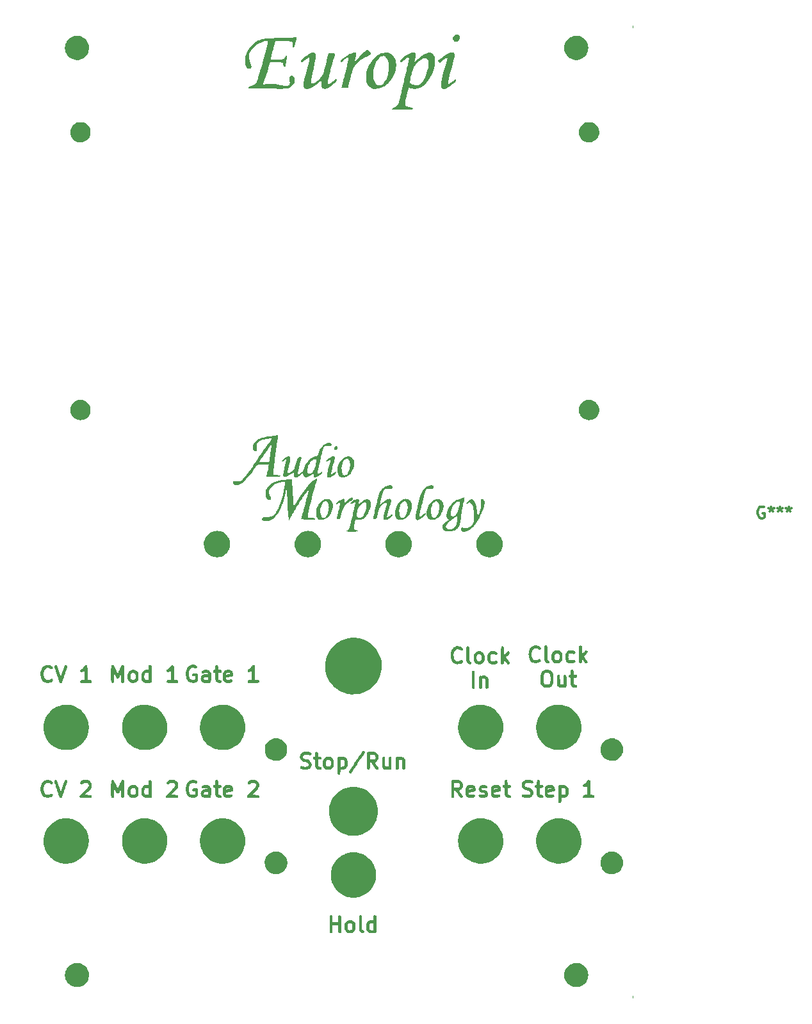
<source format=gbr>
%TF.GenerationSoftware,KiCad,Pcbnew,(5.99.0-9544-g366189b864)*%
%TF.CreationDate,2021-03-13T17:32:15+00:00*%
%TF.ProjectId,europi_main_frontpanel,6575726f-7069-45f6-9d61-696e5f66726f,0.1*%
%TF.SameCoordinates,Original*%
%TF.FileFunction,Copper,L1,Top*%
%TF.FilePolarity,Positive*%
%FSLAX46Y46*%
G04 Gerber Fmt 4.6, Leading zero omitted, Abs format (unit mm)*
G04 Created by KiCad (PCBNEW (5.99.0-9544-g366189b864)) date 2021-03-13 17:32:15*
%MOMM*%
%LPD*%
G01*
G04 APERTURE LIST*
%ADD10C,0.300000*%
G04 APERTURE END LIST*
D10*
%TO.C,G\u002A\u002A\u002A*%
X138327428Y-95198000D02*
X138182285Y-95125428D01*
X137964571Y-95125428D01*
X137746857Y-95198000D01*
X137601714Y-95343142D01*
X137529142Y-95488285D01*
X137456571Y-95778571D01*
X137456571Y-95996285D01*
X137529142Y-96286571D01*
X137601714Y-96431714D01*
X137746857Y-96576857D01*
X137964571Y-96649428D01*
X138109714Y-96649428D01*
X138327428Y-96576857D01*
X138400000Y-96504285D01*
X138400000Y-95996285D01*
X138109714Y-95996285D01*
X139270857Y-95125428D02*
X139270857Y-95488285D01*
X138908000Y-95343142D02*
X139270857Y-95488285D01*
X139633714Y-95343142D01*
X139053142Y-95778571D02*
X139270857Y-95488285D01*
X139488571Y-95778571D01*
X140432000Y-95125428D02*
X140432000Y-95488285D01*
X140069142Y-95343142D02*
X140432000Y-95488285D01*
X140794857Y-95343142D01*
X140214285Y-95778571D02*
X140432000Y-95488285D01*
X140649714Y-95778571D01*
X141593142Y-95125428D02*
X141593142Y-95488285D01*
X141230285Y-95343142D02*
X141593142Y-95488285D01*
X141956000Y-95343142D01*
X141375428Y-95778571D02*
X141593142Y-95488285D01*
X141810857Y-95778571D01*
G36*
X70881373Y-131210282D02*
G01*
X70960493Y-131212208D01*
X71018604Y-131217394D01*
X71065201Y-131227455D01*
X71109780Y-131244008D01*
X71161835Y-131268669D01*
X71185346Y-131280399D01*
X71321295Y-131364345D01*
X71428123Y-131468384D01*
X71513754Y-131600674D01*
X71531823Y-131637093D01*
X71571977Y-131742577D01*
X71589549Y-131847737D01*
X71584467Y-131961710D01*
X71556661Y-132093632D01*
X71527484Y-132189950D01*
X71464968Y-132380000D01*
X71054279Y-132793828D01*
X70643591Y-133207656D01*
X71055232Y-133213828D01*
X71193577Y-133216048D01*
X71297668Y-133218439D01*
X71373247Y-133221675D01*
X71426055Y-133226430D01*
X71461836Y-133233380D01*
X71486330Y-133243198D01*
X71505281Y-133256558D01*
X71518130Y-133268198D01*
X71565558Y-133336106D01*
X71581781Y-133413367D01*
X71568200Y-133489410D01*
X71526213Y-133553663D01*
X71475753Y-133588295D01*
X71439487Y-133595142D01*
X71363982Y-133600723D01*
X71249980Y-133605016D01*
X71098221Y-133607998D01*
X70909448Y-133609649D01*
X70751756Y-133610000D01*
X70569121Y-133609910D01*
X70422201Y-133609481D01*
X70306708Y-133608472D01*
X70218357Y-133606643D01*
X70152863Y-133603753D01*
X70105938Y-133599562D01*
X70073297Y-133593829D01*
X70050654Y-133586314D01*
X70033723Y-133576775D01*
X70023440Y-133569133D01*
X69974488Y-133507144D01*
X69954613Y-133428720D01*
X69966291Y-133347300D01*
X69977814Y-133321460D01*
X69999176Y-133293771D01*
X70045731Y-133241469D01*
X70114171Y-133168011D01*
X70201191Y-133076855D01*
X70303485Y-132971456D01*
X70417746Y-132855272D01*
X70540668Y-132731759D01*
X70566602Y-132705881D01*
X70707749Y-132564994D01*
X70823192Y-132449051D01*
X70915722Y-132354920D01*
X70988127Y-132279470D01*
X71043199Y-132219572D01*
X71083726Y-132172094D01*
X71112497Y-132133906D01*
X71132304Y-132101877D01*
X71145935Y-132072875D01*
X71155962Y-132044464D01*
X71180217Y-131957082D01*
X71187680Y-131891973D01*
X71178028Y-131834956D01*
X71150941Y-131771854D01*
X71149730Y-131769472D01*
X71102943Y-131701089D01*
X71039799Y-131653718D01*
X70954051Y-131624734D01*
X70839449Y-131611516D01*
X70769803Y-131610000D01*
X70657574Y-131613561D01*
X70572536Y-131626943D01*
X70502301Y-131654190D01*
X70434479Y-131699347D01*
X70394633Y-131732484D01*
X70319916Y-131785077D01*
X70251707Y-131802906D01*
X70180664Y-131787929D01*
X70164466Y-131780778D01*
X70094748Y-131728019D01*
X70057076Y-131651496D01*
X70050000Y-131588612D01*
X70067743Y-131525950D01*
X70116823Y-131455807D01*
X70191015Y-131384452D01*
X70284092Y-131318154D01*
X70359435Y-131277009D01*
X70416732Y-131250142D01*
X70463653Y-131231629D01*
X70509765Y-131219913D01*
X70564631Y-131213442D01*
X70637817Y-131210659D01*
X70738889Y-131210010D01*
X70771748Y-131210000D01*
X70881373Y-131210282D01*
G37*
G36*
X63038449Y-116024818D02*
G01*
X63165113Y-116069220D01*
X63269423Y-116124955D01*
X63338722Y-116178539D01*
X63377432Y-116234521D01*
X63389979Y-116297447D01*
X63390000Y-116300405D01*
X63378737Y-116384911D01*
X63341571Y-116444400D01*
X63290400Y-116479792D01*
X63229385Y-116503817D01*
X63171427Y-116505950D01*
X63103379Y-116485111D01*
X63050000Y-116460000D01*
X62928844Y-116419839D01*
X62800319Y-116413882D01*
X62672582Y-116439469D01*
X62553791Y-116493942D01*
X62452105Y-116574640D01*
X62375682Y-116678904D01*
X62375104Y-116680000D01*
X62346848Y-116748437D01*
X62317540Y-116843598D01*
X62290235Y-116952418D01*
X62267986Y-117061829D01*
X62253846Y-117158768D01*
X62250400Y-117213556D01*
X62257521Y-117301959D01*
X62277057Y-117412882D01*
X62305508Y-117532147D01*
X62339371Y-117645578D01*
X62375144Y-117738999D01*
X62385582Y-117760728D01*
X62460688Y-117865612D01*
X62560695Y-117943438D01*
X62679085Y-117991900D01*
X62809339Y-118008694D01*
X62944939Y-117991517D01*
X62995000Y-117976148D01*
X63090000Y-117942098D01*
X63090000Y-117550000D01*
X62961115Y-117550000D01*
X62882856Y-117547117D01*
X62830767Y-117536216D01*
X62791286Y-117513921D01*
X62780440Y-117505000D01*
X62733852Y-117441828D01*
X62714174Y-117365025D01*
X62723879Y-117289302D01*
X62739001Y-117258716D01*
X62779520Y-117212442D01*
X62834566Y-117180369D01*
X62910343Y-117160889D01*
X63013060Y-117152391D01*
X63146023Y-117153175D01*
X63373639Y-117160400D01*
X63431819Y-117225515D01*
X63490000Y-117290631D01*
X63490000Y-118092394D01*
X63391441Y-118196605D01*
X63335528Y-118251696D01*
X63283398Y-118290492D01*
X63221258Y-118321221D01*
X63135313Y-118352114D01*
X63125250Y-118355408D01*
X62952949Y-118398494D01*
X62791164Y-118409384D01*
X62627784Y-118387943D01*
X62490413Y-118348329D01*
X62397619Y-118313376D01*
X62328564Y-118278291D01*
X62268032Y-118233863D01*
X62206376Y-118176414D01*
X62111119Y-118068707D01*
X62034353Y-117949552D01*
X61971483Y-117810112D01*
X61917913Y-117641547D01*
X61907369Y-117601442D01*
X61869041Y-117423915D01*
X61852028Y-117265605D01*
X61856327Y-117111883D01*
X61881936Y-116948120D01*
X61907262Y-116840000D01*
X61951496Y-116684633D01*
X61998686Y-116559114D01*
X62054083Y-116453354D01*
X62122939Y-116357267D01*
X62206950Y-116264380D01*
X62272567Y-116199438D01*
X62325228Y-116155178D01*
X62378188Y-116123480D01*
X62444700Y-116096225D01*
X62525239Y-116069380D01*
X62714849Y-116021593D01*
X62884879Y-116006739D01*
X63038449Y-116024818D01*
G37*
G36*
X114142049Y-113463872D02*
G01*
X114192046Y-113505770D01*
X114250000Y-113570631D01*
X114250000Y-114577872D01*
X114486853Y-114343936D01*
X114574700Y-114257633D01*
X114639830Y-114195649D01*
X114687760Y-114153971D01*
X114724008Y-114128584D01*
X114754090Y-114115475D01*
X114783524Y-114110627D01*
X114808391Y-114110000D01*
X114894264Y-114127087D01*
X114960900Y-114173860D01*
X115001221Y-114243588D01*
X115010000Y-114301742D01*
X115008045Y-114330560D01*
X114999608Y-114358642D01*
X114980827Y-114391031D01*
X114947840Y-114432771D01*
X114896787Y-114488906D01*
X114823807Y-114564478D01*
X114756871Y-114632388D01*
X114503742Y-114888215D01*
X114733845Y-115194768D01*
X114807341Y-115293312D01*
X114873605Y-115383340D01*
X114928422Y-115459033D01*
X114967578Y-115514570D01*
X114986858Y-115544130D01*
X114986974Y-115544346D01*
X115010755Y-115623744D01*
X115000857Y-115698075D01*
X114963581Y-115761021D01*
X114905229Y-115806264D01*
X114832100Y-115827485D01*
X114750496Y-115818368D01*
X114723889Y-115808132D01*
X114696453Y-115785308D01*
X114650598Y-115735812D01*
X114591258Y-115665449D01*
X114523366Y-115580024D01*
X114467948Y-115507071D01*
X114260000Y-115227877D01*
X114250000Y-115480708D01*
X114245514Y-115585478D01*
X114240687Y-115658048D01*
X114233809Y-115706193D01*
X114223173Y-115737690D01*
X114207072Y-115760315D01*
X114183884Y-115781769D01*
X114108991Y-115821477D01*
X114023724Y-115825949D01*
X113947761Y-115800007D01*
X113926691Y-115787802D01*
X113908855Y-115773801D01*
X113894004Y-115754802D01*
X113881886Y-115727598D01*
X113872252Y-115688988D01*
X113864852Y-115635766D01*
X113859435Y-115564728D01*
X113855751Y-115472671D01*
X113853551Y-115356391D01*
X113852584Y-115212683D01*
X113852601Y-115038344D01*
X113853350Y-114830168D01*
X113854476Y-114605037D01*
X113860000Y-113550885D01*
X113915000Y-113495897D01*
X113986916Y-113448604D01*
X114065443Y-113438031D01*
X114142049Y-113463872D01*
G37*
G36*
X46210402Y-136319184D02*
G01*
X46371396Y-136325730D01*
X46514156Y-136336993D01*
X46629023Y-136352974D01*
X46650000Y-136357211D01*
X46869210Y-136411394D01*
X47067161Y-136475394D01*
X47262451Y-136555687D01*
X47380000Y-136611372D01*
X47682857Y-136782356D01*
X47959915Y-136983248D01*
X48209817Y-137212298D01*
X48431210Y-137467752D01*
X48622738Y-137747858D01*
X48783046Y-138050865D01*
X48910781Y-138375020D01*
X49002718Y-138710000D01*
X49019806Y-138816980D01*
X49032156Y-138954044D01*
X49039768Y-139111555D01*
X49042645Y-139279879D01*
X49040789Y-139449380D01*
X49034201Y-139610423D01*
X49022882Y-139753373D01*
X49006834Y-139868595D01*
X49002510Y-139890000D01*
X48908367Y-140233753D01*
X48780372Y-140556289D01*
X48618209Y-140858194D01*
X48421561Y-141140053D01*
X48190111Y-141402452D01*
X48179698Y-141412982D01*
X47924149Y-141643550D01*
X47649242Y-141839822D01*
X47353543Y-142002586D01*
X47035615Y-142132632D01*
X46694024Y-142230748D01*
X46689797Y-142231730D01*
X46607564Y-142248893D01*
X46524740Y-142261562D01*
X46432344Y-142270520D01*
X46321398Y-142276554D01*
X46182922Y-142280448D01*
X46120000Y-142281549D01*
X45991564Y-142282471D01*
X45868529Y-142281430D01*
X45759783Y-142278645D01*
X45674210Y-142274334D01*
X45624672Y-142269381D01*
X45381812Y-142219675D01*
X45131962Y-142147089D01*
X44887763Y-142056159D01*
X44661855Y-141951423D01*
X44525216Y-141874682D01*
X44367674Y-141774020D01*
X44233429Y-141677393D01*
X44108670Y-141573904D01*
X43979584Y-141452657D01*
X43938653Y-141411898D01*
X43706749Y-141151540D01*
X43509520Y-140871782D01*
X43346489Y-140571743D01*
X43217181Y-140250540D01*
X43121118Y-139907292D01*
X43117281Y-139890000D01*
X43100337Y-139783934D01*
X43088017Y-139647718D01*
X43080329Y-139490930D01*
X43077281Y-139323154D01*
X43078881Y-139153969D01*
X43085137Y-138992956D01*
X43096056Y-138849698D01*
X43111647Y-138733774D01*
X43116315Y-138710000D01*
X43209161Y-138370125D01*
X43339051Y-138044668D01*
X43505046Y-137735502D01*
X43706207Y-137444505D01*
X43818070Y-137308262D01*
X44044896Y-137076820D01*
X44300622Y-136870899D01*
X44581809Y-136692479D01*
X44885020Y-136543539D01*
X45206815Y-136426059D01*
X45470000Y-136357211D01*
X45577275Y-136340171D01*
X45714612Y-136327849D01*
X45872351Y-136320244D01*
X46040835Y-136317355D01*
X46210402Y-136319184D01*
G37*
G36*
X47655228Y-155421833D02*
G01*
X47895298Y-155464588D01*
X48123977Y-155542970D01*
X48337881Y-155655578D01*
X48533624Y-155801008D01*
X48707822Y-155977859D01*
X48830863Y-156143270D01*
X48937596Y-156329895D01*
X49012526Y-156517646D01*
X49058400Y-156716114D01*
X49077966Y-156934893D01*
X49079119Y-157010000D01*
X49067145Y-157238391D01*
X49029454Y-157443386D01*
X48963395Y-157634272D01*
X48866317Y-157820332D01*
X48832355Y-157874145D01*
X48682128Y-158069259D01*
X48506482Y-158237305D01*
X48309722Y-158376433D01*
X48096153Y-158484793D01*
X47870080Y-158560535D01*
X47635806Y-158601809D01*
X47397638Y-158606765D01*
X47190000Y-158579970D01*
X46947437Y-158511165D01*
X46719602Y-158406821D01*
X46511362Y-158269515D01*
X46370674Y-158146163D01*
X46204678Y-157955051D01*
X46073095Y-157745765D01*
X45976760Y-157521868D01*
X45916507Y-157286923D01*
X45893171Y-157044493D01*
X45907587Y-156798142D01*
X45960590Y-156551432D01*
X45981587Y-156485333D01*
X46077980Y-156262464D01*
X46207384Y-156058232D01*
X46365871Y-155876108D01*
X46549515Y-155719562D01*
X46754388Y-155592065D01*
X46976562Y-155497087D01*
X47154454Y-155448813D01*
X47407152Y-155416107D01*
X47655228Y-155421833D01*
G37*
G36*
X83991071Y-96038844D02*
G01*
X84048983Y-95782270D01*
X84103261Y-95535278D01*
X84152780Y-95302843D01*
X84196414Y-95089943D01*
X84233037Y-94901555D01*
X84261523Y-94742656D01*
X84278428Y-94635000D01*
X84283939Y-94581705D01*
X84277835Y-94556973D01*
X84256394Y-94550154D01*
X84248727Y-94550000D01*
X84215362Y-94558312D01*
X84154532Y-94581000D01*
X84074619Y-94614688D01*
X83984005Y-94656001D01*
X83975566Y-94660000D01*
X83850663Y-94715774D01*
X83751617Y-94752376D01*
X83680564Y-94769253D01*
X83639638Y-94765853D01*
X83630000Y-94749357D01*
X83648080Y-94679233D01*
X83699121Y-94599767D01*
X83778322Y-94514811D01*
X83880879Y-94428216D01*
X84001993Y-94343833D01*
X84136862Y-94265513D01*
X84280683Y-94197106D01*
X84355575Y-94167409D01*
X84492177Y-94125792D01*
X84601331Y-94112406D01*
X84684254Y-94127579D01*
X84742163Y-94171643D01*
X84776275Y-94244927D01*
X84783679Y-94283607D01*
X84784417Y-94340706D01*
X84776949Y-94427331D01*
X84762528Y-94534145D01*
X84742411Y-94651808D01*
X84718611Y-94767617D01*
X84719555Y-94783144D01*
X84735550Y-94780681D01*
X84770361Y-94757839D01*
X84827752Y-94712233D01*
X84893961Y-94656468D01*
X85031351Y-94541020D01*
X85147443Y-94448050D01*
X85249702Y-94372233D01*
X85345590Y-94308246D01*
X85442570Y-94250764D01*
X85524751Y-94206513D01*
X85720000Y-94104980D01*
X85868284Y-94117512D01*
X86004987Y-94140875D01*
X86112398Y-94187511D01*
X86196089Y-94261086D01*
X86261633Y-94365265D01*
X86269064Y-94381142D01*
X86320291Y-94539516D01*
X86342332Y-94721938D01*
X86335415Y-94925348D01*
X86299767Y-95146686D01*
X86235616Y-95382890D01*
X86183720Y-95530000D01*
X86081587Y-95769425D01*
X85963955Y-95989025D01*
X85822670Y-96203121D01*
X85731228Y-96324608D01*
X85646159Y-96429495D01*
X85571964Y-96510845D01*
X85498171Y-96578949D01*
X85414310Y-96644100D01*
X85384588Y-96665337D01*
X85297219Y-96724859D01*
X85227478Y-96765797D01*
X85161690Y-96794470D01*
X85086180Y-96817195D01*
X85023271Y-96832255D01*
X84920110Y-96851826D01*
X84816664Y-96862445D01*
X84703648Y-96864191D01*
X84571778Y-96857140D01*
X84411768Y-96841373D01*
X84380000Y-96837703D01*
X84280000Y-96825948D01*
X84201877Y-97242974D01*
X84177300Y-97380165D01*
X84154950Y-97516180D01*
X84136200Y-97641759D01*
X84122424Y-97747645D01*
X84114998Y-97824577D01*
X84114632Y-97830796D01*
X84110982Y-97915149D01*
X84112325Y-97970630D01*
X84120682Y-98008259D01*
X84138076Y-98039053D01*
X84157244Y-98063078D01*
X84223245Y-98120368D01*
X84326238Y-98180500D01*
X84463459Y-98241940D01*
X84518340Y-98263200D01*
X84588497Y-98294485D01*
X84620149Y-98322655D01*
X84614423Y-98349976D01*
X84575190Y-98377315D01*
X84517139Y-98396340D01*
X84425639Y-98412725D01*
X84307168Y-98426192D01*
X84168207Y-98436466D01*
X84015236Y-98443271D01*
X83854735Y-98446330D01*
X83693184Y-98445367D01*
X83537062Y-98440105D01*
X83392850Y-98430269D01*
X83374078Y-98428521D01*
X83266534Y-98415199D01*
X83176449Y-98398364D01*
X83110281Y-98379645D01*
X83074491Y-98360667D01*
X83070000Y-98351935D01*
X83087132Y-98322092D01*
X83132031Y-98285208D01*
X83194949Y-98248121D01*
X83256452Y-98221125D01*
X83310268Y-98199784D01*
X83355081Y-98176414D01*
X83393130Y-98146699D01*
X83426656Y-98106323D01*
X83457900Y-98050968D01*
X83489101Y-97976318D01*
X83522501Y-97878056D01*
X83560339Y-97751867D01*
X83604855Y-97593432D01*
X83630320Y-97500768D01*
X83686398Y-97291228D01*
X83745596Y-97061406D01*
X83806787Y-96816279D01*
X83868848Y-96560826D01*
X83929411Y-96305253D01*
X84481753Y-96305253D01*
X84484543Y-96365567D01*
X84492263Y-96404964D01*
X84506816Y-96432975D01*
X84530104Y-96459135D01*
X84530993Y-96460025D01*
X84576158Y-96491559D01*
X84645318Y-96524986D01*
X84726462Y-96556143D01*
X84807581Y-96580867D01*
X84876666Y-96594997D01*
X84920000Y-96594872D01*
X84961839Y-96582367D01*
X85023777Y-96562483D01*
X85060000Y-96550435D01*
X85113292Y-96528832D01*
X85158496Y-96499494D01*
X85205080Y-96454444D01*
X85262514Y-96385709D01*
X85276181Y-96368361D01*
X85377972Y-96220103D01*
X85476599Y-96041960D01*
X85567243Y-95844014D01*
X85645087Y-95636346D01*
X85680474Y-95522424D01*
X85712252Y-95407409D01*
X85733564Y-95316037D01*
X85746602Y-95234005D01*
X85753555Y-95147010D01*
X85756611Y-95040749D01*
X85756853Y-95023526D01*
X85757724Y-94920012D01*
X85756201Y-94847116D01*
X85750809Y-94795469D01*
X85740072Y-94755699D01*
X85722514Y-94718435D01*
X85703703Y-94686031D01*
X85666770Y-94630006D01*
X85632844Y-94599430D01*
X85587385Y-94583808D01*
X85554174Y-94578081D01*
X85505852Y-94573122D01*
X85463030Y-94576718D01*
X85414509Y-94591922D01*
X85349090Y-94621786D01*
X85296426Y-94648340D01*
X85131898Y-94753007D01*
X84977727Y-94890991D01*
X84840016Y-95055834D01*
X84724865Y-95241080D01*
X84711322Y-95267418D01*
X84636462Y-95442411D01*
X84572556Y-95642070D01*
X84523151Y-95851752D01*
X84491791Y-96056815D01*
X84481992Y-96214487D01*
X84481753Y-96305253D01*
X83929411Y-96305253D01*
X83930651Y-96300021D01*
X83991071Y-96038844D01*
G37*
G36*
X70861495Y-116025266D02*
G01*
X70872546Y-116028400D01*
X70903288Y-116037841D01*
X70929067Y-116048414D01*
X70950321Y-116063481D01*
X70967486Y-116086408D01*
X70980998Y-116120559D01*
X70991294Y-116169296D01*
X70998812Y-116235985D01*
X71003987Y-116323990D01*
X71007257Y-116436674D01*
X71009058Y-116577402D01*
X71009827Y-116749538D01*
X71010000Y-116956446D01*
X71010000Y-118006557D01*
X71238446Y-118013278D01*
X71338824Y-118016897D01*
X71407738Y-118021871D01*
X71453722Y-118029876D01*
X71485311Y-118042588D01*
X71511039Y-118061682D01*
X71518140Y-118068198D01*
X71565563Y-118136112D01*
X71581781Y-118213376D01*
X71568195Y-118289420D01*
X71526205Y-118353671D01*
X71475753Y-118388295D01*
X71439174Y-118395290D01*
X71363700Y-118400971D01*
X71250417Y-118405302D01*
X71100408Y-118408249D01*
X70914758Y-118409777D01*
X70797520Y-118410000D01*
X70166923Y-118410000D01*
X70108461Y-118351538D01*
X70062449Y-118281509D01*
X70049110Y-118204160D01*
X70066384Y-118129494D01*
X70112213Y-118067517D01*
X70174304Y-118031496D01*
X70221864Y-118021867D01*
X70296365Y-118014467D01*
X70384763Y-118010425D01*
X70422984Y-118010000D01*
X70610000Y-118010000D01*
X70610000Y-116807276D01*
X70555000Y-116845300D01*
X70493520Y-116883261D01*
X70420113Y-116922121D01*
X70346377Y-116956471D01*
X70283911Y-116980899D01*
X70244758Y-116990000D01*
X70168825Y-116971656D01*
X70104990Y-116923068D01*
X70062613Y-116853893D01*
X70050444Y-116789450D01*
X70060473Y-116719353D01*
X70095207Y-116661383D01*
X70160130Y-116608745D01*
X70226442Y-116571449D01*
X70294450Y-116533676D01*
X70352058Y-116492386D01*
X70406201Y-116440565D01*
X70463814Y-116371200D01*
X70531834Y-116277278D01*
X70564990Y-116229090D01*
X70635535Y-116131639D01*
X70694574Y-116066371D01*
X70747991Y-116029446D01*
X70801670Y-116017024D01*
X70861495Y-116025266D01*
G37*
G36*
X111129707Y-132790592D02*
G01*
X111130134Y-132621644D01*
X111131091Y-132465635D01*
X111132596Y-132327377D01*
X111134668Y-132211682D01*
X111137326Y-132123364D01*
X111140588Y-132067233D01*
X111142443Y-132052784D01*
X111166015Y-131993623D01*
X111203378Y-131942075D01*
X111221970Y-131924796D01*
X111242171Y-131912160D01*
X111270190Y-131903396D01*
X111312237Y-131897733D01*
X111374521Y-131894399D01*
X111463252Y-131892623D01*
X111584640Y-131891635D01*
X111610815Y-131891479D01*
X111969759Y-131889376D01*
X112106561Y-131958268D01*
X112228249Y-132032274D01*
X112323167Y-132121695D01*
X112400884Y-132236524D01*
X112432538Y-132298604D01*
X112453737Y-132344877D01*
X112468952Y-132385246D01*
X112479175Y-132427549D01*
X112485398Y-132479620D01*
X112488612Y-132549293D01*
X112489810Y-132644404D01*
X112489984Y-132752312D01*
X112490000Y-133084625D01*
X112419381Y-133225784D01*
X112348877Y-133344759D01*
X112266026Y-133437016D01*
X112159428Y-133514103D01*
X112104261Y-133545037D01*
X112052677Y-133569880D01*
X112002738Y-133586776D01*
X111943728Y-133597809D01*
X111864928Y-133605060D01*
X111770000Y-133610000D01*
X111540000Y-133620000D01*
X111529492Y-133890000D01*
X111524494Y-133992216D01*
X111518216Y-134081715D01*
X111511392Y-134150009D01*
X111504752Y-134188611D01*
X111503432Y-134192188D01*
X111465080Y-134233132D01*
X111403642Y-134263593D01*
X111335857Y-134276808D01*
X111300833Y-134274039D01*
X111220840Y-134237740D01*
X111165940Y-134172473D01*
X111150483Y-134132943D01*
X111146636Y-134099296D01*
X111143131Y-134030463D01*
X111139990Y-133931256D01*
X111137229Y-133806488D01*
X111134868Y-133660971D01*
X111132925Y-133499518D01*
X111131419Y-133326941D01*
X111130368Y-133148053D01*
X111129808Y-132972949D01*
X111533244Y-132972949D01*
X111533976Y-133069164D01*
X111535565Y-133140050D01*
X111537951Y-133179365D01*
X111538961Y-133184505D01*
X111560640Y-133198708D01*
X111614717Y-133207007D01*
X111704693Y-133209911D01*
X111714372Y-133209925D01*
X111808466Y-133207431D01*
X111874423Y-133198713D01*
X111923879Y-133181762D01*
X111945182Y-133170108D01*
X112001095Y-133130209D01*
X112040864Y-133084674D01*
X112067049Y-133026151D01*
X112082209Y-132947287D01*
X112088902Y-132840729D01*
X112089925Y-132754203D01*
X112085188Y-132603208D01*
X112068673Y-132487315D01*
X112037079Y-132402533D01*
X111987103Y-132344872D01*
X111915445Y-132310343D01*
X111818801Y-132294956D01*
X111709219Y-132294122D01*
X111540000Y-132300000D01*
X111534589Y-132729505D01*
X111533428Y-132857649D01*
X111533244Y-132972949D01*
X111129808Y-132972949D01*
X111129791Y-132967666D01*
X111129707Y-132790592D01*
G37*
G36*
X95840381Y-97588228D02*
G01*
X95914736Y-97457696D01*
X95969458Y-97384422D01*
X96064115Y-97284249D01*
X96191508Y-97179844D01*
X96353795Y-97069592D01*
X96531594Y-96963963D01*
X96607014Y-96917699D01*
X96648005Y-96881980D01*
X96657488Y-96853037D01*
X96638385Y-96827099D01*
X96637920Y-96826732D01*
X96607507Y-96800300D01*
X96558314Y-96754892D01*
X96500111Y-96699550D01*
X96490225Y-96690000D01*
X96432186Y-96631806D01*
X96396116Y-96586482D01*
X96374375Y-96540000D01*
X96359324Y-96478333D01*
X96351567Y-96435385D01*
X96338712Y-96258062D01*
X96356320Y-96063042D01*
X96378676Y-95961225D01*
X96894537Y-95961225D01*
X96896770Y-96101881D01*
X96922169Y-96215037D01*
X96970952Y-96302549D01*
X97043336Y-96366271D01*
X97050174Y-96370409D01*
X97106411Y-96401032D01*
X97148173Y-96412690D01*
X97194484Y-96408278D01*
X97234754Y-96398500D01*
X97311419Y-96369331D01*
X97386501Y-96326919D01*
X97404754Y-96313480D01*
X97570811Y-96156100D01*
X97707122Y-95973003D01*
X97754921Y-95890000D01*
X97803568Y-95787287D01*
X97855150Y-95658371D01*
X97907423Y-95511009D01*
X97958142Y-95352958D01*
X98005062Y-95191974D01*
X98045937Y-95035813D01*
X98078524Y-94892234D01*
X98100576Y-94768992D01*
X98109849Y-94673844D01*
X98110000Y-94663160D01*
X98100258Y-94570399D01*
X98069379Y-94507363D01*
X98014886Y-94472776D01*
X97934300Y-94465359D01*
X97825141Y-94483835D01*
X97783755Y-94495012D01*
X97630430Y-94556397D01*
X97489641Y-94649511D01*
X97357997Y-94777098D01*
X97233387Y-94940000D01*
X97157391Y-95060108D01*
X97096062Y-95176409D01*
X97044630Y-95300189D01*
X96998325Y-95442733D01*
X96958699Y-95590000D01*
X96915252Y-95791216D01*
X96894537Y-95961225D01*
X96378676Y-95961225D01*
X96401925Y-95855341D01*
X96473059Y-95639969D01*
X96567257Y-95421941D01*
X96682051Y-95206269D01*
X96814977Y-94997966D01*
X96963567Y-94802046D01*
X97125355Y-94623520D01*
X97297874Y-94467403D01*
X97333747Y-94439080D01*
X97482316Y-94334483D01*
X97631765Y-94251254D01*
X97793422Y-94184273D01*
X97978615Y-94128417D01*
X98070000Y-94106153D01*
X98183250Y-94077647D01*
X98310247Y-94041687D01*
X98437877Y-94002323D01*
X98553025Y-93963604D01*
X98642577Y-93929576D01*
X98644236Y-93928879D01*
X98690890Y-93914478D01*
X98720855Y-93914739D01*
X98722817Y-93916150D01*
X98726703Y-93941017D01*
X98721626Y-93999558D01*
X98707430Y-94092631D01*
X98683958Y-94221091D01*
X98651055Y-94385798D01*
X98608564Y-94587608D01*
X98560261Y-94809550D01*
X98510570Y-95037878D01*
X98467356Y-95243439D01*
X98429298Y-95433916D01*
X98395077Y-95616990D01*
X98363371Y-95800342D01*
X98332860Y-95991654D01*
X98302222Y-96198608D01*
X98270138Y-96428884D01*
X98235286Y-96690166D01*
X98230066Y-96730000D01*
X98197143Y-96967896D01*
X98164543Y-97170491D01*
X98130623Y-97342435D01*
X98093743Y-97488377D01*
X98052261Y-97612968D01*
X98004535Y-97720858D01*
X97948923Y-97816697D01*
X97883784Y-97905134D01*
X97807475Y-97990821D01*
X97772368Y-98026447D01*
X97622060Y-98156143D01*
X97459920Y-98257129D01*
X97281222Y-98331054D01*
X97081242Y-98379565D01*
X96855255Y-98404309D01*
X96677133Y-98408359D01*
X96541708Y-98404596D01*
X96431924Y-98394347D01*
X96333720Y-98376000D01*
X96284828Y-98363359D01*
X96192736Y-98333793D01*
X96119491Y-98298773D01*
X96047419Y-98248778D01*
X96000171Y-98210000D01*
X95932095Y-98149221D01*
X95887245Y-98099019D01*
X95856360Y-98046631D01*
X95830177Y-97979296D01*
X95827942Y-97972684D01*
X95798254Y-97840443D01*
X95801461Y-97731565D01*
X96275069Y-97731565D01*
X96276106Y-97743390D01*
X96295337Y-97842676D01*
X96334211Y-97921479D01*
X96399408Y-97989422D01*
X96490000Y-98051589D01*
X96561148Y-98092388D01*
X96616261Y-98115853D01*
X96672471Y-98126736D01*
X96746908Y-98129791D01*
X96772203Y-98129890D01*
X96851225Y-98127978D01*
X96914745Y-98119695D01*
X96977635Y-98101417D01*
X97054767Y-98069520D01*
X97094770Y-98051291D01*
X97188985Y-98004433D01*
X97260066Y-97958920D01*
X97322949Y-97903824D01*
X97379804Y-97842779D01*
X97490182Y-97707829D01*
X97574822Y-97578547D01*
X97638440Y-97444407D01*
X97685752Y-97294882D01*
X97721475Y-97119448D01*
X97730732Y-97059541D01*
X97742700Y-96958235D01*
X97751338Y-96846364D01*
X97756582Y-96731675D01*
X97758366Y-96621919D01*
X97756624Y-96524846D01*
X97751292Y-96448204D01*
X97742303Y-96399745D01*
X97736389Y-96388477D01*
X97717692Y-96382948D01*
X97683881Y-96393794D01*
X97629860Y-96423496D01*
X97550531Y-96474537D01*
X97526389Y-96490760D01*
X97339527Y-96619939D01*
X97157347Y-96751353D01*
X96984606Y-96881247D01*
X96826061Y-97005866D01*
X96686467Y-97121456D01*
X96570582Y-97224263D01*
X96483161Y-97310531D01*
X96470939Y-97323876D01*
X96376069Y-97439978D01*
X96313604Y-97542742D01*
X96280840Y-97637996D01*
X96275069Y-97731565D01*
X95801461Y-97731565D01*
X95801977Y-97714051D01*
X95840381Y-97588228D01*
G37*
G36*
X94493427Y-92319886D02*
G01*
X94573426Y-92349994D01*
X94623775Y-92398150D01*
X94638055Y-92435276D01*
X94651468Y-92553684D01*
X94639481Y-92645262D01*
X94602395Y-92707746D01*
X94601809Y-92708300D01*
X94583236Y-92724110D01*
X94562027Y-92735805D01*
X94532161Y-92744071D01*
X94487620Y-92749591D01*
X94422384Y-92753050D01*
X94330432Y-92755132D01*
X94205745Y-92756522D01*
X94175322Y-92756786D01*
X94057616Y-92757535D01*
X93957249Y-92759570D01*
X93872086Y-92765812D01*
X93799990Y-92779181D01*
X93738828Y-92802597D01*
X93686463Y-92838981D01*
X93640760Y-92891253D01*
X93599584Y-92962333D01*
X93560799Y-93055142D01*
X93522269Y-93172599D01*
X93481860Y-93317627D01*
X93437436Y-93493144D01*
X93386862Y-93702072D01*
X93339393Y-93900000D01*
X93303947Y-94045804D01*
X93260490Y-94221892D01*
X93211138Y-94419848D01*
X93158006Y-94631257D01*
X93103207Y-94847705D01*
X93048856Y-95060776D01*
X92998633Y-95256008D01*
X92936278Y-95498209D01*
X92883760Y-95704587D01*
X92840455Y-95877930D01*
X92805740Y-96021022D01*
X92778991Y-96136648D01*
X92759584Y-96227596D01*
X92746895Y-96296650D01*
X92740300Y-96346596D01*
X92739176Y-96380221D01*
X92742573Y-96399493D01*
X92772029Y-96427570D01*
X92826874Y-96425257D01*
X92906707Y-96392739D01*
X93011130Y-96330205D01*
X93139743Y-96237841D01*
X93217278Y-96177100D01*
X93311556Y-96104493D01*
X93394908Y-96046145D01*
X93460810Y-96006377D01*
X93499396Y-95990136D01*
X93546503Y-95982934D01*
X93571012Y-95995152D01*
X93588347Y-96033857D01*
X93598275Y-96087971D01*
X93580300Y-96136441D01*
X93574895Y-96144983D01*
X93521456Y-96210454D01*
X93439565Y-96290607D01*
X93335723Y-96380671D01*
X93216430Y-96475875D01*
X93088187Y-96571448D01*
X92957494Y-96662620D01*
X92830850Y-96744621D01*
X92714757Y-96812679D01*
X92615715Y-96862024D01*
X92576956Y-96877377D01*
X92516954Y-96893259D01*
X92464591Y-96890180D01*
X92420000Y-96877104D01*
X92356551Y-96846710D01*
X92302545Y-96806667D01*
X92295000Y-96798808D01*
X92272548Y-96763768D01*
X92257138Y-96715710D01*
X92249116Y-96652247D01*
X92248827Y-96570992D01*
X92256620Y-96469558D01*
X92272839Y-96345558D01*
X92297832Y-96196604D01*
X92331944Y-96020311D01*
X92375521Y-95814290D01*
X92428912Y-95576156D01*
X92492460Y-95303520D01*
X92542252Y-95094707D01*
X92631892Y-94727840D01*
X92717218Y-94391438D01*
X92797735Y-94087332D01*
X92872946Y-93817354D01*
X92942356Y-93583334D01*
X92999115Y-93405994D01*
X93042604Y-93282362D01*
X93083553Y-93183373D01*
X93128885Y-93094807D01*
X93185522Y-93002444D01*
X93222546Y-92947007D01*
X93293420Y-92846975D01*
X93356649Y-92769536D01*
X93423897Y-92702252D01*
X93506827Y-92632684D01*
X93545591Y-92602515D01*
X93636061Y-92535279D01*
X93711367Y-92486461D01*
X93785957Y-92448417D01*
X93874279Y-92413507D01*
X93955591Y-92385655D01*
X94114861Y-92340711D01*
X94260212Y-92314959D01*
X94387711Y-92308112D01*
X94493427Y-92319886D01*
G37*
G36*
X79246523Y-127511587D02*
G01*
X79307140Y-127562271D01*
X79347522Y-127640128D01*
X79349199Y-127645909D01*
X79357876Y-127697233D01*
X79364769Y-127776176D01*
X79368992Y-127870369D01*
X79369888Y-127935000D01*
X79370000Y-128150000D01*
X79520993Y-128150000D01*
X79644241Y-128157661D01*
X79733484Y-128182093D01*
X79791957Y-128225471D01*
X79822897Y-128289967D01*
X79830000Y-128357569D01*
X79810737Y-128439901D01*
X79781745Y-128483884D01*
X79755982Y-128510726D01*
X79728204Y-128527808D01*
X79688507Y-128537848D01*
X79626988Y-128543563D01*
X79551745Y-128546989D01*
X79370000Y-128553979D01*
X79370000Y-128960354D01*
X79370591Y-129085526D01*
X79372241Y-129198305D01*
X79374762Y-129292106D01*
X79377969Y-129360339D01*
X79381675Y-129396418D01*
X79382423Y-129399103D01*
X79417959Y-129440515D01*
X79483368Y-129471471D01*
X79569077Y-129488160D01*
X79610545Y-129490000D01*
X79678747Y-129493994D01*
X79725441Y-129510353D01*
X79768695Y-129545636D01*
X79771538Y-129548461D01*
X79819498Y-129621101D01*
X79828892Y-129703543D01*
X79807228Y-129778095D01*
X79760547Y-129834992D01*
X79685976Y-129872318D01*
X79590905Y-129889350D01*
X79482724Y-129885368D01*
X79368823Y-129859654D01*
X79290000Y-129828505D01*
X79201662Y-129784227D01*
X79140286Y-129744770D01*
X79095407Y-129700837D01*
X79056561Y-129643129D01*
X79032838Y-129600000D01*
X79016055Y-129567055D01*
X79003130Y-129535979D01*
X78993423Y-129500961D01*
X78986291Y-129456188D01*
X78981094Y-129395847D01*
X78977193Y-129314128D01*
X78973945Y-129205219D01*
X78970711Y-129063306D01*
X78970000Y-129030000D01*
X78960000Y-128560000D01*
X78873973Y-128548519D01*
X78782775Y-128520433D01*
X78718347Y-128466556D01*
X78684818Y-128391135D01*
X78680909Y-128350000D01*
X78698060Y-128265754D01*
X78747823Y-128203113D01*
X78827659Y-128164591D01*
X78877645Y-128155207D01*
X78970000Y-128144797D01*
X78970000Y-127606923D01*
X79028461Y-127548461D01*
X79098663Y-127502093D01*
X79174191Y-127490665D01*
X79246523Y-127511587D01*
G37*
G36*
X86013802Y-34828177D02*
G01*
X86081430Y-34855989D01*
X86192862Y-34927331D01*
X86269495Y-35011727D01*
X86315700Y-35114110D01*
X86318282Y-35123489D01*
X86331434Y-35207660D01*
X86322040Y-35284081D01*
X86287359Y-35355989D01*
X86224649Y-35426623D01*
X86131170Y-35499220D01*
X86004178Y-35577017D01*
X85876454Y-35645257D01*
X85766842Y-35699423D01*
X85641932Y-35758261D01*
X85522670Y-35811990D01*
X85480000Y-35830385D01*
X85256780Y-35933282D01*
X85067826Y-36038224D01*
X84915850Y-36143689D01*
X84901867Y-36154961D01*
X84739655Y-36295513D01*
X84578955Y-36448988D01*
X84427256Y-36607453D01*
X84292044Y-36762970D01*
X84180809Y-36907606D01*
X84151767Y-36949893D01*
X84107642Y-37020932D01*
X84064874Y-37100012D01*
X84022572Y-37189941D01*
X83979847Y-37293525D01*
X83935808Y-37413572D01*
X83889567Y-37552888D01*
X83840232Y-37714280D01*
X83786915Y-37900555D01*
X83728725Y-38114519D01*
X83664772Y-38358980D01*
X83594166Y-38636745D01*
X83516018Y-38950620D01*
X83510963Y-38971099D01*
X83468087Y-39143997D01*
X83427842Y-39304676D01*
X83391290Y-39449012D01*
X83359493Y-39572877D01*
X83333516Y-39672145D01*
X83314421Y-39742691D01*
X83303272Y-39780388D01*
X83301114Y-39785552D01*
X83277961Y-39789834D01*
X83222303Y-39793798D01*
X83141630Y-39797330D01*
X83043436Y-39800313D01*
X82935214Y-39802630D01*
X82824456Y-39804165D01*
X82718655Y-39804802D01*
X82625305Y-39804426D01*
X82551898Y-39802919D01*
X82505926Y-39800165D01*
X82495000Y-39798055D01*
X82474702Y-39768760D01*
X82471860Y-39715027D01*
X82486859Y-39648593D01*
X82489818Y-39640478D01*
X82502512Y-39600683D01*
X82523965Y-39525817D01*
X82553203Y-39419605D01*
X82589252Y-39285775D01*
X82631137Y-39128052D01*
X82677886Y-38950164D01*
X82728523Y-38755836D01*
X82782076Y-38548796D01*
X82837570Y-38332769D01*
X82894032Y-38111482D01*
X82950487Y-37888662D01*
X83005961Y-37668034D01*
X83020476Y-37610000D01*
X83102995Y-37277158D01*
X83174609Y-36981511D01*
X83235121Y-36721713D01*
X83284334Y-36496419D01*
X83322053Y-36304284D01*
X83348080Y-36143963D01*
X83362219Y-36014111D01*
X83364273Y-35913381D01*
X83354046Y-35840429D01*
X83331341Y-35793910D01*
X83295961Y-35772479D01*
X83247711Y-35774789D01*
X83186393Y-35799496D01*
X83111810Y-35845255D01*
X83023767Y-35910721D01*
X82922067Y-35994547D01*
X82806513Y-36095389D01*
X82800000Y-36101182D01*
X82676469Y-36208928D01*
X82577326Y-36289806D01*
X82499150Y-36345702D01*
X82438522Y-36378501D01*
X82392023Y-36390088D01*
X82356232Y-36382351D01*
X82330215Y-36360259D01*
X82313945Y-36317087D01*
X82328125Y-36260795D01*
X82373964Y-36188830D01*
X82452676Y-36098641D01*
X82456104Y-36095057D01*
X82550986Y-36003194D01*
X82670382Y-35898324D01*
X82804606Y-35788179D01*
X82943969Y-35680493D01*
X83078783Y-35582998D01*
X83190000Y-35509244D01*
X83353816Y-35413696D01*
X83521576Y-35328425D01*
X83687942Y-35255239D01*
X83847574Y-35195947D01*
X83995135Y-35152356D01*
X84125287Y-35126273D01*
X84232692Y-35119507D01*
X84305600Y-35131463D01*
X84345757Y-35150816D01*
X84374998Y-35179663D01*
X84393282Y-35221869D01*
X84400562Y-35281303D01*
X84396796Y-35361830D01*
X84381940Y-35467317D01*
X84355950Y-35601632D01*
X84318781Y-35768641D01*
X84297326Y-35860000D01*
X84271008Y-35972858D01*
X84246919Y-36079988D01*
X84227189Y-36171647D01*
X84213946Y-36238092D01*
X84210936Y-36255462D01*
X84202721Y-36311817D01*
X84203600Y-36335159D01*
X84216238Y-36331955D01*
X84235664Y-36315462D01*
X84261626Y-36288073D01*
X84307216Y-36235684D01*
X84367121Y-36164567D01*
X84436028Y-36080994D01*
X84477450Y-36030000D01*
X84622230Y-35858767D01*
X84784596Y-35680563D01*
X84957952Y-35501777D01*
X85135697Y-35328793D01*
X85311235Y-35167999D01*
X85477965Y-35025781D01*
X85629291Y-34908527D01*
X85655516Y-34889767D01*
X85771178Y-34830352D01*
X85891992Y-34809712D01*
X86013802Y-34828177D01*
G37*
G36*
X97028321Y-131285315D02*
G01*
X97086642Y-131220000D01*
X97519966Y-131213884D01*
X97953289Y-131207769D01*
X98086644Y-131269994D01*
X98222512Y-131347728D01*
X98329227Y-131443671D01*
X98416140Y-131566892D01*
X98441771Y-131614500D01*
X98474158Y-131681403D01*
X98494287Y-131735642D01*
X98505044Y-131790983D01*
X98509315Y-131861191D01*
X98510000Y-131940000D01*
X98508893Y-132032938D01*
X98503649Y-132099720D01*
X98491384Y-132154170D01*
X98469211Y-132210112D01*
X98441924Y-132266177D01*
X98356986Y-132400253D01*
X98251561Y-132510560D01*
X98132955Y-132589690D01*
X98114169Y-132598551D01*
X98058929Y-132629450D01*
X98037723Y-132656621D01*
X98038526Y-132663372D01*
X98052888Y-132687675D01*
X98086496Y-132738828D01*
X98135448Y-132811065D01*
X98195840Y-132898617D01*
X98256196Y-132984960D01*
X98324635Y-133082862D01*
X98386228Y-133172062D01*
X98436754Y-133246359D01*
X98471990Y-133299555D01*
X98486839Y-133323685D01*
X98510012Y-133402748D01*
X98499778Y-133477064D01*
X98462699Y-133540351D01*
X98405339Y-133586325D01*
X98334260Y-133608704D01*
X98256025Y-133601205D01*
X98215218Y-133583704D01*
X98192149Y-133561133D01*
X98149906Y-133510163D01*
X98091960Y-133435370D01*
X98021784Y-133341326D01*
X97942849Y-133232607D01*
X97859064Y-133114413D01*
X97547691Y-132670000D01*
X97370000Y-132670000D01*
X97370000Y-133060993D01*
X97369091Y-133214340D01*
X97365720Y-133332905D01*
X97358913Y-133421877D01*
X97347700Y-133486445D01*
X97331109Y-133531800D01*
X97308171Y-133563129D01*
X97277912Y-133585624D01*
X97271107Y-133589407D01*
X97204780Y-133607666D01*
X97129655Y-133604340D01*
X97066029Y-133580838D01*
X97057340Y-133574555D01*
X97015599Y-133531091D01*
X96992340Y-133496314D01*
X96986766Y-133469587D01*
X96982041Y-133412009D01*
X96978140Y-133322235D01*
X96975033Y-133198919D01*
X96972695Y-133040716D01*
X96971097Y-132846280D01*
X96970212Y-132614268D01*
X96970000Y-132401630D01*
X96970000Y-131610000D01*
X97370000Y-131610000D01*
X97370000Y-132267780D01*
X97624235Y-132267135D01*
X97736736Y-132265854D01*
X97817963Y-132261978D01*
X97876611Y-132254465D01*
X97921375Y-132242271D01*
X97955020Y-132227438D01*
X98035388Y-132169700D01*
X98085510Y-132091567D01*
X98108002Y-131988181D01*
X98109850Y-131940000D01*
X98097643Y-131826155D01*
X98059028Y-131739272D01*
X97991012Y-131673882D01*
X97951581Y-131650806D01*
X97911113Y-131633103D01*
X97866096Y-131621278D01*
X97807558Y-131614224D01*
X97726527Y-131610834D01*
X97620796Y-131610000D01*
X97370000Y-131610000D01*
X96970000Y-131610000D01*
X96970000Y-131350631D01*
X97028321Y-131285315D01*
G37*
G36*
X107205618Y-131210948D02*
G01*
X107291747Y-131214922D01*
X107363030Y-131223612D01*
X107432033Y-131238708D01*
X107511321Y-131261903D01*
X107536035Y-131269745D01*
X107650141Y-131310380D01*
X107729880Y-131350099D01*
X107780506Y-131393474D01*
X107807274Y-131445076D01*
X107815440Y-131509479D01*
X107815454Y-131512863D01*
X107808974Y-131576507D01*
X107783014Y-131623230D01*
X107752411Y-131653671D01*
X107708618Y-131687319D01*
X107665082Y-131704305D01*
X107612398Y-131704826D01*
X107541159Y-131689077D01*
X107450000Y-131660000D01*
X107339742Y-131631039D01*
X107218340Y-131613161D01*
X107096030Y-131606534D01*
X106983049Y-131611325D01*
X106889631Y-131627704D01*
X106834817Y-131649891D01*
X106756481Y-131717412D01*
X106708217Y-131801423D01*
X106692218Y-131893547D01*
X106710675Y-131985409D01*
X106735067Y-132030961D01*
X106775294Y-132080830D01*
X106825531Y-132121105D01*
X106893163Y-132155536D01*
X106985575Y-132187874D01*
X107110149Y-132221870D01*
X107111700Y-132222261D01*
X107295055Y-132276868D01*
X107444195Y-132341396D01*
X107564428Y-132419626D01*
X107661064Y-132515337D01*
X107739414Y-132632308D01*
X107768765Y-132690000D01*
X107818494Y-132827761D01*
X107831678Y-132957991D01*
X107808318Y-133089427D01*
X107768735Y-133190000D01*
X107690155Y-133325579D01*
X107592651Y-133432349D01*
X107467353Y-133519398D01*
X107425499Y-133541771D01*
X107290998Y-133610000D01*
X106995499Y-133608432D01*
X106875395Y-133607135D01*
X106785339Y-133603896D01*
X106715385Y-133597493D01*
X106655589Y-133586703D01*
X106596004Y-133570305D01*
X106543335Y-133552854D01*
X106434682Y-133510640D01*
X106360394Y-133468742D01*
X106315172Y-133422303D01*
X106293717Y-133366465D01*
X106290000Y-133320628D01*
X106298214Y-133250990D01*
X106328050Y-133198514D01*
X106342727Y-133182727D01*
X106400353Y-133143842D01*
X106473436Y-133130606D01*
X106567635Y-133142791D01*
X106660000Y-133170000D01*
X106732021Y-133190409D01*
X106811634Y-133202896D01*
X106910762Y-133208867D01*
X106998131Y-133209925D01*
X107123367Y-133206622D01*
X107216344Y-133194731D01*
X107284424Y-133171133D01*
X107334971Y-133132706D01*
X107375349Y-133076333D01*
X107392953Y-133042659D01*
X107420132Y-132970330D01*
X107421449Y-132907041D01*
X107395626Y-132838287D01*
X107371199Y-132795806D01*
X107331205Y-132746978D01*
X107272963Y-132704842D01*
X107190708Y-132666573D01*
X107078677Y-132629348D01*
X106973042Y-132600771D01*
X106824508Y-132555645D01*
X106688528Y-132500046D01*
X106573060Y-132437928D01*
X106486065Y-132373247D01*
X106459217Y-132345423D01*
X106421853Y-132293556D01*
X106378753Y-132223040D01*
X106348783Y-132167590D01*
X106317505Y-132099504D01*
X106299632Y-132039293D01*
X106291645Y-131970340D01*
X106290000Y-131890000D01*
X106292234Y-131799833D01*
X106301282Y-131732913D01*
X106320664Y-131672623D01*
X106348783Y-131612409D01*
X106407724Y-131507215D01*
X106468627Y-131428704D01*
X106542753Y-131365718D01*
X106641365Y-131307099D01*
X106673582Y-131290607D01*
X106834631Y-131210000D01*
X107092076Y-131210000D01*
X107205618Y-131210948D01*
G37*
G36*
X48067913Y-81020959D02*
G01*
X48155603Y-81023610D01*
X48222838Y-81029488D01*
X48279383Y-81039789D01*
X48335008Y-81055707D01*
X48386692Y-81073754D01*
X48562510Y-81149141D01*
X48714436Y-81241290D01*
X48857456Y-81359747D01*
X48899328Y-81400306D01*
X49051869Y-81577735D01*
X49167252Y-81769007D01*
X49235641Y-81940000D01*
X49254502Y-82006127D01*
X49267233Y-82070738D01*
X49274915Y-82144184D01*
X49278625Y-82236813D01*
X49279444Y-82358976D01*
X49279442Y-82360000D01*
X49278494Y-82476626D01*
X49275335Y-82563447D01*
X49268685Y-82630647D01*
X49257266Y-82688410D01*
X49239799Y-82746920D01*
X49225858Y-82786692D01*
X49146683Y-82970150D01*
X49047809Y-83129751D01*
X48919986Y-83280247D01*
X48910000Y-83290532D01*
X48747577Y-83431070D01*
X48561581Y-83548175D01*
X48370000Y-83631872D01*
X48266615Y-83657503D01*
X48136875Y-83675175D01*
X47993715Y-83684425D01*
X47850069Y-83684787D01*
X47718875Y-83675794D01*
X47620244Y-83658848D01*
X47411826Y-83586389D01*
X47217002Y-83479131D01*
X47041073Y-83341406D01*
X46889340Y-83177545D01*
X46767104Y-82991882D01*
X46740531Y-82940000D01*
X46681297Y-82804590D01*
X46642065Y-82679709D01*
X46620185Y-82551854D01*
X46613007Y-82407525D01*
X46614915Y-82300000D01*
X46635186Y-82082410D01*
X46681248Y-81890475D01*
X46756234Y-81716883D01*
X46863281Y-81554323D01*
X47000671Y-81400306D01*
X47143910Y-81272452D01*
X47291717Y-81173669D01*
X47459078Y-81094412D01*
X47513307Y-81073754D01*
X47575450Y-81052349D01*
X47630517Y-81037539D01*
X47688276Y-81028129D01*
X47758495Y-81022924D01*
X47850941Y-81020731D01*
X47950000Y-81020341D01*
X48067913Y-81020959D01*
G37*
G36*
X101318049Y-131890919D02*
G01*
X101387953Y-131895100D01*
X101441550Y-131904680D01*
X101490676Y-131921792D01*
X101547171Y-131948572D01*
X101548538Y-131949262D01*
X101647422Y-132007350D01*
X101710303Y-132065549D01*
X101740901Y-132128653D01*
X101743140Y-132199968D01*
X101715542Y-132282860D01*
X101661951Y-132339007D01*
X101587937Y-132366235D01*
X101499071Y-132362369D01*
X101410000Y-132330000D01*
X101338996Y-132305601D01*
X101252108Y-132292079D01*
X101164812Y-132290319D01*
X101092582Y-132301209D01*
X101069143Y-132310458D01*
X101017990Y-132355624D01*
X101001615Y-132413572D01*
X101012113Y-132456651D01*
X101044554Y-132501508D01*
X101097399Y-132530603D01*
X101177055Y-132546219D01*
X101275941Y-132550632D01*
X101356588Y-132553354D01*
X101419303Y-132563720D01*
X101481343Y-132586288D01*
X101559966Y-132625614D01*
X101560000Y-132625632D01*
X101631065Y-132665111D01*
X101678945Y-132699449D01*
X101714746Y-132740119D01*
X101749577Y-132798598D01*
X101775000Y-132847732D01*
X101824283Y-132958300D01*
X101847533Y-133045971D01*
X101850000Y-133080000D01*
X101838030Y-133159125D01*
X101800880Y-133258509D01*
X101775000Y-133312267D01*
X101735329Y-133387181D01*
X101701441Y-133437311D01*
X101662228Y-133474132D01*
X101606583Y-133509117D01*
X101560000Y-133534367D01*
X101420000Y-133608735D01*
X100920000Y-133608735D01*
X100780000Y-133534367D01*
X100685354Y-133476757D01*
X100625971Y-133420841D01*
X100597803Y-133360918D01*
X100596803Y-133291285D01*
X100598837Y-133279165D01*
X100630173Y-133203553D01*
X100687554Y-133154625D01*
X100765784Y-133134085D01*
X100859663Y-133143641D01*
X100932815Y-133169560D01*
X100997086Y-133189084D01*
X101083823Y-133203130D01*
X101179089Y-133210780D01*
X101268946Y-133211120D01*
X101339456Y-133203233D01*
X101359103Y-133197576D01*
X101400602Y-133164374D01*
X101427097Y-133112156D01*
X101431355Y-133058371D01*
X101424699Y-133039382D01*
X101393998Y-132996420D01*
X101353446Y-132969669D01*
X101293640Y-132955628D01*
X101205180Y-132950794D01*
X101186388Y-132950636D01*
X101102894Y-132948238D01*
X101038979Y-132939001D01*
X100977612Y-132918630D01*
X100901758Y-132882831D01*
X100886388Y-132875000D01*
X100811736Y-132835036D01*
X100761735Y-132800701D01*
X100724792Y-132760704D01*
X100689313Y-132703754D01*
X100665632Y-132660000D01*
X100612075Y-132538628D01*
X100590508Y-132430193D01*
X100600377Y-132324371D01*
X100641129Y-132210838D01*
X100641519Y-132210000D01*
X100692041Y-132114595D01*
X100746903Y-132045608D01*
X100818438Y-131990262D01*
X100894429Y-131947995D01*
X100950071Y-131921525D01*
X100998823Y-131904584D01*
X101052436Y-131895078D01*
X101122658Y-131890914D01*
X101220000Y-131890000D01*
X101318049Y-131890919D01*
G37*
G36*
X85052860Y-149103707D02*
G01*
X85112503Y-149147634D01*
X85139792Y-149189599D01*
X85147316Y-149209235D01*
X85153516Y-149238748D01*
X85158513Y-149281756D01*
X85162428Y-149341881D01*
X85165382Y-149422744D01*
X85167493Y-149527964D01*
X85168884Y-149661162D01*
X85169673Y-149825958D01*
X85169982Y-150025973D01*
X85170000Y-150098065D01*
X85170472Y-150338892D01*
X85171906Y-150540729D01*
X85174326Y-150704575D01*
X85177758Y-150831431D01*
X85182225Y-150922294D01*
X85187753Y-150978165D01*
X85192298Y-150997057D01*
X85224350Y-151036099D01*
X85276781Y-151073185D01*
X85293751Y-151081691D01*
X85353840Y-151116265D01*
X85403355Y-151157126D01*
X85411453Y-151166389D01*
X85445684Y-151239006D01*
X85446611Y-151317612D01*
X85417016Y-151390939D01*
X85359681Y-151447718D01*
X85339206Y-151459036D01*
X85290240Y-151480334D01*
X85255615Y-151485988D01*
X85214091Y-151478631D01*
X85203311Y-151475888D01*
X85167544Y-151462036D01*
X85109421Y-151434939D01*
X85043311Y-151401389D01*
X84978725Y-151364915D01*
X84933846Y-151330169D01*
X84897815Y-151285676D01*
X84859776Y-151219961D01*
X84845000Y-151191792D01*
X84770000Y-151047222D01*
X84770000Y-150147618D01*
X84770166Y-149929225D01*
X84770740Y-149747320D01*
X84771831Y-149598391D01*
X84773550Y-149478927D01*
X84776009Y-149385416D01*
X84779318Y-149314347D01*
X84783587Y-149262209D01*
X84788927Y-149225490D01*
X84795450Y-149200679D01*
X84800207Y-149189599D01*
X84849479Y-149125798D01*
X84917726Y-149094705D01*
X84970000Y-149090000D01*
X85052860Y-149103707D01*
G37*
G36*
X66267419Y-98348525D02*
G01*
X66519672Y-98403624D01*
X66758376Y-98496125D01*
X66985149Y-98626572D01*
X67080000Y-98694929D01*
X67241595Y-98840453D01*
X67390016Y-99016300D01*
X67519307Y-99213447D01*
X67623510Y-99422875D01*
X67693686Y-99624415D01*
X67721651Y-99766641D01*
X67737216Y-99933084D01*
X67740376Y-100109929D01*
X67731128Y-100283362D01*
X67709465Y-100439567D01*
X67693978Y-100506891D01*
X67606472Y-100756714D01*
X67486059Y-100986960D01*
X67335555Y-101194867D01*
X67157774Y-101377676D01*
X66955530Y-101532626D01*
X66731639Y-101656956D01*
X66488914Y-101747906D01*
X66406357Y-101769838D01*
X66252443Y-101796020D01*
X66076289Y-101808576D01*
X65893219Y-101807539D01*
X65718556Y-101792944D01*
X65580000Y-101767950D01*
X65487235Y-101740403D01*
X65378165Y-101700785D01*
X65271627Y-101656132D01*
X65236599Y-101639731D01*
X65011937Y-101510409D01*
X64816428Y-101357036D01*
X64650069Y-101182945D01*
X64512857Y-100991471D01*
X64404791Y-100785947D01*
X64325867Y-100569708D01*
X64276083Y-100346088D01*
X64255437Y-100118422D01*
X64263927Y-99890042D01*
X64301549Y-99664285D01*
X64368301Y-99444483D01*
X64464182Y-99233971D01*
X64589188Y-99036083D01*
X64743318Y-98854153D01*
X64926567Y-98691516D01*
X65138936Y-98551505D01*
X65238898Y-98499236D01*
X65428243Y-98419076D01*
X65614422Y-98366211D01*
X65810860Y-98337660D01*
X66000000Y-98330280D01*
X66267419Y-98348525D01*
G37*
G36*
X85426371Y-127408138D02*
G01*
X85492017Y-127452562D01*
X85535891Y-127520987D01*
X85550000Y-127598673D01*
X85538643Y-127626404D01*
X85504671Y-127686801D01*
X85448229Y-127779638D01*
X85369462Y-127904688D01*
X85268515Y-128061725D01*
X85145535Y-128250523D01*
X85000665Y-128470854D01*
X84834052Y-128722494D01*
X84672889Y-128964667D01*
X84534613Y-129171722D01*
X84402098Y-129369558D01*
X84277104Y-129555583D01*
X84161392Y-129727203D01*
X84056723Y-129881825D01*
X83964857Y-130016856D01*
X83887555Y-130129703D01*
X83826578Y-130217773D01*
X83783687Y-130278474D01*
X83760642Y-130309211D01*
X83757889Y-130312179D01*
X83689317Y-130350308D01*
X83610951Y-130352859D01*
X83568623Y-130342180D01*
X83506796Y-130304359D01*
X83460583Y-130243362D01*
X83438368Y-130173069D01*
X83440525Y-130130000D01*
X83454139Y-130102115D01*
X83488082Y-130044648D01*
X83540294Y-129960673D01*
X83608714Y-129853260D01*
X83691283Y-129725484D01*
X83785941Y-129580416D01*
X83890628Y-129421128D01*
X84003284Y-129250694D01*
X84121849Y-129072185D01*
X84244262Y-128888675D01*
X84368465Y-128703235D01*
X84492396Y-128518939D01*
X84613997Y-128338858D01*
X84731206Y-128166065D01*
X84841965Y-128003632D01*
X84944213Y-127854633D01*
X85035889Y-127722139D01*
X85114935Y-127609223D01*
X85179290Y-127518958D01*
X85226894Y-127454416D01*
X85255688Y-127418669D01*
X85262506Y-127412496D01*
X85347139Y-127393016D01*
X85426371Y-127408138D01*
G37*
G36*
X54190274Y-132629012D02*
G01*
X54191698Y-132537997D01*
X54195280Y-132471306D01*
X54202014Y-132421102D01*
X54212890Y-132379548D01*
X54228902Y-132338807D01*
X54247461Y-132298604D01*
X54320683Y-132169081D01*
X54406848Y-132069474D01*
X54515466Y-131989846D01*
X54572819Y-131958580D01*
X54637601Y-131927231D01*
X54689958Y-131907252D01*
X54742554Y-131896109D01*
X54808052Y-131891266D01*
X54899118Y-131890190D01*
X54914500Y-131890195D01*
X55015702Y-131891706D01*
X55089020Y-131897273D01*
X55146508Y-131908790D01*
X55200224Y-131928149D01*
X55223891Y-131938761D01*
X55364224Y-132025596D01*
X55481771Y-132142567D01*
X55568448Y-132279857D01*
X55590816Y-132327231D01*
X55606978Y-132367466D01*
X55617944Y-132408247D01*
X55624721Y-132457263D01*
X55628317Y-132522198D01*
X55629740Y-132610740D01*
X55629999Y-132730576D01*
X55630000Y-132749239D01*
X55630000Y-133090998D01*
X55561419Y-133227180D01*
X55492473Y-133342276D01*
X55410347Y-133432885D01*
X55304621Y-133509153D01*
X55229704Y-133550149D01*
X55171705Y-133577744D01*
X55121855Y-133595243D01*
X55067954Y-133604884D01*
X54997803Y-133608901D01*
X54905570Y-133609545D01*
X54810402Y-133608544D01*
X54742906Y-133604336D01*
X54690755Y-133594363D01*
X54641627Y-133576065D01*
X54583196Y-133546885D01*
X54570000Y-133539886D01*
X54462244Y-133473156D01*
X54377197Y-133396232D01*
X54304542Y-133298294D01*
X54254013Y-133208501D01*
X54190000Y-133084381D01*
X54190015Y-132754006D01*
X54590074Y-132754006D01*
X54592672Y-132882275D01*
X54602080Y-132978119D01*
X54620856Y-133048891D01*
X54651556Y-133101938D01*
X54696736Y-133144611D01*
X54734817Y-133170108D01*
X54818979Y-133201497D01*
X54920295Y-133209806D01*
X55023257Y-133195049D01*
X55090384Y-133169803D01*
X55142050Y-133138888D01*
X55179377Y-133102453D01*
X55204599Y-133053783D01*
X55219951Y-132986158D01*
X55227666Y-132892862D01*
X55229979Y-132767177D01*
X55230000Y-132750000D01*
X55228098Y-132619816D01*
X55221022Y-132522642D01*
X55206716Y-132451609D01*
X55183123Y-132399848D01*
X55148187Y-132360491D01*
X55104029Y-132329190D01*
X55040542Y-132302706D01*
X54955946Y-132291105D01*
X54911887Y-132290074D01*
X54833395Y-132293016D01*
X54779042Y-132304668D01*
X54733241Y-132329104D01*
X54716866Y-132341033D01*
X54667559Y-132383306D01*
X54632747Y-132427868D01*
X54610015Y-132482584D01*
X54596948Y-132555319D01*
X54591131Y-132653938D01*
X54590074Y-132754006D01*
X54190015Y-132754006D01*
X54190015Y-132752190D01*
X54190274Y-132629012D01*
G37*
G36*
X118428077Y-125730142D02*
G01*
X118574620Y-125757214D01*
X118609495Y-125767151D01*
X118847535Y-125861025D01*
X119060220Y-125985336D01*
X119246232Y-126138820D01*
X119404254Y-126320213D01*
X119532967Y-126528250D01*
X119623635Y-126740000D01*
X119645280Y-126804664D01*
X119660503Y-126860624D01*
X119670425Y-126917279D01*
X119676164Y-126984032D01*
X119678839Y-127070282D01*
X119679569Y-127185432D01*
X119679581Y-127210000D01*
X119679082Y-127331361D01*
X119676840Y-127422128D01*
X119671737Y-127491702D01*
X119662652Y-127549483D01*
X119648467Y-127604874D01*
X119628063Y-127667274D01*
X119623635Y-127680000D01*
X119522749Y-127910863D01*
X119391019Y-128116863D01*
X119230227Y-128296279D01*
X119042155Y-128447392D01*
X118828583Y-128568480D01*
X118620000Y-128649136D01*
X118517202Y-128672988D01*
X118389129Y-128690635D01*
X118249953Y-128701204D01*
X118113847Y-128703822D01*
X117994983Y-128697615D01*
X117945267Y-128690716D01*
X117710256Y-128628014D01*
X117491639Y-128530279D01*
X117292543Y-128400215D01*
X117116092Y-128240522D01*
X116965411Y-128053904D01*
X116843626Y-127843062D01*
X116776364Y-127680000D01*
X116754719Y-127615335D01*
X116739496Y-127559375D01*
X116729574Y-127502720D01*
X116723835Y-127435967D01*
X116721160Y-127349717D01*
X116720430Y-127234567D01*
X116720418Y-127210000D01*
X116720917Y-127088638D01*
X116723159Y-126997871D01*
X116728262Y-126928297D01*
X116737347Y-126870516D01*
X116751532Y-126815125D01*
X116771936Y-126752725D01*
X116776364Y-126740000D01*
X116877301Y-126507839D01*
X117008119Y-126302083D01*
X117167909Y-126123604D01*
X117355758Y-125973277D01*
X117570757Y-125851975D01*
X117790704Y-125767091D01*
X117929468Y-125736065D01*
X118091371Y-125719566D01*
X118262284Y-125717592D01*
X118428077Y-125730142D01*
G37*
G36*
X90056842Y-98334289D02*
G01*
X90080000Y-98334954D01*
X90199117Y-98339517D01*
X90289914Y-98345935D01*
X90364073Y-98356026D01*
X90433274Y-98371603D01*
X90509197Y-98394485D01*
X90549582Y-98407958D01*
X90646502Y-98443527D01*
X90743405Y-98483553D01*
X90824447Y-98521343D01*
X90849582Y-98534732D01*
X91069949Y-98681726D01*
X91265361Y-98858118D01*
X91432739Y-99060190D01*
X91569002Y-99284229D01*
X91670603Y-99525129D01*
X91697954Y-99610177D01*
X91717004Y-99682298D01*
X91729606Y-99753326D01*
X91737611Y-99835094D01*
X91742873Y-99939435D01*
X91744936Y-100000000D01*
X91747313Y-100149686D01*
X91743613Y-100269103D01*
X91733361Y-100367587D01*
X91723369Y-100422874D01*
X91651468Y-100668490D01*
X91544964Y-100899224D01*
X91407209Y-101111707D01*
X91241554Y-101302567D01*
X91051349Y-101468435D01*
X90839944Y-101605941D01*
X90610692Y-101711716D01*
X90372857Y-101781145D01*
X90273491Y-101795615D01*
X90147937Y-101804298D01*
X90009182Y-101807208D01*
X89870209Y-101804361D01*
X89744003Y-101795771D01*
X89643549Y-101781452D01*
X89638164Y-101780311D01*
X89528512Y-101750574D01*
X89403218Y-101707552D01*
X89280114Y-101657939D01*
X89177031Y-101608428D01*
X89170000Y-101604569D01*
X88958550Y-101465056D01*
X88768373Y-101295268D01*
X88603193Y-101100215D01*
X88466737Y-100884908D01*
X88362729Y-100654358D01*
X88298890Y-100433030D01*
X88283880Y-100331452D01*
X88274586Y-100204084D01*
X88271151Y-100064747D01*
X88273720Y-99927261D01*
X88282437Y-99805448D01*
X88291677Y-99740083D01*
X88354825Y-99504755D01*
X88453507Y-99278703D01*
X88583779Y-99066700D01*
X88741697Y-98873520D01*
X88923316Y-98703937D01*
X89124692Y-98562723D01*
X89341880Y-98454651D01*
X89359669Y-98447638D01*
X89499924Y-98397706D01*
X89627066Y-98363392D01*
X89753797Y-98342710D01*
X89892821Y-98333671D01*
X90056842Y-98334289D01*
G37*
G36*
X97912858Y-113556538D02*
G01*
X98035165Y-113580239D01*
X98137107Y-113610089D01*
X98229202Y-113641252D01*
X98294259Y-113669007D01*
X98343960Y-113699988D01*
X98389987Y-113740828D01*
X98417346Y-113769232D01*
X98474592Y-113837265D01*
X98503705Y-113890974D01*
X98510000Y-113928202D01*
X98493728Y-114020111D01*
X98445161Y-114088636D01*
X98395533Y-114120778D01*
X98312243Y-114142568D01*
X98234135Y-114125272D01*
X98168673Y-114078350D01*
X98112657Y-114039752D01*
X98032839Y-114001850D01*
X97945054Y-113970719D01*
X97865136Y-113952432D01*
X97834062Y-113950000D01*
X97724823Y-113967298D01*
X97612618Y-114014292D01*
X97509564Y-114083630D01*
X97427779Y-114167961D01*
X97398101Y-114214489D01*
X97370650Y-114280967D01*
X97341558Y-114374214D01*
X97313915Y-114481276D01*
X97290806Y-114589202D01*
X97275320Y-114685040D01*
X97270451Y-114750000D01*
X97277832Y-114837963D01*
X97297193Y-114948544D01*
X97325046Y-115067472D01*
X97357902Y-115180474D01*
X97392276Y-115273280D01*
X97404864Y-115300000D01*
X97478883Y-115403028D01*
X97576758Y-115479414D01*
X97691473Y-115527956D01*
X97816016Y-115547451D01*
X97943374Y-115536696D01*
X98066532Y-115494489D01*
X98165763Y-115430461D01*
X98250220Y-115380355D01*
X98333017Y-115368721D01*
X98410632Y-115395583D01*
X98451538Y-115428461D01*
X98499536Y-115497124D01*
X98509665Y-115571049D01*
X98481844Y-115652859D01*
X98442814Y-115712238D01*
X98402018Y-115762192D01*
X98362201Y-115799508D01*
X98313995Y-115829834D01*
X98248036Y-115858822D01*
X98154956Y-115892122D01*
X98131496Y-115900054D01*
X97952435Y-115942091D01*
X97772975Y-115946602D01*
X97587557Y-115913524D01*
X97520680Y-115893207D01*
X97425146Y-115857287D01*
X97350730Y-115817209D01*
X97279120Y-115762085D01*
X97238799Y-115725625D01*
X97152336Y-115635331D01*
X97082473Y-115538410D01*
X97024784Y-115426371D01*
X96974842Y-115290719D01*
X96931527Y-115136169D01*
X96894706Y-114971901D01*
X96875098Y-114830613D01*
X96872628Y-114699210D01*
X96887223Y-114564601D01*
X96918809Y-114413693D01*
X96927262Y-114380000D01*
X96971496Y-114224633D01*
X97018686Y-114099114D01*
X97074083Y-113993354D01*
X97142939Y-113897267D01*
X97226950Y-113804380D01*
X97292567Y-113739438D01*
X97345228Y-113695178D01*
X97398188Y-113663480D01*
X97464700Y-113636225D01*
X97545239Y-113609380D01*
X97682288Y-113571126D01*
X97800030Y-113553507D01*
X97912858Y-113556538D01*
G37*
G36*
X101212177Y-121310002D02*
G01*
X101543509Y-121366458D01*
X101861827Y-121458333D01*
X102164960Y-121583814D01*
X102450739Y-121741085D01*
X102716992Y-121928334D01*
X102961550Y-122143745D01*
X103182242Y-122385505D01*
X103376899Y-122651799D01*
X103543350Y-122940813D01*
X103679425Y-123250732D01*
X103782954Y-123579743D01*
X103823644Y-123760000D01*
X103844127Y-123903119D01*
X103856464Y-124073538D01*
X103860774Y-124259417D01*
X103857175Y-124448918D01*
X103845788Y-124630205D01*
X103826732Y-124791438D01*
X103812448Y-124870000D01*
X103720218Y-125214402D01*
X103595178Y-125536185D01*
X103436641Y-125836560D01*
X103243922Y-126116739D01*
X103016336Y-126377934D01*
X102889634Y-126501439D01*
X102630182Y-126714519D01*
X102346317Y-126897251D01*
X102041703Y-127047775D01*
X101720006Y-127164229D01*
X101450000Y-127232187D01*
X101363640Y-127246014D01*
X101251316Y-127258502D01*
X101122651Y-127269140D01*
X100987270Y-127277421D01*
X100854799Y-127282834D01*
X100734861Y-127284870D01*
X100637082Y-127283021D01*
X100580000Y-127278220D01*
X100301211Y-127230819D01*
X100053005Y-127172159D01*
X99826945Y-127099789D01*
X99614595Y-127011255D01*
X99543881Y-126976965D01*
X99241288Y-126803290D01*
X98964052Y-126599747D01*
X98713883Y-126368603D01*
X98492489Y-126112126D01*
X98301579Y-125832580D01*
X98142864Y-125532234D01*
X98018052Y-125213354D01*
X97928851Y-124878206D01*
X97917394Y-124820000D01*
X97898945Y-124699755D01*
X97887088Y-124567341D01*
X97881096Y-124412455D01*
X97880000Y-124290000D01*
X97882444Y-124114118D01*
X97890263Y-123967664D01*
X97904182Y-123840335D01*
X97917394Y-123760000D01*
X97999323Y-123425827D01*
X98115674Y-123108738D01*
X98264163Y-122810640D01*
X98442508Y-122533443D01*
X98648426Y-122279056D01*
X98879633Y-122049388D01*
X99133847Y-121846348D01*
X99408786Y-121671845D01*
X99702166Y-121527788D01*
X100011704Y-121416087D01*
X100335118Y-121338650D01*
X100670126Y-121297387D01*
X100870000Y-121290780D01*
X101212177Y-121310002D01*
G37*
G36*
X46074223Y-131227647D02*
G01*
X46120715Y-131254194D01*
X46152046Y-131285770D01*
X46192183Y-131344568D01*
X46209817Y-131400314D01*
X46210000Y-131405313D01*
X46203765Y-131434202D01*
X46186013Y-131496577D01*
X46158176Y-131588128D01*
X46121683Y-131704545D01*
X46077964Y-131841519D01*
X46028449Y-131994740D01*
X45974569Y-132159899D01*
X45917754Y-132332685D01*
X45859434Y-132508790D01*
X45801040Y-132683903D01*
X45744001Y-132853715D01*
X45689747Y-133013917D01*
X45639710Y-133160198D01*
X45595318Y-133288249D01*
X45558003Y-133393760D01*
X45529195Y-133472422D01*
X45510323Y-133519925D01*
X45504323Y-133531733D01*
X45441603Y-133584035D01*
X45363540Y-133607400D01*
X45283090Y-133600066D01*
X45224299Y-133569808D01*
X45211051Y-133555401D01*
X45195362Y-133529733D01*
X45176166Y-133489917D01*
X45152399Y-133433064D01*
X45122996Y-133356288D01*
X45086892Y-133256699D01*
X45043022Y-133131410D01*
X44990322Y-132977534D01*
X44927726Y-132792182D01*
X44854170Y-132572467D01*
X44831602Y-132504806D01*
X44758992Y-132285562D01*
X44693135Y-132083876D01*
X44634927Y-131902638D01*
X44585264Y-131744737D01*
X44545044Y-131613063D01*
X44515162Y-131510503D01*
X44496515Y-131439947D01*
X44490000Y-131404285D01*
X44490000Y-131404089D01*
X44506917Y-131322350D01*
X44552421Y-131261691D01*
X44618643Y-131226733D01*
X44697714Y-131222098D01*
X44764285Y-131243011D01*
X44840000Y-131280000D01*
X45091746Y-132029763D01*
X45343493Y-132779527D01*
X45587479Y-132047561D01*
X45653889Y-131848883D01*
X45709513Y-131684878D01*
X45756061Y-131552226D01*
X45795245Y-131447602D01*
X45828776Y-131367685D01*
X45858365Y-131309150D01*
X45885723Y-131268676D01*
X45912562Y-131242938D01*
X45940593Y-131228616D01*
X45971526Y-131222385D01*
X46007073Y-131220922D01*
X46013174Y-131220909D01*
X46074223Y-131227647D01*
G37*
G36*
X102076842Y-98334289D02*
G01*
X102100000Y-98334954D01*
X102219117Y-98339517D01*
X102309914Y-98345935D01*
X102384073Y-98356026D01*
X102453274Y-98371603D01*
X102529197Y-98394485D01*
X102569582Y-98407958D01*
X102666502Y-98443527D01*
X102763405Y-98483553D01*
X102844447Y-98521343D01*
X102869582Y-98534732D01*
X103089949Y-98681726D01*
X103285361Y-98858118D01*
X103452739Y-99060190D01*
X103589002Y-99284229D01*
X103690603Y-99525129D01*
X103717954Y-99610177D01*
X103737004Y-99682298D01*
X103749606Y-99753326D01*
X103757611Y-99835094D01*
X103762873Y-99939435D01*
X103764936Y-100000000D01*
X103767313Y-100149686D01*
X103763613Y-100269103D01*
X103753361Y-100367587D01*
X103743369Y-100422874D01*
X103671468Y-100668490D01*
X103564964Y-100899224D01*
X103427209Y-101111707D01*
X103261554Y-101302567D01*
X103071349Y-101468435D01*
X102859944Y-101605941D01*
X102630692Y-101711716D01*
X102392857Y-101781145D01*
X102293491Y-101795615D01*
X102167937Y-101804298D01*
X102029182Y-101807208D01*
X101890209Y-101804361D01*
X101764003Y-101795771D01*
X101663549Y-101781452D01*
X101658164Y-101780311D01*
X101548512Y-101750574D01*
X101423218Y-101707552D01*
X101300114Y-101657939D01*
X101197031Y-101608428D01*
X101190000Y-101604569D01*
X100978550Y-101465056D01*
X100788373Y-101295268D01*
X100623193Y-101100215D01*
X100486737Y-100884908D01*
X100382729Y-100654358D01*
X100318890Y-100433030D01*
X100303880Y-100331452D01*
X100294586Y-100204084D01*
X100291151Y-100064747D01*
X100293720Y-99927261D01*
X100302437Y-99805448D01*
X100311677Y-99740083D01*
X100374825Y-99504755D01*
X100473507Y-99278703D01*
X100603779Y-99066700D01*
X100761697Y-98873520D01*
X100943316Y-98703937D01*
X101144692Y-98562723D01*
X101361880Y-98454651D01*
X101379669Y-98447638D01*
X101519924Y-98397706D01*
X101647066Y-98363392D01*
X101773797Y-98342710D01*
X101912821Y-98333671D01*
X102076842Y-98334289D01*
G37*
G36*
X46193094Y-121301189D02*
G01*
X46381569Y-121311256D01*
X46550300Y-121329868D01*
X46642955Y-121346362D01*
X46980691Y-121436124D01*
X47293108Y-121555676D01*
X47583362Y-121706720D01*
X47854611Y-121890955D01*
X48110013Y-122110084D01*
X48170339Y-122169094D01*
X48404951Y-122430466D01*
X48603623Y-122708679D01*
X48767245Y-123005380D01*
X48896709Y-123322216D01*
X48992904Y-123660834D01*
X49003752Y-123710000D01*
X49020569Y-123818226D01*
X49032637Y-123956341D01*
X49039957Y-124114520D01*
X49042528Y-124282933D01*
X49040351Y-124451755D01*
X49033425Y-124611157D01*
X49021751Y-124751312D01*
X49005329Y-124862393D01*
X49003752Y-124870000D01*
X48911035Y-125213726D01*
X48783833Y-125537461D01*
X48622412Y-125840709D01*
X48427038Y-126122975D01*
X48197978Y-126383763D01*
X48180845Y-126401046D01*
X47922789Y-126632052D01*
X47643347Y-126830840D01*
X47345525Y-126995818D01*
X47032329Y-127125391D01*
X46706764Y-127217969D01*
X46596959Y-127240160D01*
X46515024Y-127251773D01*
X46407860Y-127262252D01*
X46285039Y-127271154D01*
X46156135Y-127278036D01*
X46030720Y-127282455D01*
X45918367Y-127283966D01*
X45828648Y-127282127D01*
X45780000Y-127278003D01*
X45521636Y-127234875D01*
X45293847Y-127184347D01*
X45087493Y-127123808D01*
X44893437Y-127050645D01*
X44740000Y-126980830D01*
X44444665Y-126814661D01*
X44171168Y-126616373D01*
X43922070Y-126388893D01*
X43699933Y-126135149D01*
X43507318Y-125858072D01*
X43346786Y-125560589D01*
X43220898Y-125245628D01*
X43219984Y-125242885D01*
X43174078Y-125099234D01*
X43139206Y-124973815D01*
X43113931Y-124856830D01*
X43096812Y-124738483D01*
X43086411Y-124608977D01*
X43081288Y-124458516D01*
X43080000Y-124290000D01*
X43081813Y-124102989D01*
X43088209Y-123946226D01*
X43100621Y-123810082D01*
X43120484Y-123684927D01*
X43149231Y-123561134D01*
X43188297Y-123429074D01*
X43224188Y-123321822D01*
X43346389Y-123018422D01*
X43495723Y-122739255D01*
X43676090Y-122478121D01*
X43891391Y-122228821D01*
X43949660Y-122169094D01*
X44201672Y-121941186D01*
X44468759Y-121748586D01*
X44754080Y-121589593D01*
X45060793Y-121462507D01*
X45392054Y-121365626D01*
X45477044Y-121346362D01*
X45626851Y-121322252D01*
X45803971Y-121306687D01*
X45996640Y-121299666D01*
X46193094Y-121301189D01*
G37*
G36*
X85772772Y-37764816D02*
G01*
X85827354Y-37538633D01*
X85855093Y-37440000D01*
X85969562Y-37109024D01*
X86116470Y-36787154D01*
X86292286Y-36479866D01*
X86493478Y-36192632D01*
X86716516Y-35930927D01*
X86957869Y-35700226D01*
X87000000Y-35664868D01*
X87230208Y-35493748D01*
X87464471Y-35354553D01*
X87700135Y-35247446D01*
X87934548Y-35172592D01*
X88165054Y-35130155D01*
X88389002Y-35120300D01*
X88603738Y-35143191D01*
X88806608Y-35198992D01*
X88994958Y-35287868D01*
X89166137Y-35409983D01*
X89281672Y-35523500D01*
X89412580Y-35699295D01*
X89518729Y-35902941D01*
X89599540Y-36130423D01*
X89654434Y-36377728D01*
X89682832Y-36640841D01*
X89684155Y-36915749D01*
X89657824Y-37198438D01*
X89603260Y-37484893D01*
X89578504Y-37581230D01*
X89526481Y-37749126D01*
X89460488Y-37928600D01*
X89385714Y-38107355D01*
X89307344Y-38273091D01*
X89230565Y-38413513D01*
X89220485Y-38430054D01*
X89070337Y-38650976D01*
X88895135Y-38871800D01*
X88702054Y-39085156D01*
X88498271Y-39283673D01*
X88290961Y-39459978D01*
X88087302Y-39606701D01*
X88054861Y-39627360D01*
X87850242Y-39739219D01*
X87637867Y-39822486D01*
X87410389Y-39879213D01*
X87160458Y-39911456D01*
X87010000Y-39919521D01*
X86902244Y-39921501D01*
X86801766Y-39920977D01*
X86719012Y-39918159D01*
X86664428Y-39913258D01*
X86660000Y-39912489D01*
X86607286Y-39896704D01*
X86531687Y-39866925D01*
X86445492Y-39828200D01*
X86397941Y-39804875D01*
X86216666Y-39691448D01*
X86062840Y-39549081D01*
X85936609Y-39378067D01*
X85838114Y-39178694D01*
X85767502Y-38951255D01*
X85724914Y-38696039D01*
X85710499Y-38415801D01*
X85716440Y-38189255D01*
X85733186Y-38012037D01*
X86665184Y-38012037D01*
X86675659Y-38269208D01*
X86705653Y-38513975D01*
X86755487Y-38741908D01*
X86825482Y-38948574D01*
X86915960Y-39129540D01*
X87011723Y-39262785D01*
X87126191Y-39369586D01*
X87253168Y-39438537D01*
X87391616Y-39469421D01*
X87540494Y-39462022D01*
X87698760Y-39416125D01*
X87716096Y-39408973D01*
X87830718Y-39349625D01*
X87936600Y-39270402D01*
X88040715Y-39165191D01*
X88148479Y-39030000D01*
X88298614Y-38806626D01*
X88423209Y-38576887D01*
X88523563Y-38336147D01*
X88600972Y-38079770D01*
X88656733Y-37803122D01*
X88692143Y-37501565D01*
X88708499Y-37170464D01*
X88710000Y-37023184D01*
X88708151Y-36830765D01*
X88702047Y-36670385D01*
X88690854Y-36534227D01*
X88673737Y-36414476D01*
X88649861Y-36303315D01*
X88622820Y-36207121D01*
X88568007Y-36070324D01*
X88490549Y-35932403D01*
X88398529Y-35805374D01*
X88300029Y-35701257D01*
X88260858Y-35668893D01*
X88198508Y-35624313D01*
X88149959Y-35599663D01*
X88098451Y-35589071D01*
X88027223Y-35586660D01*
X88026209Y-35586657D01*
X87866796Y-35605522D01*
X87705775Y-35661256D01*
X87547711Y-35751206D01*
X87397173Y-35872720D01*
X87258727Y-36023146D01*
X87245474Y-36040000D01*
X87111373Y-36236843D01*
X86994220Y-36456739D01*
X86894334Y-36695257D01*
X86812039Y-36947963D01*
X86747655Y-37210426D01*
X86701503Y-37478214D01*
X86673906Y-37746895D01*
X86665184Y-38012037D01*
X85733186Y-38012037D01*
X85736499Y-37976975D01*
X85772772Y-37764816D01*
G37*
G36*
X81440382Y-88464621D02*
G01*
X81509960Y-88493160D01*
X81530071Y-88511666D01*
X81550070Y-88538877D01*
X81561597Y-88570158D01*
X81566056Y-88615510D01*
X81564848Y-88684929D01*
X81562113Y-88740000D01*
X81558404Y-88797399D01*
X81553141Y-88851645D01*
X81545177Y-88907713D01*
X81533363Y-88970583D01*
X81516553Y-89045230D01*
X81493598Y-89136633D01*
X81463351Y-89249769D01*
X81424664Y-89389616D01*
X81376390Y-89561151D01*
X81356902Y-89630000D01*
X81281729Y-89901768D01*
X81220597Y-90137135D01*
X81173349Y-90337092D01*
X81139831Y-90502635D01*
X81119885Y-90634755D01*
X81113357Y-90734446D01*
X81120089Y-90802702D01*
X81139926Y-90840516D01*
X81165381Y-90849515D01*
X81199652Y-90837590D01*
X81251153Y-90807407D01*
X81290000Y-90779658D01*
X81425697Y-90678539D01*
X81537176Y-90602909D01*
X81623153Y-90553560D01*
X81682341Y-90531284D01*
X81694786Y-90530000D01*
X81736985Y-90540978D01*
X81749665Y-90571693D01*
X81735983Y-90618812D01*
X81699098Y-90679001D01*
X81642169Y-90748929D01*
X81568353Y-90825263D01*
X81480809Y-90904670D01*
X81382694Y-90983818D01*
X81277168Y-91059374D01*
X81167389Y-91128006D01*
X81086666Y-91171675D01*
X80962807Y-91224425D01*
X80844700Y-91256966D01*
X80740154Y-91267976D01*
X80656980Y-91256135D01*
X80637077Y-91247782D01*
X80584236Y-91199203D01*
X80549100Y-91120698D01*
X80533970Y-91019259D01*
X80536208Y-90941574D01*
X80553264Y-90816558D01*
X80584401Y-90656569D01*
X80629744Y-90461073D01*
X80689420Y-90229536D01*
X80763553Y-89961422D01*
X80782806Y-89894027D01*
X80823549Y-89750504D01*
X80863786Y-89605744D01*
X80901045Y-89468860D01*
X80932854Y-89348967D01*
X80956745Y-89255178D01*
X80962741Y-89230361D01*
X80984149Y-89140505D01*
X81002989Y-89062696D01*
X81016872Y-89006724D01*
X81022585Y-88985000D01*
X81022662Y-88959663D01*
X81001321Y-88951755D01*
X80955491Y-88962039D01*
X80882101Y-88991280D01*
X80778080Y-89040243D01*
X80755172Y-89051554D01*
X80658943Y-89097772D01*
X80589827Y-89126586D01*
X80540260Y-89140521D01*
X80502676Y-89142103D01*
X80490172Y-89140037D01*
X80443266Y-89120390D01*
X80428422Y-89087714D01*
X80446257Y-89040080D01*
X80497386Y-88975554D01*
X80563770Y-88909450D01*
X80753463Y-88753553D01*
X80972096Y-88611895D01*
X81118993Y-88533631D01*
X81239420Y-88485149D01*
X81348376Y-88462048D01*
X81440382Y-88464621D01*
G37*
G36*
X90768692Y-38687179D02*
G01*
X90835592Y-38398487D01*
X90902316Y-38109938D01*
X90968005Y-37825279D01*
X91031796Y-37548258D01*
X91092829Y-37282623D01*
X91150244Y-37032122D01*
X91203180Y-36800502D01*
X91250776Y-36591511D01*
X91292171Y-36408897D01*
X91326505Y-36256408D01*
X91352916Y-36137791D01*
X91360239Y-36104467D01*
X91376468Y-36012705D01*
X91383731Y-35932193D01*
X91381362Y-35880231D01*
X91366064Y-35831292D01*
X91335346Y-35807584D01*
X91300540Y-35798781D01*
X91248143Y-35792793D01*
X91196912Y-35796984D01*
X91142479Y-35813948D01*
X91080477Y-35846279D01*
X91006540Y-35896575D01*
X90916301Y-35967428D01*
X90805394Y-36061434D01*
X90694480Y-36158933D01*
X90584734Y-36255343D01*
X90499633Y-36326451D01*
X90434595Y-36374267D01*
X90385038Y-36400796D01*
X90346379Y-36408046D01*
X90314035Y-36398025D01*
X90283425Y-36372740D01*
X90261777Y-36348465D01*
X90226592Y-36299220D01*
X90211066Y-36253023D01*
X90217274Y-36204156D01*
X90247288Y-36146899D01*
X90303183Y-36075531D01*
X90387031Y-35984333D01*
X90397875Y-35973027D01*
X90528826Y-35849220D01*
X90686603Y-35719891D01*
X90861561Y-35591595D01*
X91044055Y-35470887D01*
X91224440Y-35364322D01*
X91393072Y-35278453D01*
X91466758Y-35246613D01*
X91603786Y-35194773D01*
X91717552Y-35160017D01*
X91819572Y-35139660D01*
X91921359Y-35131018D01*
X91965993Y-35130237D01*
X92080351Y-35136816D01*
X92163098Y-35158892D01*
X92220571Y-35199326D01*
X92259113Y-35260981D01*
X92259931Y-35262920D01*
X92279115Y-35320719D01*
X92289725Y-35385629D01*
X92291186Y-35462066D01*
X92282921Y-35554446D01*
X92264355Y-35667185D01*
X92234913Y-35804700D01*
X92194020Y-35971408D01*
X92141899Y-36168767D01*
X92120853Y-36249679D01*
X92105492Y-36314730D01*
X92097770Y-36355286D01*
X92097685Y-36364351D01*
X92114121Y-36354075D01*
X92155412Y-36321330D01*
X92216561Y-36270273D01*
X92292571Y-36205062D01*
X92360621Y-36145584D01*
X92571773Y-35961742D01*
X92758702Y-35803997D01*
X92925119Y-35669819D01*
X93074735Y-35556676D01*
X93211263Y-35462035D01*
X93338414Y-35383365D01*
X93459898Y-35318135D01*
X93579429Y-35263813D01*
X93700716Y-35217867D01*
X93740000Y-35204685D01*
X93916153Y-35153845D01*
X94065323Y-35126824D01*
X94193224Y-35124405D01*
X94305572Y-35147370D01*
X94408084Y-35196503D01*
X94506475Y-35272586D01*
X94550817Y-35315708D01*
X94649164Y-35436182D01*
X94725906Y-35574588D01*
X94781420Y-35733507D01*
X94816082Y-35915520D01*
X94830269Y-36123207D01*
X94824355Y-36359148D01*
X94798718Y-36625924D01*
X94770630Y-36823608D01*
X94706736Y-37157354D01*
X94622570Y-37467447D01*
X94513831Y-37766904D01*
X94376217Y-38068746D01*
X94328333Y-38162334D01*
X94135835Y-38501979D01*
X93932502Y-38806862D01*
X93719059Y-39076339D01*
X93496228Y-39309767D01*
X93264731Y-39506501D01*
X93025292Y-39665898D01*
X92778633Y-39787315D01*
X92525478Y-39870108D01*
X92376154Y-39900147D01*
X92268251Y-39915626D01*
X92181734Y-39923660D01*
X92100427Y-39924598D01*
X92008155Y-39918790D01*
X91920009Y-39910000D01*
X91809523Y-39895333D01*
X91696635Y-39875714D01*
X91597100Y-39854094D01*
X91544806Y-39839670D01*
X91472511Y-39818879D01*
X91413719Y-39805861D01*
X91379827Y-39803076D01*
X91377798Y-39803612D01*
X91354380Y-39824424D01*
X91327619Y-39871384D01*
X91296830Y-39946575D01*
X91261327Y-40052080D01*
X91220424Y-40189982D01*
X91173435Y-40362366D01*
X91119675Y-40571313D01*
X91102482Y-40640000D01*
X91030853Y-40935958D01*
X90971927Y-41197283D01*
X90925791Y-41423475D01*
X90892530Y-41614031D01*
X90872230Y-41768451D01*
X90864976Y-41886232D01*
X90870854Y-41966875D01*
X90873797Y-41979160D01*
X90923145Y-42082319D01*
X91005107Y-42168112D01*
X91072037Y-42210726D01*
X91131315Y-42234815D01*
X91224114Y-42264282D01*
X91344569Y-42297534D01*
X91486814Y-42332980D01*
X91644982Y-42369027D01*
X91694267Y-42379636D01*
X91799693Y-42405994D01*
X91869408Y-42434172D01*
X91907681Y-42467290D01*
X91918782Y-42508468D01*
X91913731Y-42540000D01*
X91901357Y-42573639D01*
X91881555Y-42600231D01*
X91849691Y-42620841D01*
X91801134Y-42636535D01*
X91731252Y-42648381D01*
X91635412Y-42657445D01*
X91508983Y-42664792D01*
X91347332Y-42671491D01*
X91341706Y-42671700D01*
X91018940Y-42680915D01*
X90682668Y-42684973D01*
X90325934Y-42683863D01*
X89941780Y-42677577D01*
X89627284Y-42669334D01*
X89493019Y-42664785D01*
X89371695Y-42659663D01*
X89269168Y-42654300D01*
X89191291Y-42649024D01*
X89143918Y-42644164D01*
X89132433Y-42641504D01*
X89124109Y-42617295D01*
X89141204Y-42567739D01*
X89148281Y-42553367D01*
X89167684Y-42521628D01*
X89194857Y-42492453D01*
X89235962Y-42461574D01*
X89297162Y-42424724D01*
X89384620Y-42377635D01*
X89453133Y-42342245D01*
X89561353Y-42285827D01*
X89641518Y-42240746D01*
X89701756Y-42201283D01*
X89750192Y-42161717D01*
X89794955Y-42116329D01*
X89828306Y-42078206D01*
X89857994Y-42042923D01*
X89885261Y-42008802D01*
X89910718Y-41973705D01*
X89934979Y-41935493D01*
X89958655Y-41892028D01*
X89982359Y-41841170D01*
X90006702Y-41780780D01*
X90032297Y-41708720D01*
X90059756Y-41622851D01*
X90089691Y-41521034D01*
X90122715Y-41401130D01*
X90159439Y-41261001D01*
X90200476Y-41098507D01*
X90246438Y-40911510D01*
X90297937Y-40697871D01*
X90355585Y-40455451D01*
X90419995Y-40182111D01*
X90491778Y-39875712D01*
X90571548Y-39534117D01*
X90637808Y-39250000D01*
X90692233Y-39016261D01*
X91494135Y-39016261D01*
X91496152Y-39061666D01*
X91505895Y-39095428D01*
X91522995Y-39122986D01*
X91535000Y-39137028D01*
X91619041Y-39209709D01*
X91732537Y-39280609D01*
X91865035Y-39345196D01*
X92006083Y-39398940D01*
X92145231Y-39437310D01*
X92270000Y-39455651D01*
X92340777Y-39460278D01*
X92401220Y-39464494D01*
X92424861Y-39466300D01*
X92462458Y-39460695D01*
X92526073Y-39442591D01*
X92604962Y-39415250D01*
X92648793Y-39398328D01*
X92760480Y-39348701D01*
X92849910Y-39295695D01*
X92934187Y-39228810D01*
X92953931Y-39211011D01*
X93095074Y-39062042D01*
X93234162Y-38877692D01*
X93368975Y-38662579D01*
X93497292Y-38421324D01*
X93616894Y-38158543D01*
X93725561Y-37878857D01*
X93821072Y-37586883D01*
X93901208Y-37287241D01*
X93921709Y-37197500D01*
X93950718Y-37040362D01*
X93971939Y-36873652D01*
X93985043Y-36705960D01*
X93989701Y-36545874D01*
X93985581Y-36401983D01*
X93972354Y-36282879D01*
X93959104Y-36224123D01*
X93901281Y-36082165D01*
X93821575Y-35971165D01*
X93721566Y-35893066D01*
X93670743Y-35869321D01*
X93604570Y-35846494D01*
X93551009Y-35837458D01*
X93491162Y-35840654D01*
X93433282Y-35849702D01*
X93340166Y-35874291D01*
X93227926Y-35916499D01*
X93109732Y-35970338D01*
X92998754Y-36029824D01*
X92910225Y-36087429D01*
X92723281Y-36237175D01*
X92542709Y-36402436D01*
X92374362Y-36576733D01*
X92224091Y-36753588D01*
X92097749Y-36926520D01*
X92001187Y-37089051D01*
X91995630Y-37100000D01*
X91962621Y-37177024D01*
X91922763Y-37288775D01*
X91877307Y-37430804D01*
X91827504Y-37598667D01*
X91774607Y-37787917D01*
X91719867Y-37994109D01*
X91664536Y-38212797D01*
X91609865Y-38439535D01*
X91570674Y-38609425D01*
X91538113Y-38755795D01*
X91514747Y-38868765D01*
X91500211Y-38953774D01*
X91494135Y-39016261D01*
X90692233Y-39016261D01*
X90702477Y-38972266D01*
X90768692Y-38687179D01*
G37*
G36*
X90584961Y-128220503D02*
G01*
X90655834Y-128256461D01*
X90703456Y-128286318D01*
X90737557Y-128320178D01*
X90767870Y-128368144D01*
X90804127Y-128440321D01*
X90811639Y-128455844D01*
X90890000Y-128617884D01*
X90889968Y-129158942D01*
X90889530Y-129338600D01*
X90887649Y-129482641D01*
X90883440Y-129595445D01*
X90876019Y-129681391D01*
X90864502Y-129744857D01*
X90848004Y-129790224D01*
X90825640Y-129821869D01*
X90796526Y-129844174D01*
X90759777Y-129861516D01*
X90747076Y-129866427D01*
X90692272Y-129882539D01*
X90648408Y-129878829D01*
X90604847Y-129860959D01*
X90552523Y-129825981D01*
X90515588Y-129783602D01*
X90512771Y-129778095D01*
X90504360Y-129737564D01*
X90497876Y-129657176D01*
X90493322Y-129537029D01*
X90490703Y-129377219D01*
X90490000Y-129210000D01*
X90489601Y-129038959D01*
X90487963Y-128903390D01*
X90484427Y-128798769D01*
X90478330Y-128720572D01*
X90469014Y-128664274D01*
X90455816Y-128625352D01*
X90438075Y-128599280D01*
X90415133Y-128581536D01*
X90396853Y-128572205D01*
X90321210Y-128553517D01*
X90229132Y-128552644D01*
X90139632Y-128568870D01*
X90101528Y-128583298D01*
X90031700Y-128616597D01*
X90020000Y-129769149D01*
X89970000Y-129819090D01*
X89902522Y-129864152D01*
X89825225Y-129882179D01*
X89757762Y-129871155D01*
X89715828Y-129842987D01*
X89673466Y-129799859D01*
X89672762Y-129798969D01*
X89661544Y-129783633D01*
X89652482Y-129766316D01*
X89645345Y-129742864D01*
X89639905Y-129709124D01*
X89635930Y-129660945D01*
X89633191Y-129594173D01*
X89631458Y-129504657D01*
X89630502Y-129388243D01*
X89630093Y-129240779D01*
X89630000Y-129058113D01*
X89630000Y-129026309D01*
X89630155Y-128825472D01*
X89630979Y-128660771D01*
X89633007Y-128528343D01*
X89636778Y-128424323D01*
X89642828Y-128344850D01*
X89651692Y-128286058D01*
X89663909Y-128244084D01*
X89680015Y-128215066D01*
X89700547Y-128195139D01*
X89726041Y-128180439D01*
X89748900Y-128170455D01*
X89816713Y-128155724D01*
X89864843Y-128159573D01*
X89925833Y-128169662D01*
X89970000Y-128171253D01*
X90010712Y-128169139D01*
X90080225Y-128165548D01*
X90167390Y-128161055D01*
X90228322Y-128157918D01*
X90436644Y-128147200D01*
X90584961Y-128220503D01*
G37*
G36*
X93830049Y-95300772D02*
G01*
X93934480Y-95054845D01*
X94064572Y-94825416D01*
X94216657Y-94620515D01*
X94296347Y-94533278D01*
X94421419Y-94412233D01*
X94533877Y-94318970D01*
X94642712Y-94247612D01*
X94756916Y-94192278D01*
X94885480Y-94147089D01*
X94888253Y-94146250D01*
X94978079Y-94119919D01*
X95043860Y-94104323D01*
X95099692Y-94098141D01*
X95159669Y-94100050D01*
X95237885Y-94108728D01*
X95259234Y-94111453D01*
X95350676Y-94124850D01*
X95417716Y-94140886D01*
X95475834Y-94165286D01*
X95540506Y-94203775D01*
X95580376Y-94230253D01*
X95656508Y-94284994D01*
X95712384Y-94336124D01*
X95760135Y-94396814D01*
X95811889Y-94480233D01*
X95814085Y-94484007D01*
X95862836Y-94573427D01*
X95895469Y-94650840D01*
X95918225Y-94734037D01*
X95935804Y-94831000D01*
X95948772Y-94919847D01*
X95955011Y-94990301D01*
X95954336Y-95056593D01*
X95946561Y-95132952D01*
X95931501Y-95233609D01*
X95930479Y-95240000D01*
X95875851Y-95485801D01*
X95791682Y-95737476D01*
X95683089Y-95980923D01*
X95618425Y-96100000D01*
X95548102Y-96217564D01*
X95487131Y-96309233D01*
X95427155Y-96384980D01*
X95359818Y-96454775D01*
X95276763Y-96528590D01*
X95219532Y-96576003D01*
X95038286Y-96703394D01*
X94870742Y-96788616D01*
X94774494Y-96828443D01*
X94697613Y-96853964D01*
X94623864Y-96869114D01*
X94537016Y-96877825D01*
X94491209Y-96880593D01*
X94395899Y-96884426D01*
X94326706Y-96882641D01*
X94269941Y-96873559D01*
X94211915Y-96855498D01*
X94176626Y-96841971D01*
X94087296Y-96804362D01*
X94022436Y-96768822D01*
X93971683Y-96726361D01*
X93924670Y-96667986D01*
X93871034Y-96584705D01*
X93860914Y-96568088D01*
X93779305Y-96406229D01*
X93727858Y-96236257D01*
X93705182Y-96051035D01*
X93709881Y-95843427D01*
X93712853Y-95810000D01*
X93730856Y-95701021D01*
X94259919Y-95701021D01*
X94260274Y-95793057D01*
X94261436Y-95805612D01*
X94292366Y-96023546D01*
X94332868Y-96204310D01*
X94383666Y-96349744D01*
X94445487Y-96461687D01*
X94519058Y-96541979D01*
X94564289Y-96573029D01*
X94619140Y-96602235D01*
X94659259Y-96613619D01*
X94703246Y-96609287D01*
X94757298Y-96594900D01*
X94833008Y-96564428D01*
X94903072Y-96522016D01*
X94925149Y-96503696D01*
X94966624Y-96457787D01*
X95019431Y-96390266D01*
X95073965Y-96313604D01*
X95089065Y-96290932D01*
X95187220Y-96115232D01*
X95266498Y-95920662D01*
X95326305Y-95713656D01*
X95366050Y-95500652D01*
X95385138Y-95288083D01*
X95382976Y-95082388D01*
X95358971Y-94890000D01*
X95312531Y-94717357D01*
X95247007Y-94577359D01*
X95173719Y-94479830D01*
X95092762Y-94420199D01*
X95000827Y-94396599D01*
X94932175Y-94399908D01*
X94859624Y-94417270D01*
X94792145Y-94443810D01*
X94776932Y-94452192D01*
X94679694Y-94531038D01*
X94585010Y-94644621D01*
X94496283Y-94787688D01*
X94416917Y-94954984D01*
X94369780Y-95080649D01*
X94338410Y-95189364D01*
X94310093Y-95316774D01*
X94286475Y-95451864D01*
X94269201Y-95583618D01*
X94259919Y-95701021D01*
X93730856Y-95701021D01*
X93754950Y-95555167D01*
X93830049Y-95300772D01*
G37*
G36*
X82870000Y-150265849D02*
G01*
X82943020Y-150126890D01*
X83009684Y-150017910D01*
X83086080Y-149933094D01*
X83182934Y-149862411D01*
X83282859Y-149809057D01*
X83348680Y-149779754D01*
X83405904Y-149762040D01*
X83469062Y-149753107D01*
X83552688Y-149750145D01*
X83588358Y-149750000D01*
X83679646Y-149751273D01*
X83745534Y-149757183D01*
X83800591Y-149770869D01*
X83859390Y-149795465D01*
X83905499Y-149818272D01*
X84054616Y-149913707D01*
X84173498Y-150032343D01*
X84258657Y-150170000D01*
X84277508Y-150212906D01*
X84291042Y-150252605D01*
X84300142Y-150296772D01*
X84305688Y-150353084D01*
X84308562Y-150429216D01*
X84309645Y-150532846D01*
X84309804Y-150615499D01*
X84310000Y-150950998D01*
X84241771Y-151085499D01*
X84158663Y-151220301D01*
X84058414Y-151324792D01*
X83931934Y-151407841D01*
X83890000Y-151428735D01*
X83817219Y-151460407D01*
X83755042Y-151478934D01*
X83686997Y-151487672D01*
X83596615Y-151489977D01*
X83589435Y-151489984D01*
X83499052Y-151488244D01*
X83432044Y-151480594D01*
X83371852Y-151463418D01*
X83301916Y-151433102D01*
X83279435Y-151422302D01*
X83129422Y-151329522D01*
X83010632Y-151212271D01*
X82923831Y-151071307D01*
X82921530Y-151066281D01*
X82902674Y-151022587D01*
X82889076Y-150982533D01*
X82879882Y-150938525D01*
X82874234Y-150882967D01*
X82871276Y-150808266D01*
X82870153Y-150706827D01*
X82870017Y-150620000D01*
X83270149Y-150620000D01*
X83270947Y-150731275D01*
X83273997Y-150810717D01*
X83280281Y-150866469D01*
X83290781Y-150906679D01*
X83306478Y-150939491D01*
X83309225Y-150944086D01*
X83375983Y-151017515D01*
X83465761Y-151065712D01*
X83568785Y-151086356D01*
X83675287Y-151077125D01*
X83751581Y-151049193D01*
X83810455Y-151014249D01*
X83852942Y-150974119D01*
X83881582Y-150921908D01*
X83898918Y-150850722D01*
X83907493Y-150753666D01*
X83909849Y-150623845D01*
X83909850Y-150620000D01*
X83909074Y-150509014D01*
X83906079Y-150429813D01*
X83899863Y-150374202D01*
X83889425Y-150333983D01*
X83873761Y-150300961D01*
X83870108Y-150294817D01*
X83800276Y-150214305D01*
X83708135Y-150166335D01*
X83592226Y-150150154D01*
X83590000Y-150150149D01*
X83473666Y-150165786D01*
X83381125Y-150213199D01*
X83310920Y-150293140D01*
X83309891Y-150294817D01*
X83293121Y-150327397D01*
X83281766Y-150365615D01*
X83274824Y-150417667D01*
X83271293Y-150491749D01*
X83270172Y-150596057D01*
X83270149Y-150620000D01*
X82870017Y-150620000D01*
X82870000Y-150609206D01*
X82870000Y-150265849D01*
G37*
G36*
X46074223Y-116047647D02*
G01*
X46120715Y-116074194D01*
X46152046Y-116105770D01*
X46192183Y-116164568D01*
X46209817Y-116220314D01*
X46210000Y-116225313D01*
X46203765Y-116254202D01*
X46186013Y-116316577D01*
X46158176Y-116408128D01*
X46121683Y-116524545D01*
X46077964Y-116661519D01*
X46028449Y-116814740D01*
X45974569Y-116979899D01*
X45917754Y-117152685D01*
X45859434Y-117328790D01*
X45801040Y-117503903D01*
X45744001Y-117673715D01*
X45689747Y-117833917D01*
X45639710Y-117980198D01*
X45595318Y-118108249D01*
X45558003Y-118213760D01*
X45529195Y-118292422D01*
X45510323Y-118339925D01*
X45504323Y-118351733D01*
X45441603Y-118404035D01*
X45363540Y-118427400D01*
X45283090Y-118420066D01*
X45224299Y-118389808D01*
X45211051Y-118375401D01*
X45195362Y-118349733D01*
X45176166Y-118309917D01*
X45152399Y-118253064D01*
X45122996Y-118176288D01*
X45086892Y-118076699D01*
X45043022Y-117951410D01*
X44990322Y-117797534D01*
X44927726Y-117612182D01*
X44854170Y-117392467D01*
X44831602Y-117324806D01*
X44758992Y-117105562D01*
X44693135Y-116903876D01*
X44634927Y-116722638D01*
X44585264Y-116564737D01*
X44545044Y-116433063D01*
X44515162Y-116330503D01*
X44496515Y-116259947D01*
X44490000Y-116224285D01*
X44490000Y-116224089D01*
X44506917Y-116142350D01*
X44552421Y-116081691D01*
X44618643Y-116046733D01*
X44697714Y-116042098D01*
X44764285Y-116063011D01*
X44840000Y-116100000D01*
X45091746Y-116849763D01*
X45343493Y-117599527D01*
X45587479Y-116867561D01*
X45653889Y-116668883D01*
X45709513Y-116504878D01*
X45756061Y-116372226D01*
X45795245Y-116267602D01*
X45828776Y-116187685D01*
X45858365Y-116129150D01*
X45885723Y-116088676D01*
X45912562Y-116062938D01*
X45940593Y-116048616D01*
X45971526Y-116042385D01*
X46007073Y-116040922D01*
X46013174Y-116040909D01*
X46074223Y-116047647D01*
G37*
G36*
X73973935Y-140696571D02*
G01*
X74125546Y-140718696D01*
X74270687Y-140759993D01*
X74425212Y-140824079D01*
X74460000Y-140840608D01*
X74670509Y-140963760D01*
X74853869Y-141115991D01*
X75008722Y-141295917D01*
X75133707Y-141502151D01*
X75157070Y-141550938D01*
X75221944Y-141711865D01*
X75263466Y-141865788D01*
X75284969Y-142028469D01*
X75290000Y-142180000D01*
X75283433Y-142353905D01*
X75261326Y-142505421D01*
X75220071Y-142650335D01*
X75156056Y-142804438D01*
X75139114Y-142840000D01*
X75015923Y-143049560D01*
X74862947Y-143232804D01*
X74681484Y-143388593D01*
X74472829Y-143515792D01*
X74270000Y-143602380D01*
X74202015Y-143624677D01*
X74139071Y-143640200D01*
X74070600Y-143650400D01*
X73986032Y-143656731D01*
X73874801Y-143660642D01*
X73840000Y-143661446D01*
X73735095Y-143662957D01*
X73642045Y-143662900D01*
X73569429Y-143661381D01*
X73525824Y-143658506D01*
X73520000Y-143657477D01*
X73266155Y-143576208D01*
X73040041Y-143466559D01*
X72842042Y-143328827D01*
X72672541Y-143163307D01*
X72531922Y-142970297D01*
X72460885Y-142840000D01*
X72391891Y-142682888D01*
X72346228Y-142538522D01*
X72320325Y-142391222D01*
X72310612Y-142225306D01*
X72310295Y-142178722D01*
X72317245Y-142001166D01*
X72339620Y-141846929D01*
X72380497Y-141701281D01*
X72440724Y-141554305D01*
X72560649Y-141340059D01*
X72709494Y-141153338D01*
X72886587Y-140994828D01*
X73091256Y-140865216D01*
X73140000Y-140840608D01*
X73298467Y-140771327D01*
X73444254Y-140725587D01*
X73593214Y-140699772D01*
X73761200Y-140690263D01*
X73799999Y-140690000D01*
X73973935Y-140696571D01*
G37*
G36*
X82023365Y-89714608D02*
G01*
X82109528Y-89497313D01*
X82218694Y-89287744D01*
X82349775Y-89090683D01*
X82501685Y-88910914D01*
X82506088Y-88906321D01*
X82641430Y-88775499D01*
X82769153Y-88674781D01*
X82898633Y-88598058D01*
X83039248Y-88539224D01*
X83100000Y-88519547D01*
X83187969Y-88494007D01*
X83253291Y-88479490D01*
X83311341Y-88474592D01*
X83377490Y-88477907D01*
X83457571Y-88486864D01*
X83549181Y-88499775D01*
X83616861Y-88515801D01*
X83676594Y-88540719D01*
X83744360Y-88580305D01*
X83780347Y-88603535D01*
X83858324Y-88657851D01*
X83915347Y-88708343D01*
X83963934Y-88768173D01*
X84016608Y-88850504D01*
X84018879Y-88854289D01*
X84067133Y-88939594D01*
X84099507Y-89012505D01*
X84122012Y-89089860D01*
X84140664Y-89188495D01*
X84142662Y-89200890D01*
X84156123Y-89292537D01*
X84162497Y-89364790D01*
X84161676Y-89432677D01*
X84153556Y-89511225D01*
X84139828Y-89604046D01*
X84089486Y-89834521D01*
X84011432Y-90074551D01*
X83910897Y-90311690D01*
X83793116Y-90533492D01*
X83672713Y-90715059D01*
X83585607Y-90813424D01*
X83471212Y-90916042D01*
X83340277Y-91014788D01*
X83203550Y-91101535D01*
X83075756Y-91166441D01*
X82976881Y-91206918D01*
X82895903Y-91232672D01*
X82815520Y-91247983D01*
X82718433Y-91257134D01*
X82706033Y-91257945D01*
X82613606Y-91262634D01*
X82546030Y-91261384D01*
X82488348Y-91252185D01*
X82425605Y-91233027D01*
X82371626Y-91212980D01*
X82291198Y-91179260D01*
X82229334Y-91143683D01*
X82177605Y-91098378D01*
X82127583Y-91035471D01*
X82070840Y-90947090D01*
X82050274Y-90912794D01*
X81975608Y-90749579D01*
X81930463Y-90565394D01*
X81913753Y-90365022D01*
X81924391Y-90153245D01*
X81931225Y-90112798D01*
X82470358Y-90112798D01*
X82478630Y-90273152D01*
X82502679Y-90430919D01*
X82540230Y-90579662D01*
X82589007Y-90712946D01*
X82646738Y-90824336D01*
X82711145Y-90907397D01*
X82765997Y-90949150D01*
X82825298Y-90977055D01*
X82873351Y-90986779D01*
X82927968Y-90979608D01*
X82981390Y-90964696D01*
X83055503Y-90933988D01*
X83123244Y-90886034D01*
X83191364Y-90814671D01*
X83266615Y-90713738D01*
X83283308Y-90689174D01*
X83380219Y-90519886D01*
X83459808Y-90330179D01*
X83521360Y-90126652D01*
X83564162Y-89915904D01*
X83587498Y-89704533D01*
X83590654Y-89499139D01*
X83572917Y-89306318D01*
X83533571Y-89132671D01*
X83471902Y-88984796D01*
X83468489Y-88978673D01*
X83399350Y-88874625D01*
X83327912Y-88807408D01*
X83248935Y-88773959D01*
X83157184Y-88771217D01*
X83122833Y-88776602D01*
X83013000Y-88817500D01*
X82907629Y-88894037D01*
X82808815Y-89001922D01*
X82718655Y-89136864D01*
X82639243Y-89294571D01*
X82572674Y-89470753D01*
X82521045Y-89661118D01*
X82486450Y-89861376D01*
X82470985Y-90067236D01*
X82470358Y-90112798D01*
X81931225Y-90112798D01*
X81961291Y-89934846D01*
X82023365Y-89714608D01*
G37*
G36*
X112091323Y-117344099D02*
G01*
X112152474Y-117392101D01*
X112181693Y-117440967D01*
X112190706Y-117483190D01*
X112198190Y-117559091D01*
X112204155Y-117662761D01*
X112208615Y-117788288D01*
X112211581Y-117929761D01*
X112213066Y-118081271D01*
X112213081Y-118236907D01*
X112211640Y-118390758D01*
X112208754Y-118536913D01*
X112204435Y-118669462D01*
X112198696Y-118782495D01*
X112191549Y-118870100D01*
X112183006Y-118926368D01*
X112178596Y-118940132D01*
X112127434Y-119005165D01*
X112054417Y-119040465D01*
X111968525Y-119041780D01*
X111965278Y-119041134D01*
X111906857Y-119032209D01*
X111860000Y-119029896D01*
X111706113Y-119037884D01*
X111585805Y-119042196D01*
X111492792Y-119042487D01*
X111420791Y-119038409D01*
X111363521Y-119029618D01*
X111314697Y-119015768D01*
X111270000Y-118997417D01*
X111174423Y-118947428D01*
X111105824Y-118893489D01*
X111051992Y-118823631D01*
X111007386Y-118740000D01*
X110950031Y-118620000D01*
X110950015Y-118033461D01*
X110950000Y-117446923D01*
X111008461Y-117388461D01*
X111079909Y-117342692D01*
X111163402Y-117328251D01*
X111244748Y-117347351D01*
X111251107Y-117350592D01*
X111279102Y-117368322D01*
X111301291Y-117391205D01*
X111318338Y-117423753D01*
X111330911Y-117470473D01*
X111339676Y-117535875D01*
X111345299Y-117624468D01*
X111348446Y-117740762D01*
X111349783Y-117889265D01*
X111350000Y-118019915D01*
X111350000Y-118551818D01*
X111399090Y-118600909D01*
X111437039Y-118630904D01*
X111482746Y-118645710D01*
X111551418Y-118649974D01*
X111559733Y-118650000D01*
X111637339Y-118644596D01*
X111710543Y-118630831D01*
X111740642Y-118621020D01*
X111810000Y-118592041D01*
X111810000Y-117446923D01*
X111868461Y-117388461D01*
X111939784Y-117340681D01*
X112017249Y-117326426D01*
X112091323Y-117344099D01*
G37*
G36*
X115222271Y-131231877D02*
G01*
X115279880Y-131270879D01*
X115285000Y-131275894D01*
X115340000Y-131330880D01*
X115351140Y-133210000D01*
X115541212Y-133210000D01*
X115676046Y-133215068D01*
X115776035Y-133231809D01*
X115845224Y-133262529D01*
X115887655Y-133309532D01*
X115907372Y-133375123D01*
X115910000Y-133420223D01*
X115898244Y-133486929D01*
X115857475Y-133545472D01*
X115851538Y-133551538D01*
X115793076Y-133610000D01*
X114513069Y-133610000D01*
X114453717Y-133560058D01*
X114397174Y-133493624D01*
X114379596Y-133420401D01*
X114398085Y-133341496D01*
X114428963Y-133287492D01*
X114473331Y-133249790D01*
X114537723Y-133225939D01*
X114628674Y-133213493D01*
X114749006Y-133210000D01*
X114950000Y-133210000D01*
X114950000Y-132610000D01*
X114949601Y-132429466D01*
X114948223Y-132285807D01*
X114945597Y-132175904D01*
X114941450Y-132096639D01*
X114935513Y-132044893D01*
X114927515Y-132017547D01*
X114917184Y-132011482D01*
X114904251Y-132023580D01*
X114899692Y-132030497D01*
X114876819Y-132048659D01*
X114827512Y-132078452D01*
X114761384Y-132114164D01*
X114744131Y-132122955D01*
X114667685Y-132159585D01*
X114614458Y-132178933D01*
X114573145Y-132183911D01*
X114532536Y-132177457D01*
X114459938Y-132141467D01*
X114409540Y-132082216D01*
X114384639Y-132009821D01*
X114388531Y-131934395D01*
X114424512Y-131866056D01*
X114429320Y-131860723D01*
X114478348Y-131819497D01*
X114541569Y-131779456D01*
X114558559Y-131770697D01*
X114641799Y-131716455D01*
X114733633Y-131632683D01*
X114826907Y-131526621D01*
X114904902Y-131420000D01*
X114967237Y-131331544D01*
X115018062Y-131273021D01*
X115064283Y-131238859D01*
X115112809Y-131223481D01*
X115151597Y-131220909D01*
X115222271Y-131231877D01*
G37*
G36*
X80010187Y-128897613D02*
G01*
X80011460Y-128807477D01*
X80014883Y-128741698D01*
X80021522Y-128692456D01*
X80032441Y-128651929D01*
X80048706Y-128612296D01*
X80071382Y-128565736D01*
X80072034Y-128564429D01*
X80154912Y-128427877D01*
X80255620Y-128321059D01*
X80383386Y-128234646D01*
X80414500Y-128218228D01*
X80483301Y-128185058D01*
X80539086Y-128164794D01*
X80596428Y-128154299D01*
X80669904Y-128150438D01*
X80731641Y-128150000D01*
X80825533Y-128151571D01*
X80894019Y-128158159D01*
X80951630Y-128172573D01*
X81012898Y-128197621D01*
X81037140Y-128209057D01*
X81158207Y-128275652D01*
X81250197Y-128348319D01*
X81323836Y-128437088D01*
X81376979Y-128526890D01*
X81450000Y-128665849D01*
X81449804Y-129012924D01*
X81449427Y-129139975D01*
X81447903Y-129234493D01*
X81444397Y-129303942D01*
X81438073Y-129355787D01*
X81428096Y-129397493D01*
X81413632Y-129436525D01*
X81398657Y-129470000D01*
X81312055Y-129610029D01*
X81193077Y-129727595D01*
X81043661Y-129820791D01*
X81040564Y-129822302D01*
X80965215Y-129856746D01*
X80904039Y-129877082D01*
X80840476Y-129886926D01*
X80757968Y-129889893D01*
X80730564Y-129889984D01*
X80638120Y-129887987D01*
X80569104Y-129879779D01*
X80507047Y-129862005D01*
X80435480Y-129831308D01*
X80430000Y-129828735D01*
X80294420Y-129750155D01*
X80187650Y-129652651D01*
X80100601Y-129527353D01*
X80078228Y-129485499D01*
X80010000Y-129350998D01*
X80010000Y-129020000D01*
X80410149Y-129020000D01*
X80410947Y-129131275D01*
X80413997Y-129210717D01*
X80420281Y-129266469D01*
X80430781Y-129306679D01*
X80446478Y-129339491D01*
X80449225Y-129344086D01*
X80515983Y-129417515D01*
X80605761Y-129465712D01*
X80708785Y-129486356D01*
X80815287Y-129477125D01*
X80891581Y-129449193D01*
X80950455Y-129414249D01*
X80992942Y-129374119D01*
X81021582Y-129321908D01*
X81038918Y-129250722D01*
X81047493Y-129153666D01*
X81049849Y-129023845D01*
X81049850Y-129020000D01*
X81049074Y-128909014D01*
X81046079Y-128829813D01*
X81039863Y-128774202D01*
X81029425Y-128733983D01*
X81013761Y-128700961D01*
X81010108Y-128694817D01*
X80940276Y-128614305D01*
X80848135Y-128566335D01*
X80732226Y-128550154D01*
X80730000Y-128550149D01*
X80613666Y-128565786D01*
X80521125Y-128613199D01*
X80450920Y-128693140D01*
X80449891Y-128694817D01*
X80433121Y-128727397D01*
X80421766Y-128765615D01*
X80414824Y-128817667D01*
X80411293Y-128891749D01*
X80410172Y-128996057D01*
X80410149Y-129020000D01*
X80010000Y-129020000D01*
X80010000Y-129019928D01*
X80010187Y-128897613D01*
G37*
G36*
X99781944Y-94117445D02*
G01*
X99858408Y-94186577D01*
X99936112Y-94291333D01*
X100015647Y-94432764D01*
X100097606Y-94611925D01*
X100182580Y-94829869D01*
X100182628Y-94830000D01*
X100264976Y-95080772D01*
X100329236Y-95334936D01*
X100377504Y-95602866D01*
X100411873Y-95894937D01*
X100421720Y-96014336D01*
X100433689Y-96126554D01*
X100450598Y-96200679D01*
X100473211Y-96238400D01*
X100502291Y-96241405D01*
X100519522Y-96230396D01*
X100555934Y-96185493D01*
X100599377Y-96108513D01*
X100647343Y-96006223D01*
X100697323Y-95885393D01*
X100746809Y-95752789D01*
X100793293Y-95615182D01*
X100834265Y-95479338D01*
X100867218Y-95352027D01*
X100889643Y-95240016D01*
X100891810Y-95225869D01*
X100903274Y-95111763D01*
X100906157Y-94979301D01*
X100900597Y-94819083D01*
X100898367Y-94780982D01*
X100888596Y-94614183D01*
X100882478Y-94482376D01*
X100880253Y-94380700D01*
X100882160Y-94304292D01*
X100888438Y-94248290D01*
X100899325Y-94207833D01*
X100915061Y-94178059D01*
X100928823Y-94161252D01*
X100967504Y-94128829D01*
X101013888Y-94113606D01*
X101079322Y-94110000D01*
X101140350Y-94112665D01*
X101183428Y-94125560D01*
X101224498Y-94156035D01*
X101263720Y-94195000D01*
X101335532Y-94287249D01*
X101380040Y-94390391D01*
X101399001Y-94511441D01*
X101394171Y-94657418D01*
X101389557Y-94697805D01*
X101349874Y-94921931D01*
X101286123Y-95170191D01*
X101200986Y-95436983D01*
X101097148Y-95716704D01*
X100977292Y-96003752D01*
X100844102Y-96292523D01*
X100700261Y-96577414D01*
X100548453Y-96852823D01*
X100391362Y-97113148D01*
X100231671Y-97352784D01*
X100072063Y-97566129D01*
X99943297Y-97717341D01*
X99766977Y-97892246D01*
X99574764Y-98050171D01*
X99373471Y-98186762D01*
X99169908Y-98297666D01*
X98970889Y-98378527D01*
X98859300Y-98410163D01*
X98781067Y-98427774D01*
X98718122Y-98440768D01*
X98680249Y-98447173D01*
X98674225Y-98447435D01*
X98648256Y-98442486D01*
X98595741Y-98432326D01*
X98544890Y-98422435D01*
X98427154Y-98384565D01*
X98339155Y-98323565D01*
X98283312Y-98241289D01*
X98273824Y-98214878D01*
X98252622Y-98117090D01*
X98256871Y-98041967D01*
X98287581Y-97980514D01*
X98301997Y-97963514D01*
X98353995Y-97907437D01*
X98731155Y-97921599D01*
X99108315Y-97935762D01*
X99311480Y-97847881D01*
X99404867Y-97806169D01*
X99473174Y-97770403D01*
X99528557Y-97731918D01*
X99583172Y-97682046D01*
X99649174Y-97612125D01*
X99662134Y-97597915D01*
X99743269Y-97502186D01*
X99809466Y-97407202D01*
X99862311Y-97307409D01*
X99903386Y-97197254D01*
X99934277Y-97071183D01*
X99956568Y-96923641D01*
X99971843Y-96749076D01*
X99981686Y-96541932D01*
X99983889Y-96470000D01*
X99984491Y-96181194D01*
X99970612Y-95905748D01*
X99943036Y-95646877D01*
X99902552Y-95407795D01*
X99849943Y-95191719D01*
X99785996Y-95001864D01*
X99711496Y-94841445D01*
X99627231Y-94713678D01*
X99533984Y-94621779D01*
X99531788Y-94620148D01*
X99479667Y-94583413D01*
X99441746Y-94566767D01*
X99400542Y-94566651D01*
X99338577Y-94579509D01*
X99335571Y-94580207D01*
X99265930Y-94601597D01*
X99206623Y-94628675D01*
X99183782Y-94644281D01*
X99117171Y-94695029D01*
X99047509Y-94734456D01*
X98985949Y-94757192D01*
X98946076Y-94758754D01*
X98916603Y-94735463D01*
X98919472Y-94693939D01*
X98955110Y-94633380D01*
X99023944Y-94552983D01*
X99091783Y-94484785D01*
X99279596Y-94319402D01*
X99460775Y-94191947D01*
X99600977Y-94116979D01*
X99708689Y-94067667D01*
X99781944Y-94117445D01*
G37*
G36*
X74028077Y-125730142D02*
G01*
X74174620Y-125757214D01*
X74209495Y-125767151D01*
X74447535Y-125861025D01*
X74660220Y-125985336D01*
X74846232Y-126138820D01*
X75004254Y-126320213D01*
X75132967Y-126528250D01*
X75223635Y-126740000D01*
X75245280Y-126804664D01*
X75260503Y-126860624D01*
X75270425Y-126917279D01*
X75276164Y-126984032D01*
X75278839Y-127070282D01*
X75279569Y-127185432D01*
X75279581Y-127210000D01*
X75279082Y-127331361D01*
X75276840Y-127422128D01*
X75271737Y-127491702D01*
X75262652Y-127549483D01*
X75248467Y-127604874D01*
X75228063Y-127667274D01*
X75223635Y-127680000D01*
X75122749Y-127910863D01*
X74991019Y-128116863D01*
X74830227Y-128296279D01*
X74642155Y-128447392D01*
X74428583Y-128568480D01*
X74220000Y-128649136D01*
X74117202Y-128672988D01*
X73989129Y-128690635D01*
X73849953Y-128701204D01*
X73713847Y-128703822D01*
X73594983Y-128697615D01*
X73545267Y-128690716D01*
X73310256Y-128628014D01*
X73091639Y-128530279D01*
X72892543Y-128400215D01*
X72716092Y-128240522D01*
X72565411Y-128053904D01*
X72443626Y-127843062D01*
X72376364Y-127680000D01*
X72354719Y-127615335D01*
X72339496Y-127559375D01*
X72329574Y-127502720D01*
X72323835Y-127435967D01*
X72321160Y-127349717D01*
X72320430Y-127234567D01*
X72320418Y-127210000D01*
X72320917Y-127088638D01*
X72323159Y-126997871D01*
X72328262Y-126928297D01*
X72337347Y-126870516D01*
X72351532Y-126815125D01*
X72371936Y-126752725D01*
X72376364Y-126740000D01*
X72477301Y-126507839D01*
X72608119Y-126302083D01*
X72767909Y-126123604D01*
X72955758Y-125973277D01*
X73170757Y-125851975D01*
X73390704Y-125767091D01*
X73529468Y-125736065D01*
X73691371Y-125719566D01*
X73862284Y-125717592D01*
X74028077Y-125730142D01*
G37*
G36*
X120999709Y-159712684D02*
G01*
X121006327Y-159763158D01*
X121009642Y-159849314D01*
X121010000Y-159898819D01*
X121010000Y-160110000D01*
X120795000Y-160108594D01*
X120698093Y-160106577D01*
X120637443Y-160102123D01*
X120614452Y-160095382D01*
X120620000Y-160090000D01*
X120658808Y-160081510D01*
X120724393Y-160074941D01*
X120803535Y-160071554D01*
X120815000Y-160071405D01*
X120970000Y-160070000D01*
X120970000Y-159891180D01*
X120972100Y-159810349D01*
X120977718Y-159745529D01*
X120985828Y-159706515D01*
X120990000Y-159700000D01*
X120999709Y-159712684D01*
G37*
G36*
X120997578Y-31542467D02*
G01*
X121005504Y-31582969D01*
X121009375Y-31655995D01*
X121010000Y-31720000D01*
X121008181Y-31801639D01*
X121003293Y-31865707D01*
X120996188Y-31903520D01*
X120991372Y-31910000D01*
X120982746Y-31891448D01*
X120974793Y-31841586D01*
X120968655Y-31769096D01*
X120966372Y-31719955D01*
X120964662Y-31625854D01*
X120967459Y-31566367D01*
X120975270Y-31536308D01*
X120985000Y-31529956D01*
X120997578Y-31542467D01*
G37*
G36*
X115307913Y-81020959D02*
G01*
X115395603Y-81023610D01*
X115462838Y-81029488D01*
X115519383Y-81039789D01*
X115575008Y-81055707D01*
X115626692Y-81073754D01*
X115802510Y-81149141D01*
X115954436Y-81241290D01*
X116097456Y-81359747D01*
X116139328Y-81400306D01*
X116291869Y-81577735D01*
X116407252Y-81769007D01*
X116475641Y-81940000D01*
X116494502Y-82006127D01*
X116507233Y-82070738D01*
X116514915Y-82144184D01*
X116518625Y-82236813D01*
X116519444Y-82358976D01*
X116519442Y-82360000D01*
X116518494Y-82476626D01*
X116515335Y-82563447D01*
X116508685Y-82630647D01*
X116497266Y-82688410D01*
X116479799Y-82746920D01*
X116465858Y-82786692D01*
X116386683Y-82970150D01*
X116287809Y-83129751D01*
X116159986Y-83280247D01*
X116150000Y-83290532D01*
X115987577Y-83431070D01*
X115801581Y-83548175D01*
X115610000Y-83631872D01*
X115506615Y-83657503D01*
X115376875Y-83675175D01*
X115233715Y-83684425D01*
X115090069Y-83684787D01*
X114958875Y-83675794D01*
X114860244Y-83658848D01*
X114651826Y-83586389D01*
X114457002Y-83479131D01*
X114281073Y-83341406D01*
X114129340Y-83177545D01*
X114007104Y-82991882D01*
X113980531Y-82940000D01*
X113921297Y-82804590D01*
X113882065Y-82679709D01*
X113860185Y-82551854D01*
X113853007Y-82407525D01*
X113854915Y-82300000D01*
X113875186Y-82082410D01*
X113921248Y-81890475D01*
X113996234Y-81716883D01*
X114103281Y-81554323D01*
X114240671Y-81400306D01*
X114383910Y-81272452D01*
X114531717Y-81173669D01*
X114699078Y-81094412D01*
X114753307Y-81073754D01*
X114815450Y-81052349D01*
X114870517Y-81037539D01*
X114928276Y-81028129D01*
X114998495Y-81022924D01*
X115090941Y-81020731D01*
X115190000Y-81020341D01*
X115307913Y-81020959D01*
G37*
G36*
X102280195Y-132175061D02*
G01*
X102318708Y-132101877D01*
X102352648Y-132053111D01*
X102393819Y-132016689D01*
X102454026Y-131980535D01*
X102488120Y-131962374D01*
X102545594Y-131932739D01*
X102591532Y-131912563D01*
X102635828Y-131900044D01*
X102688374Y-131893378D01*
X102759064Y-131890764D01*
X102857790Y-131890399D01*
X102882924Y-131890439D01*
X102997658Y-131891706D01*
X103081411Y-131895744D01*
X103143167Y-131903589D01*
X103191908Y-131916280D01*
X103226452Y-131930111D01*
X103327723Y-131982948D01*
X103401422Y-132040743D01*
X103459520Y-132114495D01*
X103494899Y-132176806D01*
X103529801Y-132250557D01*
X103549280Y-132313612D01*
X103557667Y-132384475D01*
X103559276Y-132451858D01*
X103553908Y-132564423D01*
X103535076Y-132644576D01*
X103500554Y-132698293D01*
X103456457Y-132727974D01*
X103421331Y-132739037D01*
X103354309Y-132755862D01*
X103262795Y-132776751D01*
X103154191Y-132800006D01*
X103053655Y-132820425D01*
X102936780Y-132843644D01*
X102831023Y-132864778D01*
X102743665Y-132882362D01*
X102681988Y-132894932D01*
X102655000Y-132900622D01*
X102627947Y-132911803D01*
X102614524Y-132936829D01*
X102610201Y-132986842D01*
X102610000Y-133011290D01*
X102614862Y-133081647D01*
X102633105Y-133129504D01*
X102659090Y-133160909D01*
X102688010Y-133185721D01*
X102720676Y-133200456D01*
X102768059Y-133207668D01*
X102841127Y-133209913D01*
X102869887Y-133210000D01*
X102970271Y-133206609D01*
X103043973Y-133195011D01*
X103103850Y-133173063D01*
X103110000Y-133170000D01*
X103205068Y-133136350D01*
X103295050Y-133131667D01*
X103370667Y-133155683D01*
X103400095Y-133178277D01*
X103454050Y-133252334D01*
X103468370Y-133326041D01*
X103443411Y-133398380D01*
X103379533Y-133468332D01*
X103277093Y-133534877D01*
X103274083Y-133536467D01*
X103134150Y-133610000D01*
X102887075Y-133608466D01*
X102780556Y-133607125D01*
X102703887Y-133603577D01*
X102646922Y-133596212D01*
X102599514Y-133583420D01*
X102551518Y-133563589D01*
X102525116Y-133551012D01*
X102445506Y-133510524D01*
X102391201Y-133475230D01*
X102351327Y-133434366D01*
X102315013Y-133377169D01*
X102278313Y-133306650D01*
X102210000Y-133170998D01*
X102210000Y-132446163D01*
X102610000Y-132446163D01*
X102610000Y-132504145D01*
X102875000Y-132450324D01*
X102988057Y-132426206D01*
X103065828Y-132406618D01*
X103112593Y-132390203D01*
X103132630Y-132375605D01*
X103133900Y-132368251D01*
X103116159Y-132332536D01*
X103077396Y-132308817D01*
X103011897Y-132295297D01*
X102913949Y-132290178D01*
X102885268Y-132290000D01*
X102798424Y-132290986D01*
X102741364Y-132295420D01*
X102703889Y-132305516D01*
X102675800Y-132323487D01*
X102659090Y-132339090D01*
X102620396Y-132397733D01*
X102610000Y-132446163D01*
X102210000Y-132446163D01*
X102210000Y-132315374D01*
X102280195Y-132175061D01*
G37*
G36*
X76549921Y-33112127D02*
G01*
X76550000Y-33114770D01*
X76544735Y-33148341D01*
X76530054Y-33214194D01*
X76507622Y-33306176D01*
X76479106Y-33418134D01*
X76446173Y-33543917D01*
X76410488Y-33677372D01*
X76373719Y-33812347D01*
X76337533Y-33942689D01*
X76303594Y-34062247D01*
X76273571Y-34164868D01*
X76249130Y-34244399D01*
X76231937Y-34294689D01*
X76227604Y-34304948D01*
X76178185Y-34382381D01*
X76124107Y-34420272D01*
X76069223Y-34419753D01*
X76036212Y-34403209D01*
X76014999Y-34374233D01*
X76004312Y-34326355D01*
X76002879Y-34253106D01*
X76009429Y-34148015D01*
X76011350Y-34125307D01*
X76019701Y-33996430D01*
X76017849Y-33900021D01*
X76003818Y-33829403D01*
X75975629Y-33777901D01*
X75931306Y-33738836D01*
X75890000Y-33715503D01*
X75822783Y-33690388D01*
X75732250Y-33667301D01*
X75635026Y-33650444D01*
X75630000Y-33649804D01*
X75573257Y-33644897D01*
X75485698Y-33640132D01*
X75372134Y-33635572D01*
X75237380Y-33631285D01*
X75086247Y-33627336D01*
X74923548Y-33623790D01*
X74754098Y-33620714D01*
X74582708Y-33618173D01*
X74414192Y-33616233D01*
X74253362Y-33614960D01*
X74105033Y-33614419D01*
X73974016Y-33614677D01*
X73865124Y-33615798D01*
X73783172Y-33617849D01*
X73732971Y-33620895D01*
X73719239Y-33623701D01*
X73708767Y-33646724D01*
X73689921Y-33703221D01*
X73664253Y-33787920D01*
X73633320Y-33895548D01*
X73598675Y-34020832D01*
X73564109Y-34150000D01*
X73524035Y-34301718D01*
X73476257Y-34481981D01*
X73423457Y-34680707D01*
X73368317Y-34887812D01*
X73313521Y-35093213D01*
X73261750Y-35286829D01*
X73248359Y-35336822D01*
X73206491Y-35494770D01*
X73168776Y-35640387D01*
X73136304Y-35769198D01*
X73110167Y-35876729D01*
X73091455Y-35958506D01*
X73081259Y-36010055D01*
X73080156Y-36026822D01*
X73102513Y-36029845D01*
X73160309Y-36032624D01*
X73248983Y-36035077D01*
X73363973Y-36037123D01*
X73500718Y-36038679D01*
X73654657Y-36039665D01*
X73816666Y-36040000D01*
X74031603Y-36039580D01*
X74210603Y-36038066D01*
X74357723Y-36035072D01*
X74477021Y-36030214D01*
X74572554Y-36023107D01*
X74648379Y-36013366D01*
X74708552Y-36000607D01*
X74757132Y-35984444D01*
X74798175Y-35964494D01*
X74830792Y-35943838D01*
X74865578Y-35917235D01*
X74894169Y-35886911D01*
X74922297Y-35844362D01*
X74955696Y-35781083D01*
X74993651Y-35702232D01*
X75042695Y-35622192D01*
X75097569Y-35570932D01*
X75152856Y-35550375D01*
X75203140Y-35562444D01*
X75243003Y-35609062D01*
X75244954Y-35613018D01*
X75257236Y-35649439D01*
X75259134Y-35693806D01*
X75250359Y-35757894D01*
X75240106Y-35809494D01*
X75228413Y-35868903D01*
X75211393Y-35960565D01*
X75190335Y-36077282D01*
X75166525Y-36211858D01*
X75141251Y-36357096D01*
X75121105Y-36474590D01*
X75092099Y-36639764D01*
X75065918Y-36778492D01*
X75043195Y-36887815D01*
X75024562Y-36964774D01*
X75010652Y-37006409D01*
X75006141Y-37012807D01*
X74954653Y-37027809D01*
X74889203Y-37026421D01*
X74831778Y-37009791D01*
X74820919Y-37003145D01*
X74802203Y-36980728D01*
X74787633Y-36939965D01*
X74775418Y-36873673D01*
X74763769Y-36774670D01*
X74763623Y-36773229D01*
X74752457Y-36675836D01*
X74740635Y-36608707D01*
X74725501Y-36562155D01*
X74704394Y-36526496D01*
X74691526Y-36510596D01*
X74662374Y-36481184D01*
X74629175Y-36461085D01*
X74581746Y-36446636D01*
X74509908Y-36434175D01*
X74460000Y-36427328D01*
X74390296Y-36420887D01*
X74286899Y-36415058D01*
X74156115Y-36410042D01*
X74004250Y-36406036D01*
X73837608Y-36403240D01*
X73662496Y-36401853D01*
X73650964Y-36401816D01*
X73021928Y-36400000D01*
X72899260Y-36840000D01*
X72781236Y-37251978D01*
X72665289Y-37633044D01*
X72548659Y-37991991D01*
X72434900Y-38320000D01*
X72351210Y-38554566D01*
X72280650Y-38753774D01*
X72222496Y-38919786D01*
X72176020Y-39054767D01*
X72140499Y-39160881D01*
X72115206Y-39240293D01*
X72099416Y-39295165D01*
X72092404Y-39327663D01*
X72093097Y-39339676D01*
X72116787Y-39341035D01*
X72170992Y-39334627D01*
X72247248Y-39321674D01*
X72323097Y-39306430D01*
X72402349Y-39290426D01*
X72474871Y-39278573D01*
X72548869Y-39270300D01*
X72632547Y-39265036D01*
X72734111Y-39262208D01*
X72861767Y-39261247D01*
X72970000Y-39261374D01*
X73147383Y-39263390D01*
X73309483Y-39268819D01*
X73463998Y-39278534D01*
X73618626Y-39293408D01*
X73781065Y-39314313D01*
X73959015Y-39342122D01*
X74160173Y-39377707D01*
X74392238Y-39421942D01*
X74400000Y-39423459D01*
X74612345Y-39464151D01*
X74789948Y-39495793D01*
X74937037Y-39518346D01*
X75057840Y-39531771D01*
X75156588Y-39536028D01*
X75237508Y-39531078D01*
X75304831Y-39516881D01*
X75362784Y-39493398D01*
X75415597Y-39460590D01*
X75467498Y-39418416D01*
X75473061Y-39413449D01*
X75539843Y-39348609D01*
X75586940Y-39287802D01*
X75615857Y-39223567D01*
X75628102Y-39148444D01*
X75625178Y-39054973D01*
X75608592Y-38935692D01*
X75589939Y-38834290D01*
X75563683Y-38681400D01*
X75551282Y-38560205D01*
X75552858Y-38464831D01*
X75568537Y-38389404D01*
X75598441Y-38328048D01*
X75600680Y-38324701D01*
X75678193Y-38241815D01*
X75772624Y-38192222D01*
X75877731Y-38178845D01*
X75906240Y-38181689D01*
X76015527Y-38213124D01*
X76106706Y-38274691D01*
X76184390Y-38370093D01*
X76221085Y-38434500D01*
X76258672Y-38513426D01*
X76279573Y-38577532D01*
X76288441Y-38645834D01*
X76290000Y-38715997D01*
X76270898Y-38892804D01*
X76215870Y-39071256D01*
X76128326Y-39245762D01*
X76011679Y-39410729D01*
X75869341Y-39560565D01*
X75704723Y-39689677D01*
X75690000Y-39699395D01*
X75600718Y-39752894D01*
X75509278Y-39797053D01*
X75410724Y-39832782D01*
X75300099Y-39860990D01*
X75172449Y-39882588D01*
X75022817Y-39898485D01*
X74846249Y-39909592D01*
X74637788Y-39916819D01*
X74490000Y-39919756D01*
X74242094Y-39921517D01*
X74009895Y-39918274D01*
X73776781Y-39909537D01*
X73526130Y-39894817D01*
X73440000Y-39888798D01*
X73324186Y-39880772D01*
X73213845Y-39873951D01*
X73104738Y-39868259D01*
X72992630Y-39863619D01*
X72873286Y-39859955D01*
X72742470Y-39857192D01*
X72595944Y-39855252D01*
X72429474Y-39854059D01*
X72238824Y-39853537D01*
X72019757Y-39853610D01*
X71768038Y-39854201D01*
X71560000Y-39854920D01*
X71284902Y-39855946D01*
X71047137Y-39856661D01*
X70844038Y-39856877D01*
X70672938Y-39856401D01*
X70531170Y-39855043D01*
X70416067Y-39852612D01*
X70324962Y-39848919D01*
X70255188Y-39843771D01*
X70204078Y-39836979D01*
X70168964Y-39828352D01*
X70147182Y-39817699D01*
X70136062Y-39804829D01*
X70132938Y-39789552D01*
X70135144Y-39771677D01*
X70139445Y-39753356D01*
X70158152Y-39703002D01*
X70191022Y-39659277D01*
X70243047Y-39619050D01*
X70319215Y-39579186D01*
X70424516Y-39536555D01*
X70559957Y-39489347D01*
X70740608Y-39425025D01*
X70884713Y-39364062D01*
X70995413Y-39304831D01*
X71075850Y-39245706D01*
X71118553Y-39200000D01*
X71166854Y-39127682D01*
X71218702Y-39032261D01*
X71274455Y-38912588D01*
X71334474Y-38767518D01*
X71399117Y-38595903D01*
X71468743Y-38396596D01*
X71543712Y-38168450D01*
X71624383Y-37910317D01*
X71711114Y-37621051D01*
X71804265Y-37299504D01*
X71904195Y-36944529D01*
X72011263Y-36554979D01*
X72125828Y-36129708D01*
X72248249Y-35667567D01*
X72368660Y-35206788D01*
X72415799Y-35024371D01*
X72462223Y-34842898D01*
X72506370Y-34668600D01*
X72546679Y-34507710D01*
X72581589Y-34366460D01*
X72609540Y-34251082D01*
X72628971Y-34167808D01*
X72629775Y-34164221D01*
X72660922Y-34008980D01*
X72680718Y-33874552D01*
X72688881Y-33765086D01*
X72685126Y-33684734D01*
X72669171Y-33637648D01*
X72665999Y-33633999D01*
X72625321Y-33616845D01*
X72554545Y-33611057D01*
X72461873Y-33616467D01*
X72355508Y-33632901D01*
X72316241Y-33641300D01*
X71967037Y-33739240D01*
X71643302Y-33866558D01*
X71345876Y-34022767D01*
X71075600Y-34207380D01*
X70833313Y-34419909D01*
X70674346Y-34592709D01*
X70582302Y-34705358D01*
X70511940Y-34800272D01*
X70456871Y-34888213D01*
X70410710Y-34979944D01*
X70367068Y-35086227D01*
X70343410Y-35150372D01*
X70275110Y-35398732D01*
X70244820Y-35656274D01*
X70252304Y-35920470D01*
X70297325Y-36188792D01*
X70379645Y-36458711D01*
X70489419Y-36708850D01*
X70526963Y-36796736D01*
X70554527Y-36886836D01*
X70564271Y-36940271D01*
X70567878Y-37009183D01*
X70558464Y-37057307D01*
X70532101Y-37102805D01*
X70527890Y-37108575D01*
X70483312Y-37154776D01*
X70419875Y-37204424D01*
X70377044Y-37231690D01*
X70310812Y-37266071D01*
X70259789Y-37280967D01*
X70206900Y-37280512D01*
X70186682Y-37277783D01*
X70087168Y-37242943D01*
X69993528Y-37171782D01*
X69908486Y-37067855D01*
X69834764Y-36934715D01*
X69775086Y-36775917D01*
X69759332Y-36720000D01*
X69736641Y-36604402D01*
X69719923Y-36461375D01*
X69709736Y-36303124D01*
X69706643Y-36141852D01*
X69711206Y-35989764D01*
X69720805Y-35882424D01*
X69735980Y-35768490D01*
X69751339Y-35674339D01*
X69769603Y-35589611D01*
X69793494Y-35503947D01*
X69825732Y-35406987D01*
X69869041Y-35288371D01*
X69894826Y-35220000D01*
X70035387Y-34904289D01*
X70208897Y-34609834D01*
X70413583Y-34338875D01*
X70647672Y-34093652D01*
X70909391Y-33876403D01*
X71020000Y-33798785D01*
X71143860Y-33721745D01*
X71288284Y-33641187D01*
X71444050Y-33561488D01*
X71601933Y-33487026D01*
X71752712Y-33422178D01*
X71887162Y-33371324D01*
X71981360Y-33342461D01*
X72059806Y-33324710D01*
X72152008Y-33308612D01*
X72260594Y-33293999D01*
X72388191Y-33280701D01*
X72537428Y-33268549D01*
X72710933Y-33257373D01*
X72911332Y-33247004D01*
X73141253Y-33237272D01*
X73403324Y-33228008D01*
X73700173Y-33219043D01*
X74030000Y-33210316D01*
X74456364Y-33199125D01*
X74843084Y-33187851D01*
X75190118Y-33176494D01*
X75497426Y-33165057D01*
X75764968Y-33153541D01*
X75992703Y-33141950D01*
X76180592Y-33130283D01*
X76328594Y-33118544D01*
X76436669Y-33106734D01*
X76495000Y-33097098D01*
X76536528Y-33094250D01*
X76549921Y-33112127D01*
G37*
G36*
X40196699Y-160094006D02*
G01*
X40215603Y-160095385D01*
X40234303Y-160098585D01*
X40217089Y-160101101D01*
X40168049Y-160102611D01*
X40120000Y-160102900D01*
X40053484Y-160102160D01*
X40017460Y-160100250D01*
X40015469Y-160097491D01*
X40035603Y-160095274D01*
X40115660Y-160092248D01*
X40196699Y-160094006D01*
G37*
G36*
X47655228Y-32921833D02*
G01*
X47895298Y-32964588D01*
X48123977Y-33042970D01*
X48337881Y-33155578D01*
X48533624Y-33301008D01*
X48707822Y-33477859D01*
X48830863Y-33643270D01*
X48937596Y-33829895D01*
X49012526Y-34017646D01*
X49058400Y-34216114D01*
X49077966Y-34434893D01*
X49079119Y-34510000D01*
X49067145Y-34738391D01*
X49029454Y-34943386D01*
X48963395Y-35134272D01*
X48866317Y-35320332D01*
X48832355Y-35374145D01*
X48682128Y-35569259D01*
X48506482Y-35737305D01*
X48309722Y-35876433D01*
X48096153Y-35984793D01*
X47870080Y-36060535D01*
X47635806Y-36101809D01*
X47397638Y-36106765D01*
X47190000Y-36079970D01*
X46947437Y-36011165D01*
X46719602Y-35906821D01*
X46511362Y-35769515D01*
X46370674Y-35646163D01*
X46204678Y-35455051D01*
X46073095Y-35245765D01*
X45976760Y-35021868D01*
X45916507Y-34786923D01*
X45893171Y-34544493D01*
X45907587Y-34298142D01*
X45960590Y-34051432D01*
X45981587Y-33985333D01*
X46077980Y-33762464D01*
X46207384Y-33558232D01*
X46365871Y-33376108D01*
X46549515Y-33219562D01*
X46754388Y-33092065D01*
X46976562Y-32997087D01*
X47154454Y-32948813D01*
X47407152Y-32916107D01*
X47655228Y-32921833D01*
G37*
G36*
X78878413Y-35150025D02*
G01*
X78944330Y-35183388D01*
X79005673Y-35232668D01*
X79048773Y-35292412D01*
X79075032Y-35368454D01*
X79085852Y-35466630D01*
X79082634Y-35592773D01*
X79071476Y-35712601D01*
X79056288Y-35824623D01*
X79032432Y-35970190D01*
X79000954Y-36144049D01*
X78962899Y-36340942D01*
X78919314Y-36555614D01*
X78871245Y-36782808D01*
X78819737Y-37017269D01*
X78765837Y-37253741D01*
X78758590Y-37284866D01*
X78692059Y-37572132D01*
X78635001Y-37823748D01*
X78586836Y-38042781D01*
X78546985Y-38232297D01*
X78514870Y-38395364D01*
X78489912Y-38535049D01*
X78471532Y-38654417D01*
X78459153Y-38756536D01*
X78452195Y-38844473D01*
X78450078Y-38920000D01*
X78460535Y-39041330D01*
X78492018Y-39129387D01*
X78544904Y-39184293D01*
X78619571Y-39206171D01*
X78716396Y-39195144D01*
X78835756Y-39151334D01*
X78960000Y-39085603D01*
X79125673Y-38975803D01*
X79294407Y-38841510D01*
X79460453Y-38689011D01*
X79618062Y-38524592D01*
X79761486Y-38354539D01*
X79884976Y-38185139D01*
X79982784Y-38022679D01*
X80035885Y-37909026D01*
X80079118Y-37791656D01*
X80129090Y-37639592D01*
X80185998Y-37452139D01*
X80250040Y-37228598D01*
X80321413Y-36968274D01*
X80400314Y-36670469D01*
X80486942Y-36334486D01*
X80528662Y-36170000D01*
X80763461Y-35240000D01*
X81041730Y-35233807D01*
X81210836Y-35232265D01*
X81354060Y-35235530D01*
X81467826Y-35243366D01*
X81548556Y-35255539D01*
X81589840Y-35269901D01*
X81598084Y-35275873D01*
X81604000Y-35284555D01*
X81606849Y-35299080D01*
X81605891Y-35322582D01*
X81600388Y-35358195D01*
X81589600Y-35409052D01*
X81572788Y-35478288D01*
X81549214Y-35569036D01*
X81518138Y-35684430D01*
X81478820Y-35827604D01*
X81430523Y-36001692D01*
X81372507Y-36209827D01*
X81344548Y-36310000D01*
X81263301Y-36601996D01*
X81184066Y-36888584D01*
X81107674Y-37166665D01*
X81034953Y-37433143D01*
X80966733Y-37684921D01*
X80903845Y-37918902D01*
X80847119Y-38131988D01*
X80797384Y-38321083D01*
X80755469Y-38483090D01*
X80722206Y-38614912D01*
X80698424Y-38713451D01*
X80688062Y-38760000D01*
X80663469Y-38903359D01*
X80651848Y-39031421D01*
X80653268Y-39137941D01*
X80667798Y-39216675D01*
X80682722Y-39247818D01*
X80712106Y-39278591D01*
X80750694Y-39287694D01*
X80791986Y-39284270D01*
X80858223Y-39266662D01*
X80935775Y-39228890D01*
X81027877Y-39168719D01*
X81137761Y-39083916D01*
X81268662Y-38972248D01*
X81352213Y-38897273D01*
X81442066Y-38816702D01*
X81526603Y-38743088D01*
X81599444Y-38681821D01*
X81654210Y-38638294D01*
X81679814Y-38620397D01*
X81724583Y-38595978D01*
X81751695Y-38592263D01*
X81777384Y-38608715D01*
X81786541Y-38616869D01*
X81831291Y-38682122D01*
X81840100Y-38759218D01*
X81829629Y-38800974D01*
X81800628Y-38849248D01*
X81744772Y-38917583D01*
X81666845Y-39001561D01*
X81571628Y-39096766D01*
X81463902Y-39198779D01*
X81348451Y-39303184D01*
X81230056Y-39405564D01*
X81113499Y-39501500D01*
X81003561Y-39586576D01*
X80905026Y-39656375D01*
X80900000Y-39659704D01*
X80700802Y-39779497D01*
X80520131Y-39863858D01*
X80357992Y-39912786D01*
X80214390Y-39926281D01*
X80089329Y-39904343D01*
X79982816Y-39846970D01*
X79919423Y-39785876D01*
X79873377Y-39726162D01*
X79838498Y-39666104D01*
X79814011Y-39599925D01*
X79799147Y-39521850D01*
X79793132Y-39426105D01*
X79795194Y-39306913D01*
X79804562Y-39158500D01*
X79816617Y-39016823D01*
X79826430Y-38903307D01*
X79830429Y-38826332D01*
X79826717Y-38782629D01*
X79813396Y-38768932D01*
X79788569Y-38781972D01*
X79750336Y-38818482D01*
X79720000Y-38850478D01*
X79665965Y-38903817D01*
X79588230Y-38975050D01*
X79494634Y-39057473D01*
X79393020Y-39144382D01*
X79291228Y-39229070D01*
X79197099Y-39304835D01*
X79118473Y-39364970D01*
X79117462Y-39365711D01*
X78862924Y-39542986D01*
X78628522Y-39687152D01*
X78414601Y-39798025D01*
X78221505Y-39875423D01*
X78099336Y-39909490D01*
X78019653Y-39926651D01*
X77955808Y-39939548D01*
X77917067Y-39946351D01*
X77910000Y-39946894D01*
X77885857Y-39942854D01*
X77836468Y-39935246D01*
X77810000Y-39931281D01*
X77685501Y-39895731D01*
X77580242Y-39831711D01*
X77500303Y-39744273D01*
X77451765Y-39638473D01*
X77450106Y-39632138D01*
X77438464Y-39560980D01*
X77435422Y-39471795D01*
X77441367Y-39362622D01*
X77456684Y-39231501D01*
X77481761Y-39076470D01*
X77516985Y-38895570D01*
X77562742Y-38686838D01*
X77619419Y-38448314D01*
X77687402Y-38178037D01*
X77767079Y-37874046D01*
X77858836Y-37534380D01*
X77876473Y-37470000D01*
X77957627Y-37170377D01*
X78026639Y-36906706D01*
X78083903Y-36676955D01*
X78129814Y-36479092D01*
X78164767Y-36311085D01*
X78189157Y-36170902D01*
X78203379Y-36056510D01*
X78207827Y-35965877D01*
X78202897Y-35896972D01*
X78190867Y-35852095D01*
X78166379Y-35807723D01*
X78141577Y-35783376D01*
X78141268Y-35783254D01*
X78098259Y-35785529D01*
X78029817Y-35813249D01*
X77939421Y-35864219D01*
X77830550Y-35936241D01*
X77706687Y-36027121D01*
X77571309Y-36134661D01*
X77530000Y-36168981D01*
X77415622Y-36261943D01*
X77325072Y-36327959D01*
X77254416Y-36368882D01*
X77199719Y-36386562D01*
X77157047Y-36382851D01*
X77123273Y-36360416D01*
X77093158Y-36304374D01*
X77099028Y-36234031D01*
X77140191Y-36151038D01*
X77215950Y-36057048D01*
X77275687Y-35997943D01*
X77464537Y-35831722D01*
X77660165Y-35675485D01*
X77857202Y-35532733D01*
X78050279Y-35406966D01*
X78234025Y-35301687D01*
X78403070Y-35220394D01*
X78549936Y-35167191D01*
X78681470Y-35137254D01*
X78788435Y-35131428D01*
X78878413Y-35150025D01*
G37*
G36*
X66009126Y-131227375D02*
G01*
X66056928Y-131243895D01*
X66091565Y-131264628D01*
X66115457Y-131295935D01*
X66131022Y-131344180D01*
X66140679Y-131415725D01*
X66146846Y-131516933D01*
X66150000Y-131597976D01*
X66160000Y-131880000D01*
X66346804Y-131890000D01*
X66435657Y-131895586D01*
X66494239Y-131902686D01*
X66532258Y-131914033D01*
X66559427Y-131932357D01*
X66581804Y-131956115D01*
X66623629Y-132031362D01*
X66626867Y-132111040D01*
X66591709Y-132189752D01*
X66572796Y-132213391D01*
X66543571Y-132243796D01*
X66515120Y-132263186D01*
X66477245Y-132274650D01*
X66419751Y-132281281D01*
X66332796Y-132286153D01*
X66150000Y-132294892D01*
X66150000Y-132681505D01*
X66151217Y-132830535D01*
X66154741Y-132952914D01*
X66160375Y-133044820D01*
X66167924Y-133102430D01*
X66172205Y-133116853D01*
X66218681Y-133172002D01*
X66296062Y-133203008D01*
X66372918Y-133210000D01*
X66470675Y-133224108D01*
X66548619Y-133262284D01*
X66603131Y-133318301D01*
X66630589Y-133385933D01*
X66627372Y-133458954D01*
X66589860Y-133531137D01*
X66571538Y-133551538D01*
X66540144Y-133580351D01*
X66509581Y-133597677D01*
X66468753Y-133606369D01*
X66406566Y-133609283D01*
X66346538Y-133609420D01*
X66259160Y-133607531D01*
X66195404Y-133599943D01*
X66138925Y-133582682D01*
X66073384Y-133551772D01*
X66042353Y-133535435D01*
X65975275Y-133498293D01*
X65929627Y-133466263D01*
X65895697Y-133428801D01*
X65863770Y-133375364D01*
X65827353Y-133302073D01*
X65750000Y-133142115D01*
X65750000Y-132293515D01*
X65670588Y-132280099D01*
X65579107Y-132249424D01*
X65514135Y-132196467D01*
X65479352Y-132127362D01*
X65478438Y-132048247D01*
X65498436Y-131993022D01*
X65544969Y-131929822D01*
X65607874Y-131897464D01*
X65678685Y-131890000D01*
X65750000Y-131890000D01*
X65751128Y-131655000D01*
X65754297Y-131521031D01*
X65763507Y-131420554D01*
X65780518Y-131347291D01*
X65807090Y-131294963D01*
X65844981Y-131257291D01*
X65866499Y-131243271D01*
X65918093Y-131218844D01*
X65964031Y-131216389D01*
X66009126Y-131227375D01*
G37*
G36*
X56063291Y-132280000D02*
G01*
X56158863Y-132138225D01*
X56281053Y-132020164D01*
X56404335Y-131942040D01*
X56455682Y-131918480D01*
X56503499Y-131903278D01*
X56558863Y-131894653D01*
X56632850Y-131890822D01*
X56727823Y-131890000D01*
X56946976Y-131890000D01*
X56953488Y-131610397D01*
X56956345Y-131499381D01*
X56959782Y-131420932D01*
X56965164Y-131367625D01*
X56973857Y-131332032D01*
X56987226Y-131306730D01*
X57006636Y-131284292D01*
X57014999Y-131275852D01*
X57086951Y-131228531D01*
X57165436Y-131218018D01*
X57242093Y-131243998D01*
X57292548Y-131286332D01*
X57351004Y-131351755D01*
X57345502Y-132432619D01*
X57340000Y-133513482D01*
X57286765Y-133559263D01*
X57265856Y-133575663D01*
X57242767Y-133587638D01*
X57211166Y-133595921D01*
X57164725Y-133601245D01*
X57097114Y-133604345D01*
X57002003Y-133605955D01*
X56876765Y-133606789D01*
X56520000Y-133608534D01*
X56388816Y-133540915D01*
X56249670Y-133450360D01*
X56137177Y-133333986D01*
X56055700Y-133205718D01*
X56035627Y-133166351D01*
X56021068Y-133131205D01*
X56011137Y-133093038D01*
X56004950Y-133044611D01*
X56001621Y-132978682D01*
X56000266Y-132888012D01*
X56000000Y-132765359D01*
X56000000Y-132754203D01*
X56390329Y-132754203D01*
X56391453Y-132857298D01*
X56395442Y-132930230D01*
X56403749Y-132982809D01*
X56417827Y-133024847D01*
X56435630Y-133060000D01*
X56484827Y-133127438D01*
X56547877Y-133172705D01*
X56632186Y-133198979D01*
X56745159Y-133209439D01*
X56785000Y-133209968D01*
X56950000Y-133210000D01*
X56950000Y-132290000D01*
X56775000Y-132290074D01*
X56650076Y-132297036D01*
X56553972Y-132320433D01*
X56483414Y-132364217D01*
X56435128Y-132432337D01*
X56405840Y-132528742D01*
X56392277Y-132657382D01*
X56390329Y-132754203D01*
X56000000Y-132754203D01*
X56000000Y-132400000D01*
X56063291Y-132280000D01*
G37*
G36*
X77382946Y-90320902D02*
G01*
X77417040Y-90246530D01*
X77456708Y-90149206D01*
X77499081Y-90039114D01*
X77604628Y-89797340D01*
X77734708Y-89559529D01*
X77884759Y-89331435D01*
X78050215Y-89118811D01*
X78226515Y-88927410D01*
X78409095Y-88762985D01*
X78593392Y-88631291D01*
X78635647Y-88606176D01*
X78767171Y-88539971D01*
X78908165Y-88488348D01*
X79015434Y-88458779D01*
X79121727Y-88430654D01*
X79197050Y-88403997D01*
X79249665Y-88372482D01*
X79287834Y-88329780D01*
X79319820Y-88269564D01*
X79346119Y-88205528D01*
X79367686Y-88150279D01*
X79400205Y-88066966D01*
X79440086Y-87964790D01*
X79483739Y-87852948D01*
X79508669Y-87789074D01*
X79556120Y-87669388D01*
X79595243Y-87577543D01*
X79631434Y-87503807D01*
X79670087Y-87438447D01*
X79716598Y-87371734D01*
X79776361Y-87293934D01*
X79799074Y-87265221D01*
X79880624Y-87165649D01*
X79950225Y-87089503D01*
X80018160Y-87026954D01*
X80094712Y-86968177D01*
X80149540Y-86930309D01*
X80312609Y-86831303D01*
X80471998Y-86754779D01*
X80623302Y-86701785D01*
X80762112Y-86673368D01*
X80884023Y-86670576D01*
X80984629Y-86694457D01*
X81031114Y-86720671D01*
X81080707Y-86764577D01*
X81110003Y-86814087D01*
X81124179Y-86881534D01*
X81128006Y-86951513D01*
X81123628Y-87019401D01*
X81103342Y-87064898D01*
X81085000Y-87084864D01*
X81067290Y-87099137D01*
X81045260Y-87109903D01*
X81013174Y-87117779D01*
X80965294Y-87123387D01*
X80895884Y-87127345D01*
X80799208Y-87130273D01*
X80669529Y-87132791D01*
X80636082Y-87133350D01*
X80232164Y-87140000D01*
X80160630Y-87209361D01*
X80136371Y-87234414D01*
X80115203Y-87261510D01*
X80095619Y-87295080D01*
X80076113Y-87339551D01*
X80055178Y-87399355D01*
X80031308Y-87478921D01*
X80002997Y-87582677D01*
X79968738Y-87715053D01*
X79927024Y-87880480D01*
X79912135Y-87940000D01*
X79865684Y-88127895D01*
X79815776Y-88333394D01*
X79763374Y-88552266D01*
X79709440Y-88780284D01*
X79654937Y-89013217D01*
X79600827Y-89246836D01*
X79548075Y-89476912D01*
X79497642Y-89699216D01*
X79450492Y-89909518D01*
X79407587Y-90103589D01*
X79369890Y-90277200D01*
X79338364Y-90426122D01*
X79313972Y-90546125D01*
X79297677Y-90632981D01*
X79294019Y-90655056D01*
X79285547Y-90727543D01*
X79288654Y-90770552D01*
X79301502Y-90791247D01*
X79348966Y-90806119D01*
X79418636Y-90789877D01*
X79511120Y-90742268D01*
X79627026Y-90663042D01*
X79646675Y-90648259D01*
X79749919Y-90574099D01*
X79828041Y-90528363D01*
X79883300Y-90510318D01*
X79917959Y-90519232D01*
X79934276Y-90554372D01*
X79934378Y-90555000D01*
X79925158Y-90613628D01*
X79884565Y-90685114D01*
X79817474Y-90765396D01*
X79728758Y-90850413D01*
X79623291Y-90936104D01*
X79505947Y-91018408D01*
X79381599Y-91093265D01*
X79255121Y-91156614D01*
X79171515Y-91190633D01*
X79080781Y-91221502D01*
X79013261Y-91237802D01*
X78955924Y-91241884D01*
X78908899Y-91237966D01*
X78849282Y-91227620D01*
X78815251Y-91209805D01*
X78792537Y-91173639D01*
X78778332Y-91138417D01*
X78761774Y-91089946D01*
X78755348Y-91048462D01*
X78759021Y-90999904D01*
X78772759Y-90930213D01*
X78777788Y-90907729D01*
X78792831Y-90837533D01*
X78802630Y-90784674D01*
X78805351Y-90759205D01*
X78805040Y-90758373D01*
X78787130Y-90766257D01*
X78742519Y-90791661D01*
X78678167Y-90830497D01*
X78609878Y-90873076D01*
X78411791Y-90992356D01*
X78230279Y-91089735D01*
X78068624Y-91163676D01*
X77930110Y-91212641D01*
X77843324Y-91232058D01*
X77765738Y-91242498D01*
X77712639Y-91244379D01*
X77669079Y-91235845D01*
X77620110Y-91215039D01*
X77591584Y-91200802D01*
X77527900Y-91164298D01*
X77486152Y-91125287D01*
X77452658Y-91069100D01*
X77436952Y-91035027D01*
X77404482Y-90950169D01*
X77376518Y-90857728D01*
X77365744Y-90811180D01*
X77351846Y-90747680D01*
X77338514Y-90700956D01*
X77331303Y-90685122D01*
X77312198Y-90691654D01*
X77270157Y-90720617D01*
X77211571Y-90767243D01*
X77149122Y-90821127D01*
X76989761Y-90957064D01*
X76841838Y-91070821D01*
X76709080Y-91159810D01*
X76595218Y-91221448D01*
X76540000Y-91243419D01*
X76470321Y-91264639D01*
X76421294Y-91272409D01*
X76376196Y-91267537D01*
X76327330Y-91253703D01*
X76268812Y-91231474D01*
X76235975Y-91204182D01*
X76215261Y-91159001D01*
X76210248Y-91142943D01*
X76199460Y-91089847D01*
X76188988Y-91008590D01*
X76180147Y-90910999D01*
X76174975Y-90825730D01*
X76170081Y-90733997D01*
X76164806Y-90658938D01*
X76159787Y-90608342D01*
X76155695Y-90590000D01*
X76136965Y-90600538D01*
X76091297Y-90629478D01*
X76024883Y-90672808D01*
X75943916Y-90726519D01*
X75913638Y-90746791D01*
X75729489Y-90867250D01*
X75571157Y-90963769D01*
X75434311Y-91038697D01*
X75314619Y-91094382D01*
X75207750Y-91133172D01*
X75192841Y-91137597D01*
X75054139Y-91165806D01*
X74938274Y-91164402D01*
X74846897Y-91133605D01*
X74788724Y-91083227D01*
X74767251Y-91052013D01*
X74755109Y-91019332D01*
X74750776Y-90974458D01*
X74752730Y-90906660D01*
X74756103Y-90853227D01*
X74764570Y-90762704D01*
X74778964Y-90657902D01*
X74800080Y-90534781D01*
X74828714Y-90389299D01*
X74865661Y-90217415D01*
X74911717Y-90015087D01*
X74967678Y-89778274D01*
X74967906Y-89777323D01*
X75016676Y-89571237D01*
X75056138Y-89398579D01*
X75087390Y-89254150D01*
X75111528Y-89132754D01*
X75129649Y-89029195D01*
X75139275Y-88965000D01*
X75145765Y-88907917D01*
X75142013Y-88879994D01*
X75124431Y-88870946D01*
X75106225Y-88870297D01*
X75071877Y-88881973D01*
X75014733Y-88913348D01*
X74943388Y-88959330D01*
X74882059Y-89003067D01*
X74802681Y-89059047D01*
X74727792Y-89106380D01*
X74667175Y-89139175D01*
X74637059Y-89150663D01*
X74591978Y-89158289D01*
X74573598Y-89148115D01*
X74570005Y-89112781D01*
X74570000Y-89109233D01*
X74586505Y-89058986D01*
X74632343Y-88993806D01*
X74701996Y-88918396D01*
X74789948Y-88837457D01*
X74890680Y-88755693D01*
X74998677Y-88677804D01*
X75108422Y-88608493D01*
X75214396Y-88552463D01*
X75233463Y-88543788D01*
X75358938Y-88499530D01*
X75473572Y-88480807D01*
X75569756Y-88488577D01*
X75598162Y-88497943D01*
X75650174Y-88535186D01*
X75682442Y-88597348D01*
X75695954Y-88688059D01*
X75691699Y-88810949D01*
X75689472Y-88833493D01*
X75682177Y-88895985D01*
X75673096Y-88958854D01*
X75661073Y-89027504D01*
X75644953Y-89107344D01*
X75623583Y-89203780D01*
X75595806Y-89322219D01*
X75560469Y-89468067D01*
X75516416Y-89646731D01*
X75511750Y-89665549D01*
X75457107Y-89891256D01*
X75414146Y-90081545D01*
X75382516Y-90239147D01*
X75361865Y-90366791D01*
X75351841Y-90467206D01*
X75352093Y-90543123D01*
X75362269Y-90597271D01*
X75382016Y-90632379D01*
X75386574Y-90636900D01*
X75438640Y-90665290D01*
X75505954Y-90667630D01*
X75591545Y-90643078D01*
X75698443Y-90590791D01*
X75820000Y-90516294D01*
X75912678Y-90448732D01*
X75996839Y-90371585D01*
X76074324Y-90281339D01*
X76146971Y-90174478D01*
X76216620Y-90047487D01*
X76285108Y-89896851D01*
X76354276Y-89719055D01*
X76425962Y-89510585D01*
X76502006Y-89267924D01*
X76540088Y-89140000D01*
X76589817Y-88977939D01*
X76634640Y-88850515D01*
X76677380Y-88753120D01*
X76720860Y-88681145D01*
X76767904Y-88629981D01*
X76821333Y-88595019D01*
X76883972Y-88571650D01*
X76889066Y-88570251D01*
X76971208Y-88556575D01*
X77049765Y-88557821D01*
X77114210Y-88572427D01*
X77154018Y-88598833D01*
X77160137Y-88610433D01*
X77159461Y-88645149D01*
X77147749Y-88707350D01*
X77127192Y-88786771D01*
X77111544Y-88838347D01*
X77075930Y-88956600D01*
X77035544Y-89102715D01*
X76991786Y-89270564D01*
X76946055Y-89454019D01*
X76899750Y-89646951D01*
X76854270Y-89843233D01*
X76811012Y-90036737D01*
X76771378Y-90221334D01*
X76736764Y-90390896D01*
X76708570Y-90539296D01*
X76688196Y-90660405D01*
X76678076Y-90737252D01*
X76671445Y-90807847D01*
X76671424Y-90847550D01*
X76680468Y-90865252D01*
X76701031Y-90869842D01*
X76714719Y-90870000D01*
X76773889Y-90856570D01*
X76853338Y-90819794D01*
X76945395Y-90764944D01*
X77042391Y-90697288D01*
X77136656Y-90622099D01*
X77220519Y-90544645D01*
X77274179Y-90485560D01*
X77315509Y-90432490D01*
X77336473Y-90401129D01*
X77950644Y-90401129D01*
X77951013Y-90475387D01*
X77956027Y-90529611D01*
X77966778Y-90573746D01*
X77984354Y-90617736D01*
X77990439Y-90630938D01*
X78030578Y-90700306D01*
X78077101Y-90742516D01*
X78107972Y-90758015D01*
X78159332Y-90777989D01*
X78198734Y-90786010D01*
X78239866Y-90781378D01*
X78296420Y-90763393D01*
X78343220Y-90745988D01*
X78415788Y-90715611D01*
X78480824Y-90683287D01*
X78513589Y-90663270D01*
X78587350Y-90595607D01*
X78666669Y-90497948D01*
X78745763Y-90378656D01*
X78818852Y-90246093D01*
X78854641Y-90170000D01*
X78909871Y-90033386D01*
X78962509Y-89882129D01*
X79011225Y-89722257D01*
X79054692Y-89559800D01*
X79091582Y-89400786D01*
X79120567Y-89251243D01*
X79140318Y-89117200D01*
X79149509Y-89004686D01*
X79146810Y-88919728D01*
X79138228Y-88882595D01*
X79106705Y-88853163D01*
X79045199Y-88838590D01*
X78960971Y-88839148D01*
X78861284Y-88855111D01*
X78804280Y-88870026D01*
X78651190Y-88936137D01*
X78507727Y-89040128D01*
X78374839Y-89180829D01*
X78253474Y-89357073D01*
X78144580Y-89567691D01*
X78055652Y-89792470D01*
X78017657Y-89904203D01*
X77991264Y-89990603D01*
X77974028Y-90063790D01*
X77963502Y-90135883D01*
X77957240Y-90219001D01*
X77953831Y-90296892D01*
X77950644Y-90401129D01*
X77336473Y-90401129D01*
X77350433Y-90380246D01*
X77382946Y-90320902D01*
G37*
G36*
X99998311Y-114613353D02*
G01*
X100091657Y-114468254D01*
X100210122Y-114354175D01*
X100337208Y-114278251D01*
X100392553Y-114255347D01*
X100447173Y-114240988D01*
X100513078Y-114233303D01*
X100602277Y-114230421D01*
X100645499Y-114230195D01*
X100741117Y-114230949D01*
X100809409Y-114235117D01*
X100863039Y-114245234D01*
X100914672Y-114263834D01*
X100976972Y-114293453D01*
X100987180Y-114298580D01*
X101102276Y-114367526D01*
X101192885Y-114449652D01*
X101269153Y-114555378D01*
X101310149Y-114630295D01*
X101332017Y-114674700D01*
X101347781Y-114712939D01*
X101358440Y-114752632D01*
X101364992Y-114801396D01*
X101368437Y-114866850D01*
X101369773Y-114956613D01*
X101369999Y-115078302D01*
X101370000Y-115086742D01*
X101370000Y-115424625D01*
X101299381Y-115565784D01*
X101232603Y-115679728D01*
X101155335Y-115768198D01*
X101056684Y-115841910D01*
X100969704Y-115890149D01*
X100911705Y-115917744D01*
X100861855Y-115935243D01*
X100807954Y-115944884D01*
X100737803Y-115948901D01*
X100645570Y-115949545D01*
X100550530Y-115948561D01*
X100483238Y-115944401D01*
X100431448Y-115934510D01*
X100382912Y-115916330D01*
X100325382Y-115887302D01*
X100311303Y-115879746D01*
X100204802Y-115816514D01*
X100125754Y-115752956D01*
X100063093Y-115677970D01*
X100005751Y-115580450D01*
X99998090Y-115565499D01*
X99930000Y-115430998D01*
X99930000Y-115084006D01*
X100330838Y-115084006D01*
X100333831Y-115218024D01*
X100343248Y-115318809D01*
X100361246Y-115392902D01*
X100389982Y-115446842D01*
X100431613Y-115487168D01*
X100472042Y-115512118D01*
X100556899Y-115540622D01*
X100655918Y-115549267D01*
X100752369Y-115538150D01*
X100825182Y-115510108D01*
X100881241Y-115470063D01*
X100921073Y-115424310D01*
X100947254Y-115365475D01*
X100962361Y-115286184D01*
X100968967Y-115179062D01*
X100969925Y-115095678D01*
X100967087Y-114961332D01*
X100957081Y-114860027D01*
X100937803Y-114785128D01*
X100907152Y-114729997D01*
X100863026Y-114687998D01*
X100835013Y-114669707D01*
X100755755Y-114640434D01*
X100658284Y-114628930D01*
X100559079Y-114635218D01*
X100474614Y-114659320D01*
X100455970Y-114669190D01*
X100408196Y-114703671D01*
X100373993Y-114744361D01*
X100351265Y-114798212D01*
X100337914Y-114872175D01*
X100331844Y-114973204D01*
X100330838Y-115084006D01*
X99930000Y-115084006D01*
X99930000Y-114749001D01*
X99998311Y-114613353D01*
G37*
G36*
X103794120Y-113563609D02*
G01*
X103828328Y-113579135D01*
X103863730Y-113600267D01*
X103891564Y-113625994D01*
X103912727Y-113661070D01*
X103928116Y-113710248D01*
X103938630Y-113778281D01*
X103945166Y-113869923D01*
X103948623Y-113989928D01*
X103949898Y-114143049D01*
X103950000Y-114223293D01*
X103950000Y-114697872D01*
X104186853Y-114463936D01*
X104275536Y-114377008D01*
X104341562Y-114314629D01*
X104390276Y-114272781D01*
X104427021Y-114247448D01*
X104457143Y-114234615D01*
X104485987Y-114230264D01*
X104498168Y-114230000D01*
X104583064Y-114240854D01*
X104641742Y-114276870D01*
X104682637Y-114343228D01*
X104682678Y-114343324D01*
X104697828Y-114391189D01*
X104699125Y-114437029D01*
X104683703Y-114485882D01*
X104648697Y-114542783D01*
X104591244Y-114612769D01*
X104508478Y-114700876D01*
X104439987Y-114770012D01*
X104362605Y-114848066D01*
X104296321Y-114916625D01*
X104245893Y-114970633D01*
X104216077Y-115005030D01*
X104210000Y-115014560D01*
X104221450Y-115034539D01*
X104253375Y-115081328D01*
X104302133Y-115149825D01*
X104364085Y-115234926D01*
X104435591Y-115331528D01*
X104447088Y-115346925D01*
X104521160Y-115447772D01*
X104587179Y-115540991D01*
X104641166Y-115620693D01*
X104679143Y-115680993D01*
X104697135Y-115716002D01*
X104697662Y-115717806D01*
X104698519Y-115792719D01*
X104667995Y-115859116D01*
X104614614Y-115911241D01*
X104546900Y-115943336D01*
X104473378Y-115949642D01*
X104402571Y-115924402D01*
X104397179Y-115920777D01*
X104371408Y-115895269D01*
X104327075Y-115843605D01*
X104269195Y-115771946D01*
X104202784Y-115686447D01*
X104157729Y-115626787D01*
X103960000Y-115362019D01*
X103949303Y-115598272D01*
X103944446Y-115698727D01*
X103939228Y-115767579D01*
X103931507Y-115813186D01*
X103919143Y-115843905D01*
X103899994Y-115868094D01*
X103873987Y-115892262D01*
X103796363Y-115940700D01*
X103718135Y-115950089D01*
X103643071Y-115920440D01*
X103608461Y-115891538D01*
X103550000Y-115833076D01*
X103549106Y-115516538D01*
X103548946Y-115421167D01*
X103548894Y-115292915D01*
X103548945Y-115138901D01*
X103549092Y-114966245D01*
X103549330Y-114782065D01*
X103549654Y-114593481D01*
X103549980Y-114440155D01*
X103550494Y-114236278D01*
X103551389Y-114068650D01*
X103553255Y-113933522D01*
X103556678Y-113827144D01*
X103562248Y-113745766D01*
X103570551Y-113685638D01*
X103582177Y-113643011D01*
X103597714Y-113614135D01*
X103617749Y-113595260D01*
X103642870Y-113582635D01*
X103673667Y-113572512D01*
X103686671Y-113568634D01*
X103746276Y-113556085D01*
X103794120Y-113563609D01*
G37*
G36*
X88083350Y-128167606D02*
G01*
X88158310Y-128216552D01*
X88161722Y-128219904D01*
X88210000Y-128268181D01*
X88210000Y-128800084D01*
X88210379Y-128974095D01*
X88212010Y-129112613D01*
X88215634Y-129220139D01*
X88221989Y-129301178D01*
X88231817Y-129360232D01*
X88245856Y-129401803D01*
X88264846Y-129430395D01*
X88289529Y-129450510D01*
X88319441Y-129466106D01*
X88405060Y-129487217D01*
X88503176Y-129484457D01*
X88594681Y-129458470D01*
X88598471Y-129456701D01*
X88668299Y-129423402D01*
X88674149Y-128848281D01*
X88675905Y-128681728D01*
X88677658Y-128550488D01*
X88679810Y-128449875D01*
X88682758Y-128375203D01*
X88686904Y-128321785D01*
X88692647Y-128284937D01*
X88700385Y-128259973D01*
X88710520Y-128242207D01*
X88723450Y-128226954D01*
X88727511Y-128222617D01*
X88799726Y-128171867D01*
X88882780Y-128156025D01*
X88952264Y-128170937D01*
X88981710Y-128184249D01*
X89005789Y-128200005D01*
X89025040Y-128222090D01*
X89040001Y-128254387D01*
X89051214Y-128300781D01*
X89059218Y-128365154D01*
X89064553Y-128451392D01*
X89067758Y-128563377D01*
X89069374Y-128704993D01*
X89069939Y-128880125D01*
X89070000Y-129018065D01*
X89069427Y-129236964D01*
X89067686Y-129417129D01*
X89064737Y-129559811D01*
X89060544Y-129666259D01*
X89055069Y-129737725D01*
X89048275Y-129775459D01*
X89047228Y-129778095D01*
X89014055Y-129820018D01*
X88962653Y-129857160D01*
X88954812Y-129861120D01*
X88902888Y-129881407D01*
X88860390Y-129881450D01*
X88812518Y-129865631D01*
X88755292Y-129848461D01*
X88709245Y-129851922D01*
X88679934Y-129862645D01*
X88631880Y-129874725D01*
X88557874Y-129883970D01*
X88471945Y-129888766D01*
X88450000Y-129889082D01*
X88358460Y-129887656D01*
X88290459Y-129880042D01*
X88229639Y-129862937D01*
X88159642Y-129833038D01*
X88150000Y-129828505D01*
X88062380Y-129784681D01*
X88001264Y-129745306D01*
X87955866Y-129700349D01*
X87915402Y-129639778D01*
X87882813Y-129580000D01*
X87820000Y-129460000D01*
X87820000Y-128876482D01*
X87820118Y-128707968D01*
X87820675Y-128574757D01*
X87821974Y-128472153D01*
X87824317Y-128395459D01*
X87828009Y-128339980D01*
X87833351Y-128301019D01*
X87840647Y-128273879D01*
X87850200Y-128253865D01*
X87861216Y-128237743D01*
X87926736Y-128178680D01*
X88003469Y-128155141D01*
X88083350Y-128167606D01*
G37*
G36*
X48728945Y-116046498D02*
G01*
X48738761Y-116049591D01*
X48768356Y-116059244D01*
X48793135Y-116069251D01*
X48813525Y-116083004D01*
X48829954Y-116103900D01*
X48842848Y-116135334D01*
X48852634Y-116180699D01*
X48859741Y-116243391D01*
X48864594Y-116326805D01*
X48867621Y-116434335D01*
X48869249Y-116569377D01*
X48869905Y-116735325D01*
X48870017Y-116935573D01*
X48870000Y-117092729D01*
X48870000Y-118026557D01*
X49101685Y-118033278D01*
X49333371Y-118040000D01*
X49391685Y-118105315D01*
X49428317Y-118157665D01*
X49448580Y-118208617D01*
X49450000Y-118221308D01*
X49437123Y-118288256D01*
X49404650Y-118354538D01*
X49361818Y-118402585D01*
X49351107Y-118409407D01*
X49319208Y-118415532D01*
X49249768Y-118420678D01*
X49145236Y-118424771D01*
X49008061Y-118427736D01*
X48840693Y-118429500D01*
X48672430Y-118430000D01*
X48495634Y-118429940D01*
X48354418Y-118429572D01*
X48244364Y-118428606D01*
X48161051Y-118426756D01*
X48100060Y-118423734D01*
X48056971Y-118419253D01*
X48027366Y-118413025D01*
X48006823Y-118404764D01*
X47990925Y-118394181D01*
X47979878Y-118384968D01*
X47931978Y-118317619D01*
X47916510Y-118257805D01*
X47913399Y-118200504D01*
X47927513Y-118157392D01*
X47965436Y-118108540D01*
X47966064Y-118107836D01*
X48026634Y-118040000D01*
X48470000Y-118026460D01*
X48470000Y-117425130D01*
X48469895Y-117254539D01*
X48469419Y-117119993D01*
X48468329Y-117017536D01*
X48466381Y-116943212D01*
X48463334Y-116893067D01*
X48458943Y-116863146D01*
X48452966Y-116849492D01*
X48445159Y-116848151D01*
X48435280Y-116855168D01*
X48435000Y-116855421D01*
X48391422Y-116885642D01*
X48325573Y-116921380D01*
X48249729Y-116957087D01*
X48176163Y-116987216D01*
X48117150Y-117006220D01*
X48092999Y-117009984D01*
X48043928Y-116993784D01*
X47989935Y-116953095D01*
X47942690Y-116899820D01*
X47913866Y-116845867D01*
X47910000Y-116823301D01*
X47921710Y-116743303D01*
X47960680Y-116680451D01*
X48032664Y-116626341D01*
X48052437Y-116615343D01*
X48159314Y-116549653D01*
X48252899Y-116471214D01*
X48341982Y-116371511D01*
X48431126Y-116248325D01*
X48501440Y-116150184D01*
X48560653Y-116084630D01*
X48614489Y-116047965D01*
X48668678Y-116036487D01*
X48728945Y-116046498D01*
G37*
G36*
X77784500Y-127491300D02*
G01*
X77902117Y-127492312D01*
X77989913Y-127495078D01*
X78058065Y-127500990D01*
X78116749Y-127511439D01*
X78176144Y-127527815D01*
X78246426Y-127551511D01*
X78260000Y-127556300D01*
X78345584Y-127587758D01*
X78401788Y-127612831D01*
X78437388Y-127637137D01*
X78461161Y-127666289D01*
X78476590Y-127694881D01*
X78499292Y-127751959D01*
X78500828Y-127799232D01*
X78490059Y-127839818D01*
X78450551Y-127913036D01*
X78389319Y-127955963D01*
X78304683Y-127969008D01*
X78194962Y-127952582D01*
X78120000Y-127930000D01*
X78036852Y-127909442D01*
X77933423Y-127895625D01*
X77820557Y-127888709D01*
X77709097Y-127888854D01*
X77609888Y-127896220D01*
X77533771Y-127910967D01*
X77508122Y-127920970D01*
X77436774Y-127978714D01*
X77390350Y-128059145D01*
X77371580Y-128151672D01*
X77383196Y-128245704D01*
X77409290Y-128304193D01*
X77453050Y-128356763D01*
X77517936Y-128401291D01*
X77609553Y-128440537D01*
X77733510Y-128477263D01*
X77787584Y-128490506D01*
X77992293Y-128552714D01*
X78163418Y-128635148D01*
X78300577Y-128737445D01*
X78403386Y-128859241D01*
X78471463Y-129000169D01*
X78504424Y-129159867D01*
X78505584Y-129174145D01*
X78508895Y-129243876D01*
X78504866Y-129298475D01*
X78490305Y-129352360D01*
X78462018Y-129419947D01*
X78441370Y-129464145D01*
X78385952Y-129571983D01*
X78331875Y-129651647D01*
X78269178Y-129713333D01*
X78187900Y-129767236D01*
X78101057Y-129812460D01*
X77942115Y-129890000D01*
X77681057Y-129889084D01*
X77569455Y-129887951D01*
X77485882Y-129884284D01*
X77418373Y-129876318D01*
X77354965Y-129862284D01*
X77283694Y-129840417D01*
X77232201Y-129822810D01*
X77123277Y-129781210D01*
X77048136Y-129741938D01*
X77001238Y-129699995D01*
X76977040Y-129650381D01*
X76970003Y-129588098D01*
X76970000Y-129586245D01*
X76979471Y-129518781D01*
X77014095Y-129463599D01*
X77028461Y-129448461D01*
X77073154Y-129412213D01*
X77121817Y-129394359D01*
X77182882Y-129394675D01*
X77264782Y-129412941D01*
X77350000Y-129440000D01*
X77440108Y-129466908D01*
X77525339Y-129482441D01*
X77623065Y-129489148D01*
X77690545Y-129490000D01*
X77809607Y-129485453D01*
X77898652Y-129469210D01*
X77966895Y-129437367D01*
X78023553Y-129386019D01*
X78064524Y-129331566D01*
X78100803Y-129259914D01*
X78105967Y-129190650D01*
X78080285Y-129111147D01*
X78069683Y-129089379D01*
X78027052Y-129029946D01*
X77961865Y-128979274D01*
X77869158Y-128934707D01*
X77743968Y-128893587D01*
X77665433Y-128872943D01*
X77474743Y-128815620D01*
X77318763Y-128745258D01*
X77193588Y-128659240D01*
X77095311Y-128554951D01*
X77028133Y-128446302D01*
X76997734Y-128380288D01*
X76980131Y-128321774D01*
X76972045Y-128254873D01*
X76970195Y-128165570D01*
X76973193Y-128067563D01*
X76983787Y-127993581D01*
X77004786Y-127927934D01*
X77018251Y-127897208D01*
X77105174Y-127755905D01*
X77222624Y-127640219D01*
X77353353Y-127558311D01*
X77489001Y-127490000D01*
X77784500Y-127491300D01*
G37*
G36*
X63852628Y-117752162D02*
G01*
X63863410Y-117689987D01*
X63886685Y-117625840D01*
X63925180Y-117546569D01*
X63964766Y-117472600D01*
X63998499Y-117423255D01*
X64037821Y-117387091D01*
X64094176Y-117352666D01*
X64146569Y-117325180D01*
X64208864Y-117293758D01*
X64257987Y-117272597D01*
X64304501Y-117259670D01*
X64358970Y-117252947D01*
X64431960Y-117250400D01*
X64534034Y-117250000D01*
X64538055Y-117250000D01*
X64633260Y-117249032D01*
X64713368Y-117246394D01*
X64770204Y-117242484D01*
X64795592Y-117237698D01*
X64795869Y-117237464D01*
X64797283Y-117211622D01*
X64779970Y-117170981D01*
X64752261Y-117130198D01*
X64722491Y-117103931D01*
X64719103Y-117102423D01*
X64684469Y-117096519D01*
X64622081Y-117092135D01*
X64544180Y-117090066D01*
X64527567Y-117090000D01*
X64426997Y-117093586D01*
X64352904Y-117105803D01*
X64292290Y-117128841D01*
X64290000Y-117130000D01*
X64192460Y-117164048D01*
X64104703Y-117165024D01*
X64032301Y-117135102D01*
X63980822Y-117076457D01*
X63956859Y-116999968D01*
X63959398Y-116927391D01*
X63990569Y-116864423D01*
X64054093Y-116806270D01*
X64151461Y-116749262D01*
X64201794Y-116724904D01*
X64245253Y-116708329D01*
X64291379Y-116698046D01*
X64349712Y-116692559D01*
X64429792Y-116690375D01*
X64530000Y-116690000D01*
X64638454Y-116690492D01*
X64716403Y-116692942D01*
X64773336Y-116698812D01*
X64818743Y-116709562D01*
X64862116Y-116726654D01*
X64905570Y-116747813D01*
X64981038Y-116788807D01*
X65034897Y-116828331D01*
X65076858Y-116876866D01*
X65116632Y-116944894D01*
X65148505Y-117010000D01*
X65209968Y-117140000D01*
X65209984Y-117686977D01*
X65209509Y-117866867D01*
X65207628Y-118011103D01*
X65203673Y-118124021D01*
X65196973Y-118209962D01*
X65186861Y-118273263D01*
X65172668Y-118318262D01*
X65153724Y-118349298D01*
X65129362Y-118370709D01*
X65102342Y-118385293D01*
X65067229Y-118392295D01*
X64998347Y-118398367D01*
X64901923Y-118403186D01*
X64784183Y-118406432D01*
X64668306Y-118407728D01*
X64280000Y-118409328D01*
X64140000Y-118334664D01*
X64068893Y-118294999D01*
X64020971Y-118260498D01*
X63985113Y-118219656D01*
X63950196Y-118160971D01*
X63925000Y-118112267D01*
X63885633Y-118029896D01*
X63862874Y-117965395D01*
X63852428Y-117902528D01*
X63850108Y-117831934D01*
X64250000Y-117831934D01*
X64260191Y-117882313D01*
X64284997Y-117938094D01*
X64315767Y-117982400D01*
X64334579Y-117996934D01*
X64364036Y-118000897D01*
X64424118Y-118003467D01*
X64505466Y-118004382D01*
X64580000Y-118003741D01*
X64800000Y-118000000D01*
X64805778Y-117825000D01*
X64811557Y-117650000D01*
X64601719Y-117650000D01*
X64508892Y-117652073D01*
X64426667Y-117657661D01*
X64366066Y-117665818D01*
X64343146Y-117672205D01*
X64291103Y-117715501D01*
X64257518Y-117781698D01*
X64250000Y-117831934D01*
X63850108Y-117831934D01*
X63850000Y-117828655D01*
X63852628Y-117752162D01*
G37*
G36*
X102612205Y-114230448D02*
G01*
X102689443Y-114232850D01*
X102746203Y-114238796D01*
X102792246Y-114249872D01*
X102837333Y-114267667D01*
X102888591Y-114292453D01*
X102979163Y-114348161D01*
X103046291Y-114410781D01*
X103083951Y-114473894D01*
X103089925Y-114506977D01*
X103076351Y-114562926D01*
X103042695Y-114624123D01*
X102999955Y-114672845D01*
X102978095Y-114687228D01*
X102896165Y-114708343D01*
X102810148Y-114695576D01*
X102750000Y-114670000D01*
X102672216Y-114643942D01*
X102573871Y-114630002D01*
X102468622Y-114628181D01*
X102370125Y-114638483D01*
X102292037Y-114660911D01*
X102274817Y-114669891D01*
X102219305Y-114709385D01*
X102179713Y-114754307D01*
X102153528Y-114811952D01*
X102138239Y-114889610D01*
X102131337Y-114994573D01*
X102130149Y-115090000D01*
X102132611Y-115218857D01*
X102141669Y-115315215D01*
X102159836Y-115386366D01*
X102189622Y-115439602D01*
X102233539Y-115482215D01*
X102274817Y-115510108D01*
X102346168Y-115536911D01*
X102441150Y-115550457D01*
X102545656Y-115550751D01*
X102645578Y-115537795D01*
X102726808Y-115511593D01*
X102730000Y-115510000D01*
X102817168Y-115479383D01*
X102905307Y-115471640D01*
X102980682Y-115487269D01*
X103004019Y-115500062D01*
X103053831Y-115557441D01*
X103077236Y-115633591D01*
X103070656Y-115714435D01*
X103063618Y-115734423D01*
X103038481Y-115776922D01*
X102996400Y-115815622D01*
X102928673Y-115857825D01*
X102894709Y-115876138D01*
X102754150Y-115950000D01*
X102507075Y-115948466D01*
X102400810Y-115947151D01*
X102324330Y-115943654D01*
X102267426Y-115936326D01*
X102219887Y-115923517D01*
X102171503Y-115903580D01*
X102141901Y-115889499D01*
X102004739Y-115805235D01*
X101894363Y-115696669D01*
X101804332Y-115557352D01*
X101798228Y-115545499D01*
X101730000Y-115410998D01*
X101730000Y-114769001D01*
X101798701Y-114632578D01*
X101856969Y-114525489D01*
X101912722Y-114446427D01*
X101975442Y-114385260D01*
X102054612Y-114331855D01*
X102107374Y-114302766D01*
X102245849Y-114230000D01*
X102504730Y-114230000D01*
X102612205Y-114230448D01*
G37*
G36*
X63038449Y-131224818D02*
G01*
X63165113Y-131269220D01*
X63269423Y-131324955D01*
X63338722Y-131378539D01*
X63377432Y-131434521D01*
X63389979Y-131497447D01*
X63390000Y-131500405D01*
X63378737Y-131584911D01*
X63341571Y-131644400D01*
X63290400Y-131679792D01*
X63229385Y-131703817D01*
X63171427Y-131705950D01*
X63103379Y-131685111D01*
X63050000Y-131660000D01*
X62928844Y-131619839D01*
X62800319Y-131613882D01*
X62672582Y-131639469D01*
X62553791Y-131693942D01*
X62452105Y-131774640D01*
X62375682Y-131878904D01*
X62375104Y-131880000D01*
X62346848Y-131948437D01*
X62317540Y-132043598D01*
X62290235Y-132152418D01*
X62267986Y-132261829D01*
X62253846Y-132358768D01*
X62250400Y-132413556D01*
X62257521Y-132501959D01*
X62277057Y-132612882D01*
X62305508Y-132732147D01*
X62339371Y-132845578D01*
X62375144Y-132938999D01*
X62385582Y-132960728D01*
X62460688Y-133065612D01*
X62560695Y-133143438D01*
X62679085Y-133191900D01*
X62809339Y-133208694D01*
X62944939Y-133191517D01*
X62995000Y-133176148D01*
X63090000Y-133142098D01*
X63090000Y-132750000D01*
X62961115Y-132750000D01*
X62882856Y-132747117D01*
X62830767Y-132736216D01*
X62791286Y-132713921D01*
X62780440Y-132705000D01*
X62733852Y-132641828D01*
X62714174Y-132565025D01*
X62723879Y-132489302D01*
X62739001Y-132458716D01*
X62779520Y-132412442D01*
X62834566Y-132380369D01*
X62910343Y-132360889D01*
X63013060Y-132352391D01*
X63146023Y-132353175D01*
X63373639Y-132360400D01*
X63431819Y-132425515D01*
X63490000Y-132490631D01*
X63490000Y-133292394D01*
X63391441Y-133396605D01*
X63335528Y-133451696D01*
X63283398Y-133490492D01*
X63221258Y-133521221D01*
X63135313Y-133552114D01*
X63125250Y-133555408D01*
X62952949Y-133598494D01*
X62791164Y-133609384D01*
X62627784Y-133587943D01*
X62490413Y-133548329D01*
X62397619Y-133513376D01*
X62328564Y-133478291D01*
X62268032Y-133433863D01*
X62206376Y-133376414D01*
X62111119Y-133268707D01*
X62034353Y-133149552D01*
X61971483Y-133010112D01*
X61917913Y-132841547D01*
X61907369Y-132801442D01*
X61869041Y-132623915D01*
X61852028Y-132465605D01*
X61856327Y-132311883D01*
X61881936Y-132148120D01*
X61907262Y-132040000D01*
X61951496Y-131884633D01*
X61998686Y-131759114D01*
X62054083Y-131653354D01*
X62122939Y-131557267D01*
X62206950Y-131464380D01*
X62272567Y-131399438D01*
X62325228Y-131355178D01*
X62378188Y-131323480D01*
X62444700Y-131296225D01*
X62525239Y-131269380D01*
X62714849Y-131221593D01*
X62884879Y-131206739D01*
X63038449Y-131224818D01*
G37*
G36*
X60209017Y-116048281D02*
G01*
X60266091Y-116113570D01*
X60274968Y-116130022D01*
X60283301Y-116149548D01*
X60290208Y-116174197D01*
X60295819Y-116207650D01*
X60300268Y-116253586D01*
X60303686Y-116315687D01*
X60306205Y-116397633D01*
X60307959Y-116503105D01*
X60309078Y-116635782D01*
X60309695Y-116799347D01*
X60309942Y-116997478D01*
X60309968Y-117105000D01*
X60310000Y-118010000D01*
X60497015Y-118010000D01*
X60622483Y-118013685D01*
X60714509Y-118025914D01*
X60779071Y-118048449D01*
X60822148Y-118083048D01*
X60840607Y-118111175D01*
X60868898Y-118200329D01*
X60858365Y-118281812D01*
X60811538Y-118351538D01*
X60753076Y-118410000D01*
X60116538Y-118409199D01*
X59931483Y-118408640D01*
X59782430Y-118407364D01*
X59665386Y-118405203D01*
X59576356Y-118401987D01*
X59511348Y-118397547D01*
X59466366Y-118391713D01*
X59437418Y-118384316D01*
X59427761Y-118380007D01*
X59370014Y-118328331D01*
X59340661Y-118258298D01*
X59340559Y-118180564D01*
X59370566Y-118105786D01*
X59402590Y-118067511D01*
X59428034Y-118046666D01*
X59457374Y-118032559D01*
X59499122Y-118023536D01*
X59561788Y-118017942D01*
X59653883Y-118014122D01*
X59681553Y-118013278D01*
X59910000Y-118006557D01*
X59910000Y-117408278D01*
X59909599Y-117228005D01*
X59908215Y-117084605D01*
X59905577Y-116974959D01*
X59901414Y-116895947D01*
X59895452Y-116844449D01*
X59887421Y-116817346D01*
X59877050Y-116811517D01*
X59864065Y-116823842D01*
X59859692Y-116830497D01*
X59836792Y-116848705D01*
X59787520Y-116878490D01*
X59721553Y-116914093D01*
X59705655Y-116922187D01*
X59602979Y-116966448D01*
X59522217Y-116982610D01*
X59456847Y-116970707D01*
X59400344Y-116930772D01*
X59393506Y-116923732D01*
X59344195Y-116848545D01*
X59333666Y-116771950D01*
X59360946Y-116696976D01*
X59425063Y-116626651D01*
X59505837Y-116573832D01*
X59605679Y-116510021D01*
X59699442Y-116426253D01*
X59793351Y-116316199D01*
X59881359Y-116192129D01*
X59934338Y-116116802D01*
X59976714Y-116068968D01*
X60016570Y-116040756D01*
X60050334Y-116027536D01*
X60136225Y-116019205D01*
X60209017Y-116048281D01*
G37*
G36*
X108533332Y-131222782D02*
G01*
X108573500Y-131243271D01*
X108617138Y-131276342D01*
X108648654Y-131321206D01*
X108669807Y-131384143D01*
X108682357Y-131471430D01*
X108688063Y-131589345D01*
X108688871Y-131655000D01*
X108690000Y-131890000D01*
X108861538Y-131890000D01*
X108945910Y-131890846D01*
X109001119Y-131895220D01*
X109037996Y-131905875D01*
X109067369Y-131925564D01*
X109091538Y-131948461D01*
X109140340Y-132020638D01*
X109150182Y-132097906D01*
X109121042Y-132176193D01*
X109093047Y-132213109D01*
X109062930Y-132244161D01*
X109033245Y-132263709D01*
X108993317Y-132275133D01*
X108932471Y-132281812D01*
X108863047Y-132285933D01*
X108690000Y-132295016D01*
X108690306Y-132707508D01*
X108691083Y-132832791D01*
X108693078Y-132944916D01*
X108696071Y-133037560D01*
X108699845Y-133104402D01*
X108704181Y-133139118D01*
X108705306Y-133142005D01*
X108752135Y-133180569D01*
X108825009Y-133204510D01*
X108885700Y-133210000D01*
X108996986Y-133223040D01*
X109078906Y-133261520D01*
X109130257Y-133324482D01*
X109149835Y-133410965D01*
X109150000Y-133420834D01*
X109137975Y-133487540D01*
X109096504Y-133546482D01*
X109091538Y-133551538D01*
X109060144Y-133580351D01*
X109029581Y-133597677D01*
X108988753Y-133606369D01*
X108926566Y-133609283D01*
X108866538Y-133609420D01*
X108779084Y-133607521D01*
X108715295Y-133599923D01*
X108658874Y-133582681D01*
X108593523Y-133551851D01*
X108563567Y-133536076D01*
X108491382Y-133495420D01*
X108443320Y-133459394D01*
X108407281Y-133415667D01*
X108371162Y-133351904D01*
X108358567Y-133327155D01*
X108290000Y-133190998D01*
X108290000Y-132295112D01*
X108207495Y-132281919D01*
X108122621Y-132262256D01*
X108066833Y-132231501D01*
X108029418Y-132182599D01*
X108017321Y-132156675D01*
X107999107Y-132093765D01*
X108005278Y-132035477D01*
X108010038Y-132019884D01*
X108040349Y-131955140D01*
X108085370Y-131916083D01*
X108155569Y-131895079D01*
X108187269Y-131890667D01*
X108280000Y-131880000D01*
X108290000Y-131597976D01*
X108295214Y-131475024D01*
X108302409Y-131385707D01*
X108314002Y-131323663D01*
X108332412Y-131282528D01*
X108360058Y-131255940D01*
X108399358Y-131237536D01*
X108430873Y-131227375D01*
X108488214Y-131215089D01*
X108533332Y-131222782D01*
G37*
G36*
X111348539Y-136316413D02*
G01*
X111513971Y-136325101D01*
X111661820Y-136339110D01*
X111781478Y-136358228D01*
X111790000Y-136360080D01*
X112134611Y-136456381D01*
X112459270Y-136586692D01*
X112762647Y-136750165D01*
X113043409Y-136945952D01*
X113300226Y-137173205D01*
X113531767Y-137431075D01*
X113591124Y-137507633D01*
X113780029Y-137791764D01*
X113933417Y-138092001D01*
X114050912Y-138405345D01*
X114132141Y-138728798D01*
X114176728Y-139059362D01*
X114184300Y-139394039D01*
X114154482Y-139729831D01*
X114086900Y-140063740D01*
X113981179Y-140392768D01*
X113958575Y-140450000D01*
X113817260Y-140745610D01*
X113639897Y-141025170D01*
X113425919Y-141289516D01*
X113291121Y-141430000D01*
X113028047Y-141661438D01*
X112743855Y-141858962D01*
X112439143Y-142022248D01*
X112114513Y-142150972D01*
X111790000Y-142240555D01*
X111698419Y-142255384D01*
X111576443Y-142267242D01*
X111433578Y-142275948D01*
X111279331Y-142281318D01*
X111123208Y-142283168D01*
X110974716Y-142281317D01*
X110843363Y-142275581D01*
X110738655Y-142265776D01*
X110710000Y-142261339D01*
X110368832Y-142181067D01*
X110044352Y-142066233D01*
X109738722Y-141918702D01*
X109454103Y-141740340D01*
X109192656Y-141533014D01*
X108956542Y-141298590D01*
X108747923Y-141038934D01*
X108568960Y-140755911D01*
X108421814Y-140451389D01*
X108333401Y-140209274D01*
X108286151Y-140051335D01*
X108251218Y-139910046D01*
X108226986Y-139774061D01*
X108211836Y-139632036D01*
X108204150Y-139472625D01*
X108202297Y-139290000D01*
X108205883Y-139090220D01*
X108217024Y-138918059D01*
X108237663Y-138761530D01*
X108269741Y-138608649D01*
X108315201Y-138447428D01*
X108361591Y-138307044D01*
X108489566Y-137997294D01*
X108651286Y-137706214D01*
X108844006Y-137436093D01*
X109064981Y-137189217D01*
X109311464Y-136967876D01*
X109580710Y-136774357D01*
X109869973Y-136610949D01*
X110176508Y-136479940D01*
X110497568Y-136383618D01*
X110723174Y-136339039D01*
X110852843Y-136324357D01*
X111007367Y-136315831D01*
X111176135Y-136313253D01*
X111348539Y-136316413D01*
G37*
G36*
X52272028Y-131232384D02*
G01*
X52336704Y-131278680D01*
X52356279Y-131308744D01*
X52389849Y-131370028D01*
X52434807Y-131457362D01*
X52488548Y-131565574D01*
X52548466Y-131689491D01*
X52611955Y-131823944D01*
X52618448Y-131837872D01*
X52680374Y-131970011D01*
X52737125Y-132089463D01*
X52786467Y-132191654D01*
X52826165Y-132272011D01*
X52853982Y-132325959D01*
X52867683Y-132348925D01*
X52868448Y-132349418D01*
X52879455Y-132331831D01*
X52904871Y-132282418D01*
X52942492Y-132205742D01*
X52990115Y-132106366D01*
X53045535Y-131988850D01*
X53106550Y-131857757D01*
X53120000Y-131828645D01*
X53183733Y-131692428D01*
X53244364Y-131566444D01*
X53299306Y-131455789D01*
X53345973Y-131365564D01*
X53381777Y-131300868D01*
X53404131Y-131266799D01*
X53406127Y-131264680D01*
X53468083Y-131229099D01*
X53533174Y-131220909D01*
X53594223Y-131227647D01*
X53640715Y-131254194D01*
X53672046Y-131285770D01*
X53730000Y-131350631D01*
X53730000Y-133493076D01*
X53671538Y-133551538D01*
X53599047Y-133599369D01*
X53517198Y-133608679D01*
X53432900Y-133581499D01*
X53404308Y-133564686D01*
X53381544Y-133544095D01*
X53363932Y-133515274D01*
X53350795Y-133473771D01*
X53341458Y-133415134D01*
X53335244Y-133334909D01*
X53331477Y-133228644D01*
X53329481Y-133091887D01*
X53328580Y-132920186D01*
X53328506Y-132894058D01*
X53327012Y-132340000D01*
X53259050Y-132480000D01*
X53217982Y-132565031D01*
X53168712Y-132667679D01*
X53120133Y-132769400D01*
X53107106Y-132796791D01*
X53063572Y-132881061D01*
X53021035Y-132950581D01*
X52985375Y-132996111D01*
X52974128Y-133005685D01*
X52905876Y-133031204D01*
X52829235Y-133032030D01*
X52761977Y-133008845D01*
X52745872Y-132996943D01*
X52723497Y-132967162D01*
X52687805Y-132908039D01*
X52642598Y-132826382D01*
X52591676Y-132728999D01*
X52552149Y-132650000D01*
X52400000Y-132340000D01*
X52390000Y-132926759D01*
X52380000Y-133513519D01*
X52323884Y-133561759D01*
X52249860Y-133601714D01*
X52168973Y-133606578D01*
X52092752Y-133576001D01*
X52083386Y-133569090D01*
X52042588Y-133521525D01*
X52012643Y-133460244D01*
X52010800Y-133454090D01*
X52005620Y-133415055D01*
X52001210Y-133341270D01*
X51997557Y-133237563D01*
X51994650Y-133108760D01*
X51992476Y-132959689D01*
X51991023Y-132795176D01*
X51990278Y-132620048D01*
X51990230Y-132439132D01*
X51990867Y-132257256D01*
X51992175Y-132079246D01*
X51994143Y-131909929D01*
X51996758Y-131754132D01*
X52000009Y-131616682D01*
X52003883Y-131502407D01*
X52008368Y-131416132D01*
X52013451Y-131362686D01*
X52016128Y-131350027D01*
X52058664Y-131278312D01*
X52122106Y-131233327D01*
X52196535Y-131217282D01*
X52272028Y-131232384D01*
G37*
G36*
X88931412Y-92299076D02*
G01*
X88995050Y-92315500D01*
X89003122Y-92317925D01*
X89079786Y-92346166D01*
X89132508Y-92380984D01*
X89177102Y-92432781D01*
X89212452Y-92488770D01*
X89225609Y-92535768D01*
X89221977Y-92593740D01*
X89221516Y-92596858D01*
X89208744Y-92652435D01*
X89183767Y-92688074D01*
X89134772Y-92719328D01*
X89124413Y-92724706D01*
X89027155Y-92759332D01*
X88899931Y-92778259D01*
X88740403Y-92781668D01*
X88546237Y-92769737D01*
X88542379Y-92769380D01*
X88395591Y-92759519D01*
X88281106Y-92763482D01*
X88192432Y-92785494D01*
X88123081Y-92829782D01*
X88066562Y-92900570D01*
X88016385Y-93002086D01*
X87966060Y-93138555D01*
X87963428Y-93146360D01*
X87923038Y-93271474D01*
X87879737Y-93414461D01*
X87834656Y-93570750D01*
X87788930Y-93735770D01*
X87743692Y-93904949D01*
X87700076Y-94073717D01*
X87659216Y-94237501D01*
X87622245Y-94391732D01*
X87590296Y-94531836D01*
X87564505Y-94653244D01*
X87546003Y-94751384D01*
X87535925Y-94821685D01*
X87535405Y-94859575D01*
X87537438Y-94864105D01*
X87543649Y-94864183D01*
X87558244Y-94856219D01*
X87584742Y-94837483D01*
X87626658Y-94805247D01*
X87687507Y-94756780D01*
X87770807Y-94689355D01*
X87880074Y-94600242D01*
X87930000Y-94559418D01*
X88091098Y-94435001D01*
X88249860Y-94326343D01*
X88402127Y-94235484D01*
X88543742Y-94164463D01*
X88670549Y-94115322D01*
X88778391Y-94090100D01*
X88863109Y-94090838D01*
X88877426Y-94094437D01*
X88934280Y-94124244D01*
X88975329Y-94175162D01*
X89000441Y-94249024D01*
X89009484Y-94347660D01*
X89002324Y-94472900D01*
X88978829Y-94626577D01*
X88938866Y-94810521D01*
X88882303Y-95026562D01*
X88809005Y-95276533D01*
X88786354Y-95350000D01*
X88712370Y-95587743D01*
X88649422Y-95790171D01*
X88596726Y-95960181D01*
X88553495Y-96100672D01*
X88518947Y-96214540D01*
X88492295Y-96304684D01*
X88472756Y-96374002D01*
X88459545Y-96425391D01*
X88451876Y-96461750D01*
X88448965Y-96485976D01*
X88450027Y-96500967D01*
X88454278Y-96509622D01*
X88460932Y-96514837D01*
X88469206Y-96519511D01*
X88469588Y-96519745D01*
X88511216Y-96524009D01*
X88575314Y-96504136D01*
X88655140Y-96463318D01*
X88743954Y-96404745D01*
X88794240Y-96366077D01*
X88866797Y-96307435D01*
X88935042Y-96252483D01*
X88987776Y-96210231D01*
X89001670Y-96199182D01*
X89060159Y-96162788D01*
X89120847Y-96138972D01*
X89126670Y-96137665D01*
X89170133Y-96132129D01*
X89187180Y-96145217D01*
X89190000Y-96179820D01*
X89173589Y-96242220D01*
X89127329Y-96320170D01*
X89055677Y-96408651D01*
X88963089Y-96502646D01*
X88854023Y-96597135D01*
X88749895Y-96675350D01*
X88675531Y-96722202D01*
X88587127Y-96769968D01*
X88494035Y-96814488D01*
X88405605Y-96851604D01*
X88331188Y-96877157D01*
X88280136Y-96886988D01*
X88274479Y-96886799D01*
X88229529Y-96881941D01*
X88179513Y-96875868D01*
X88132041Y-96859510D01*
X88089569Y-96818316D01*
X88064513Y-96781972D01*
X88031567Y-96713696D01*
X88012109Y-96631665D01*
X88006501Y-96532439D01*
X88015107Y-96412577D01*
X88038289Y-96268641D01*
X88076410Y-96097190D01*
X88129832Y-95894785D01*
X88174408Y-95740000D01*
X88242647Y-95508304D01*
X88300000Y-95311554D01*
X88347327Y-95146460D01*
X88385485Y-95009729D01*
X88415333Y-94898071D01*
X88437729Y-94808193D01*
X88453530Y-94736806D01*
X88463596Y-94680617D01*
X88468783Y-94636336D01*
X88470000Y-94606326D01*
X88454487Y-94575612D01*
X88411177Y-94566449D01*
X88344909Y-94577266D01*
X88260522Y-94606487D01*
X88162859Y-94652542D01*
X88056757Y-94713856D01*
X87978624Y-94766025D01*
X87816927Y-94892093D01*
X87680390Y-95026015D01*
X87565951Y-95173077D01*
X87470549Y-95338565D01*
X87391122Y-95527764D01*
X87324608Y-95745960D01*
X87269593Y-95990000D01*
X87225604Y-96201508D01*
X87182928Y-96376013D01*
X87139639Y-96516381D01*
X87093808Y-96625477D01*
X87043509Y-96706166D01*
X86986815Y-96761315D01*
X86921798Y-96793788D01*
X86846531Y-96806451D01*
X86759087Y-96802169D01*
X86726575Y-96797418D01*
X86671177Y-96780528D01*
X86644732Y-96749384D01*
X86641668Y-96739528D01*
X86642394Y-96705351D01*
X86651726Y-96639982D01*
X86668296Y-96550964D01*
X86690739Y-96445843D01*
X86709169Y-96366889D01*
X86733299Y-96265415D01*
X86764276Y-96132654D01*
X86800321Y-95976380D01*
X86839651Y-95804365D01*
X86880486Y-95624382D01*
X86921045Y-95444202D01*
X86939876Y-95360000D01*
X87007026Y-95063129D01*
X87073422Y-94777456D01*
X87138310Y-94505869D01*
X87200934Y-94251257D01*
X87260537Y-94016508D01*
X87316363Y-93804512D01*
X87367656Y-93618157D01*
X87413661Y-93460331D01*
X87453621Y-93333924D01*
X87486780Y-93241824D01*
X87505193Y-93200000D01*
X87528529Y-93160954D01*
X87570022Y-93098309D01*
X87623916Y-93020532D01*
X87684453Y-92936088D01*
X87687751Y-92931569D01*
X87752084Y-92845088D01*
X87805075Y-92779983D01*
X87856061Y-92727464D01*
X87914380Y-92678742D01*
X87989368Y-92625028D01*
X88072776Y-92569156D01*
X88218152Y-92478187D01*
X88346666Y-92410740D01*
X88469835Y-92362151D01*
X88599178Y-92327754D01*
X88721946Y-92306284D01*
X88810339Y-92295109D01*
X88875001Y-92292492D01*
X88931412Y-92299076D01*
G37*
G36*
X83839280Y-93928215D02*
G01*
X83898547Y-93957968D01*
X83941453Y-94003682D01*
X83973271Y-94048307D01*
X83983681Y-94081020D01*
X83975136Y-94120542D01*
X83961470Y-94156484D01*
X83941743Y-94197644D01*
X83913785Y-94236303D01*
X83873096Y-94275828D01*
X83815172Y-94319587D01*
X83735512Y-94370945D01*
X83629614Y-94433271D01*
X83492976Y-94509930D01*
X83477205Y-94518648D01*
X83362193Y-94583392D01*
X83273312Y-94637317D01*
X83200914Y-94687486D01*
X83135348Y-94740958D01*
X83066965Y-94804796D01*
X83014247Y-94857409D01*
X82938694Y-94935702D01*
X82880927Y-95001478D01*
X82833517Y-95065364D01*
X82789037Y-95137986D01*
X82740057Y-95229971D01*
X82704861Y-95300000D01*
X82657630Y-95398650D01*
X82615475Y-95495740D01*
X82576505Y-95597196D01*
X82538830Y-95708942D01*
X82500558Y-95836902D01*
X82459800Y-95987002D01*
X82414665Y-96165165D01*
X82369793Y-96350000D01*
X82332737Y-96497493D01*
X82299176Y-96610054D01*
X82265951Y-96692192D01*
X82229904Y-96748417D01*
X82187877Y-96783238D01*
X82136710Y-96801167D01*
X82073246Y-96806712D01*
X82050000Y-96806610D01*
X81979292Y-96803894D01*
X81919079Y-96799204D01*
X81895661Y-96795972D01*
X81863601Y-96781628D01*
X81844799Y-96750812D01*
X81839388Y-96699413D01*
X81847501Y-96623319D01*
X81869271Y-96518418D01*
X81904832Y-96380599D01*
X81909702Y-96362852D01*
X81953657Y-96198369D01*
X82000110Y-96015515D01*
X82047694Y-95820437D01*
X82095041Y-95619283D01*
X82140784Y-95418200D01*
X82183556Y-95223337D01*
X82221988Y-95040840D01*
X82254714Y-94876858D01*
X82280366Y-94737539D01*
X82297576Y-94629029D01*
X82300697Y-94605000D01*
X82307281Y-94540209D01*
X82305677Y-94505648D01*
X82293968Y-94492038D01*
X82276947Y-94490000D01*
X82229329Y-94504263D01*
X82158061Y-94545506D01*
X82066722Y-94611407D01*
X81975514Y-94685470D01*
X81895951Y-94744521D01*
X81824552Y-94781974D01*
X81767086Y-94795957D01*
X81729322Y-94784600D01*
X81719525Y-94768506D01*
X81716949Y-94727285D01*
X81737735Y-94681812D01*
X81785628Y-94626414D01*
X81855026Y-94563365D01*
X81939732Y-94496752D01*
X82042925Y-94424554D01*
X82157767Y-94350663D01*
X82277423Y-94278970D01*
X82395057Y-94213366D01*
X82503832Y-94157744D01*
X82596912Y-94115994D01*
X82667460Y-94092009D01*
X82690000Y-94088052D01*
X82771846Y-94085729D01*
X82828404Y-94098423D01*
X82862908Y-94131122D01*
X82878597Y-94188816D01*
X82878707Y-94276493D01*
X82870379Y-94366097D01*
X82858216Y-94464010D01*
X82844137Y-94563779D01*
X82830882Y-94646190D01*
X82828933Y-94656957D01*
X82818710Y-94720560D01*
X82814278Y-94766418D01*
X82815810Y-94782477D01*
X82830548Y-94771277D01*
X82863297Y-94734203D01*
X82908547Y-94677737D01*
X82940698Y-94635519D01*
X83103403Y-94430131D01*
X83258928Y-94258282D01*
X83406046Y-94121115D01*
X83543529Y-94019775D01*
X83670148Y-93955405D01*
X83671280Y-93954979D01*
X83766255Y-93927711D01*
X83839280Y-93928215D01*
G37*
G36*
X84173094Y-140801189D02*
G01*
X84361569Y-140811256D01*
X84530300Y-140829868D01*
X84622955Y-140846362D01*
X84960691Y-140936124D01*
X85273108Y-141055676D01*
X85563362Y-141206720D01*
X85834611Y-141390955D01*
X86090013Y-141610084D01*
X86150339Y-141669094D01*
X86384951Y-141930466D01*
X86583623Y-142208679D01*
X86747245Y-142505380D01*
X86876709Y-142822216D01*
X86972904Y-143160834D01*
X86983752Y-143210000D01*
X87000569Y-143318226D01*
X87012637Y-143456341D01*
X87019957Y-143614520D01*
X87022528Y-143782933D01*
X87020351Y-143951755D01*
X87013425Y-144111157D01*
X87001751Y-144251312D01*
X86985329Y-144362393D01*
X86983752Y-144370000D01*
X86891035Y-144713726D01*
X86763833Y-145037461D01*
X86602412Y-145340709D01*
X86407038Y-145622975D01*
X86177978Y-145883763D01*
X86160845Y-145901046D01*
X85902789Y-146132052D01*
X85623347Y-146330840D01*
X85325525Y-146495818D01*
X85012329Y-146625391D01*
X84686764Y-146717969D01*
X84576959Y-146740160D01*
X84495024Y-146751773D01*
X84387860Y-146762252D01*
X84265039Y-146771154D01*
X84136135Y-146778036D01*
X84010720Y-146782455D01*
X83898367Y-146783966D01*
X83808648Y-146782127D01*
X83760000Y-146778003D01*
X83501636Y-146734875D01*
X83273847Y-146684347D01*
X83067493Y-146623808D01*
X82873437Y-146550645D01*
X82720000Y-146480830D01*
X82424665Y-146314661D01*
X82151168Y-146116373D01*
X81902070Y-145888893D01*
X81679933Y-145635149D01*
X81487318Y-145358072D01*
X81326786Y-145060589D01*
X81200898Y-144745628D01*
X81199984Y-144742885D01*
X81154078Y-144599234D01*
X81119206Y-144473815D01*
X81093931Y-144356830D01*
X81076812Y-144238483D01*
X81066411Y-144108977D01*
X81061288Y-143958516D01*
X81060000Y-143790000D01*
X81061813Y-143602989D01*
X81068209Y-143446226D01*
X81080621Y-143310082D01*
X81100484Y-143184927D01*
X81129231Y-143061134D01*
X81168297Y-142929074D01*
X81204188Y-142821822D01*
X81326389Y-142518422D01*
X81475723Y-142239255D01*
X81656090Y-141978121D01*
X81871391Y-141728821D01*
X81929660Y-141669094D01*
X82181672Y-141441186D01*
X82448759Y-141248586D01*
X82734080Y-141089593D01*
X83040793Y-140962507D01*
X83372054Y-140865626D01*
X83457044Y-140846362D01*
X83606851Y-140822252D01*
X83783971Y-140806687D01*
X83976640Y-140799666D01*
X84173094Y-140801189D01*
G37*
G36*
X101604028Y-117516992D02*
G01*
X101676791Y-117555550D01*
X101725399Y-117589634D01*
X101761886Y-117631099D01*
X101798289Y-117691799D01*
X101816810Y-117726570D01*
X101890000Y-117865849D01*
X101890000Y-119053076D01*
X101831538Y-119111538D01*
X101760631Y-119157889D01*
X101682614Y-119170057D01*
X101607522Y-119149730D01*
X101545391Y-119098601D01*
X101520963Y-119059206D01*
X101511188Y-119032209D01*
X101503625Y-118994207D01*
X101498018Y-118940342D01*
X101494109Y-118865761D01*
X101491641Y-118765607D01*
X101490357Y-118635025D01*
X101490000Y-118474674D01*
X101489856Y-118316652D01*
X101489185Y-118193617D01*
X101487622Y-118100557D01*
X101484804Y-118032461D01*
X101480368Y-117984315D01*
X101473951Y-117951109D01*
X101465189Y-117927829D01*
X101453720Y-117909465D01*
X101448548Y-117902697D01*
X101421474Y-117873712D01*
X101389872Y-117857817D01*
X101341330Y-117851193D01*
X101277233Y-117850000D01*
X101163579Y-117858204D01*
X101085277Y-117883047D01*
X101045306Y-117917994D01*
X101041463Y-117943052D01*
X101037973Y-118002764D01*
X101034976Y-118091781D01*
X101032608Y-118204757D01*
X101031010Y-118336345D01*
X101030320Y-118481198D01*
X101030306Y-118496538D01*
X101030000Y-119053076D01*
X100971538Y-119111538D01*
X100899454Y-119160416D01*
X100822402Y-119170207D01*
X100743918Y-119140909D01*
X100705315Y-119111665D01*
X100640000Y-119053330D01*
X100633723Y-118386665D01*
X100632571Y-118223281D01*
X100632216Y-118069344D01*
X100632617Y-117930294D01*
X100633729Y-117811573D01*
X100635509Y-117718621D01*
X100637914Y-117656879D01*
X100639684Y-117636766D01*
X100668135Y-117551190D01*
X100705352Y-117500102D01*
X100744637Y-117466841D01*
X100783929Y-117454365D01*
X100841706Y-117457304D01*
X100849391Y-117458262D01*
X100887494Y-117463154D01*
X100917888Y-117466405D01*
X100948518Y-117468001D01*
X100987333Y-117467924D01*
X101042278Y-117466162D01*
X101121301Y-117462696D01*
X101232217Y-117457520D01*
X101464435Y-117446694D01*
X101604028Y-117516992D01*
G37*
G36*
X101028539Y-136316413D02*
G01*
X101193971Y-136325101D01*
X101341820Y-136339110D01*
X101461478Y-136358228D01*
X101470000Y-136360080D01*
X101814611Y-136456381D01*
X102139270Y-136586692D01*
X102442647Y-136750165D01*
X102723409Y-136945952D01*
X102980226Y-137173205D01*
X103211767Y-137431075D01*
X103271124Y-137507633D01*
X103460029Y-137791764D01*
X103613417Y-138092001D01*
X103730912Y-138405345D01*
X103812141Y-138728798D01*
X103856728Y-139059362D01*
X103864300Y-139394039D01*
X103834482Y-139729831D01*
X103766900Y-140063740D01*
X103661179Y-140392768D01*
X103638575Y-140450000D01*
X103497260Y-140745610D01*
X103319897Y-141025170D01*
X103105919Y-141289516D01*
X102971121Y-141430000D01*
X102708047Y-141661438D01*
X102423855Y-141858962D01*
X102119143Y-142022248D01*
X101794513Y-142150972D01*
X101470000Y-142240555D01*
X101378419Y-142255384D01*
X101256443Y-142267242D01*
X101113578Y-142275948D01*
X100959331Y-142281318D01*
X100803208Y-142283168D01*
X100654716Y-142281317D01*
X100523363Y-142275581D01*
X100418655Y-142265776D01*
X100390000Y-142261339D01*
X100048832Y-142181067D01*
X99724352Y-142066233D01*
X99418722Y-141918702D01*
X99134103Y-141740340D01*
X98872656Y-141533014D01*
X98636542Y-141298590D01*
X98427923Y-141038934D01*
X98248960Y-140755911D01*
X98101814Y-140451389D01*
X98013401Y-140209274D01*
X97966151Y-140051335D01*
X97931218Y-139910046D01*
X97906986Y-139774061D01*
X97891836Y-139632036D01*
X97884150Y-139472625D01*
X97882297Y-139290000D01*
X97885883Y-139090220D01*
X97897024Y-138918059D01*
X97917663Y-138761530D01*
X97949741Y-138608649D01*
X97995201Y-138447428D01*
X98041591Y-138307044D01*
X98169566Y-137997294D01*
X98331286Y-137706214D01*
X98524006Y-137436093D01*
X98744981Y-137189217D01*
X98991464Y-136967876D01*
X99260710Y-136774357D01*
X99549973Y-136610949D01*
X99856508Y-136479940D01*
X100177568Y-136383618D01*
X100403174Y-136339039D01*
X100532843Y-136324357D01*
X100687367Y-136315831D01*
X100856135Y-136313253D01*
X101028539Y-136316413D01*
G37*
G36*
X66890402Y-136319184D02*
G01*
X67051396Y-136325730D01*
X67194156Y-136336993D01*
X67309023Y-136352974D01*
X67330000Y-136357211D01*
X67549210Y-136411394D01*
X67747161Y-136475394D01*
X67942451Y-136555687D01*
X68060000Y-136611372D01*
X68362857Y-136782356D01*
X68639915Y-136983248D01*
X68889817Y-137212298D01*
X69111210Y-137467752D01*
X69302738Y-137747858D01*
X69463046Y-138050865D01*
X69590781Y-138375020D01*
X69682718Y-138710000D01*
X69699806Y-138816980D01*
X69712156Y-138954044D01*
X69719768Y-139111555D01*
X69722645Y-139279879D01*
X69720789Y-139449380D01*
X69714201Y-139610423D01*
X69702882Y-139753373D01*
X69686834Y-139868595D01*
X69682510Y-139890000D01*
X69588367Y-140233753D01*
X69460372Y-140556289D01*
X69298209Y-140858194D01*
X69101561Y-141140053D01*
X68870111Y-141402452D01*
X68859698Y-141412982D01*
X68604149Y-141643550D01*
X68329242Y-141839822D01*
X68033543Y-142002586D01*
X67715615Y-142132632D01*
X67374024Y-142230748D01*
X67369797Y-142231730D01*
X67287564Y-142248893D01*
X67204740Y-142261562D01*
X67112344Y-142270520D01*
X67001398Y-142276554D01*
X66862922Y-142280448D01*
X66800000Y-142281549D01*
X66671564Y-142282471D01*
X66548529Y-142281430D01*
X66439783Y-142278645D01*
X66354210Y-142274334D01*
X66304672Y-142269381D01*
X66061812Y-142219675D01*
X65811962Y-142147089D01*
X65567763Y-142056159D01*
X65341855Y-141951423D01*
X65205216Y-141874682D01*
X65047674Y-141774020D01*
X64913429Y-141677393D01*
X64788670Y-141573904D01*
X64659584Y-141452657D01*
X64618653Y-141411898D01*
X64386749Y-141151540D01*
X64189520Y-140871782D01*
X64026489Y-140571743D01*
X63897181Y-140250540D01*
X63801118Y-139907292D01*
X63797281Y-139890000D01*
X63780337Y-139783934D01*
X63768017Y-139647718D01*
X63760329Y-139490930D01*
X63757281Y-139323154D01*
X63758881Y-139153969D01*
X63765137Y-138992956D01*
X63776056Y-138849698D01*
X63791647Y-138733774D01*
X63796315Y-138710000D01*
X63889161Y-138370125D01*
X64019051Y-138044668D01*
X64185046Y-137735502D01*
X64386207Y-137444505D01*
X64498070Y-137308262D01*
X64724896Y-137076820D01*
X64980622Y-136870899D01*
X65261809Y-136692479D01*
X65565020Y-136543539D01*
X65886815Y-136426059D01*
X66150000Y-136357211D01*
X66257275Y-136340171D01*
X66394612Y-136327849D01*
X66552351Y-136320244D01*
X66720835Y-136317355D01*
X66890402Y-136319184D01*
G37*
G36*
X97180840Y-35138221D02*
G01*
X97192534Y-35140528D01*
X97296089Y-35168914D01*
X97365643Y-35207298D01*
X97407045Y-35262219D01*
X97426144Y-35340212D01*
X97429363Y-35405211D01*
X97428346Y-35452413D01*
X97424283Y-35503983D01*
X97416365Y-35563432D01*
X97403779Y-35634268D01*
X97385715Y-35720001D01*
X97361362Y-35824142D01*
X97329908Y-35950199D01*
X97290542Y-36101683D01*
X97242454Y-36282103D01*
X97184832Y-36494968D01*
X97137066Y-36670000D01*
X97042085Y-37019124D01*
X96958034Y-37332338D01*
X96884352Y-37612040D01*
X96820478Y-37860635D01*
X96765850Y-38080523D01*
X96719906Y-38274106D01*
X96682085Y-38443786D01*
X96651826Y-38591965D01*
X96628568Y-38721044D01*
X96611748Y-38833426D01*
X96600807Y-38931511D01*
X96597105Y-38980000D01*
X96594211Y-39106968D01*
X96603967Y-39196934D01*
X96626614Y-39250920D01*
X96662388Y-39269947D01*
X96664771Y-39270000D01*
X96710405Y-39255873D01*
X96781439Y-39213302D01*
X96878264Y-39142000D01*
X97001272Y-39041680D01*
X97139414Y-38922174D01*
X97250626Y-38825372D01*
X97337305Y-38753841D01*
X97403640Y-38705016D01*
X97453825Y-38676330D01*
X97492050Y-38665219D01*
X97522506Y-38669118D01*
X97538897Y-38677661D01*
X97586946Y-38719108D01*
X97607077Y-38764828D01*
X97598270Y-38819382D01*
X97559506Y-38887329D01*
X97489764Y-38973229D01*
X97467224Y-38998202D01*
X97384677Y-39082355D01*
X97278175Y-39182167D01*
X97156432Y-39290213D01*
X97028156Y-39399065D01*
X96902060Y-39501295D01*
X96786854Y-39589476D01*
X96710000Y-39643833D01*
X96566405Y-39733924D01*
X96423293Y-39812259D01*
X96289747Y-39874321D01*
X96174852Y-39915596D01*
X96150000Y-39922163D01*
X96074844Y-39938883D01*
X96021597Y-39945102D01*
X95973605Y-39940940D01*
X95914211Y-39926514D01*
X95904822Y-39923901D01*
X95850684Y-39899372D01*
X95783788Y-39856190D01*
X95724822Y-39808995D01*
X95620000Y-39715133D01*
X95613111Y-39523793D01*
X95612264Y-39425230D01*
X95616991Y-39318959D01*
X95627865Y-39202367D01*
X95645461Y-39072839D01*
X95670356Y-38927759D01*
X95703123Y-38764514D01*
X95744339Y-38580489D01*
X95794577Y-38373068D01*
X95854412Y-38139638D01*
X95924421Y-37877584D01*
X96005177Y-37584290D01*
X96097256Y-37257143D01*
X96159799Y-37037856D01*
X96233389Y-36779056D01*
X96295480Y-36556477D01*
X96346539Y-36368170D01*
X96387031Y-36212186D01*
X96417421Y-36086576D01*
X96438173Y-35989392D01*
X96449754Y-35918686D01*
X96452629Y-35872508D01*
X96447263Y-35848909D01*
X96444367Y-35846095D01*
X96397682Y-35831699D01*
X96334087Y-35840574D01*
X96247009Y-35873762D01*
X96234818Y-35879359D01*
X96157505Y-35918354D01*
X96081323Y-35963930D01*
X96000004Y-36020664D01*
X95907281Y-36093132D01*
X95796885Y-36185912D01*
X95703817Y-36267085D01*
X95466960Y-36475831D01*
X95338335Y-36348350D01*
X95282173Y-36290682D01*
X95239658Y-36243177D01*
X95216928Y-36212884D01*
X95214855Y-36206510D01*
X95232735Y-36186194D01*
X95276816Y-36145291D01*
X95341990Y-36088112D01*
X95423149Y-36018964D01*
X95515184Y-35942156D01*
X95612989Y-35861997D01*
X95711455Y-35782797D01*
X95797012Y-35715435D01*
X96029460Y-35545713D01*
X96254261Y-35403456D01*
X96469052Y-35289637D01*
X96671470Y-35205230D01*
X96859149Y-35151210D01*
X97029727Y-35128549D01*
X97180840Y-35138221D01*
G37*
G36*
X63852628Y-132952162D02*
G01*
X63863410Y-132889987D01*
X63886685Y-132825840D01*
X63925180Y-132746569D01*
X63964766Y-132672600D01*
X63998499Y-132623255D01*
X64037821Y-132587091D01*
X64094176Y-132552666D01*
X64146569Y-132525180D01*
X64208864Y-132493758D01*
X64257987Y-132472597D01*
X64304501Y-132459670D01*
X64358970Y-132452947D01*
X64431960Y-132450400D01*
X64534034Y-132450000D01*
X64538055Y-132450000D01*
X64633260Y-132449032D01*
X64713368Y-132446394D01*
X64770204Y-132442484D01*
X64795592Y-132437698D01*
X64795869Y-132437464D01*
X64797283Y-132411622D01*
X64779970Y-132370981D01*
X64752261Y-132330198D01*
X64722491Y-132303931D01*
X64719103Y-132302423D01*
X64684469Y-132296519D01*
X64622081Y-132292135D01*
X64544180Y-132290066D01*
X64527567Y-132290000D01*
X64426997Y-132293586D01*
X64352904Y-132305803D01*
X64292290Y-132328841D01*
X64290000Y-132330000D01*
X64192460Y-132364048D01*
X64104703Y-132365024D01*
X64032301Y-132335102D01*
X63980822Y-132276457D01*
X63956859Y-132199968D01*
X63959398Y-132127391D01*
X63990569Y-132064423D01*
X64054093Y-132006270D01*
X64151461Y-131949262D01*
X64201794Y-131924904D01*
X64245253Y-131908329D01*
X64291379Y-131898046D01*
X64349712Y-131892559D01*
X64429792Y-131890375D01*
X64530000Y-131890000D01*
X64638454Y-131890492D01*
X64716403Y-131892942D01*
X64773336Y-131898812D01*
X64818743Y-131909562D01*
X64862116Y-131926654D01*
X64905570Y-131947813D01*
X64981038Y-131988807D01*
X65034897Y-132028331D01*
X65076858Y-132076866D01*
X65116632Y-132144894D01*
X65148505Y-132210000D01*
X65209968Y-132340000D01*
X65209984Y-132886977D01*
X65209509Y-133066867D01*
X65207628Y-133211103D01*
X65203673Y-133324021D01*
X65196973Y-133409962D01*
X65186861Y-133473263D01*
X65172668Y-133518262D01*
X65153724Y-133549298D01*
X65129362Y-133570709D01*
X65102342Y-133585293D01*
X65067229Y-133592295D01*
X64998347Y-133598367D01*
X64901923Y-133603186D01*
X64784183Y-133606432D01*
X64668306Y-133607728D01*
X64280000Y-133609328D01*
X64140000Y-133534664D01*
X64068893Y-133494999D01*
X64020971Y-133460498D01*
X63985113Y-133419656D01*
X63950196Y-133360971D01*
X63925000Y-133312267D01*
X63885633Y-133229896D01*
X63862874Y-133165395D01*
X63852428Y-133102528D01*
X63850108Y-133031934D01*
X64250000Y-133031934D01*
X64260191Y-133082313D01*
X64284997Y-133138094D01*
X64315767Y-133182400D01*
X64334579Y-133196934D01*
X64364036Y-133200897D01*
X64424118Y-133203467D01*
X64505466Y-133204382D01*
X64580000Y-133203741D01*
X64800000Y-133200000D01*
X64805778Y-133025000D01*
X64811557Y-132850000D01*
X64601719Y-132850000D01*
X64508892Y-132852073D01*
X64426667Y-132857661D01*
X64366066Y-132865818D01*
X64343146Y-132872205D01*
X64291103Y-132915501D01*
X64257518Y-132981698D01*
X64250000Y-133031934D01*
X63850108Y-133031934D01*
X63850000Y-133028655D01*
X63852628Y-132952162D01*
G37*
G36*
X84383771Y-132151675D02*
G01*
X84733334Y-132207854D01*
X85076959Y-132302180D01*
X85411679Y-132434655D01*
X85429157Y-132442761D01*
X85712306Y-132595636D01*
X85984452Y-132782722D01*
X86240633Y-132999059D01*
X86475890Y-133239683D01*
X86685261Y-133499632D01*
X86863786Y-133773945D01*
X86976570Y-133990669D01*
X87113037Y-134330727D01*
X87210399Y-134677482D01*
X87268575Y-135028958D01*
X87287488Y-135383179D01*
X87267055Y-135738167D01*
X87207199Y-136091946D01*
X87107840Y-136442539D01*
X87078635Y-136524560D01*
X86940255Y-136842317D01*
X86769293Y-137139827D01*
X86568532Y-137415381D01*
X86340753Y-137667270D01*
X86088734Y-137893786D01*
X85815258Y-138093222D01*
X85523105Y-138263868D01*
X85215056Y-138404015D01*
X84893892Y-138511957D01*
X84562392Y-138585984D01*
X84223338Y-138624387D01*
X83879511Y-138625460D01*
X83685700Y-138609091D01*
X83331647Y-138548306D01*
X82990364Y-138450943D01*
X82664331Y-138318765D01*
X82356032Y-138153535D01*
X82067947Y-137957015D01*
X81802559Y-137730969D01*
X81562350Y-137477158D01*
X81349801Y-137197347D01*
X81167395Y-136893297D01*
X81110424Y-136780000D01*
X80973295Y-136448125D01*
X80874515Y-136107469D01*
X80814091Y-135760643D01*
X80792030Y-135410261D01*
X80808337Y-135058934D01*
X80863021Y-134709275D01*
X80956086Y-134363896D01*
X81087541Y-134025409D01*
X81103433Y-133990669D01*
X81254835Y-133708963D01*
X81440867Y-133437744D01*
X81656538Y-133182006D01*
X81896857Y-132946741D01*
X82156833Y-132736940D01*
X82431475Y-132557598D01*
X82650669Y-132442996D01*
X82985441Y-132308438D01*
X83329103Y-132212026D01*
X83678689Y-132153762D01*
X84031233Y-132133645D01*
X84383771Y-132151675D01*
G37*
G36*
X112977209Y-116659211D02*
G01*
X113011039Y-116667948D01*
X113061276Y-116687048D01*
X113097863Y-116713813D01*
X113123096Y-116754424D01*
X113139275Y-116815060D01*
X113148698Y-116901898D01*
X113153663Y-117021119D01*
X113154408Y-117053393D01*
X113160000Y-117320000D01*
X113346804Y-117330000D01*
X113435657Y-117335586D01*
X113494239Y-117342686D01*
X113532258Y-117354033D01*
X113559427Y-117372357D01*
X113581804Y-117396115D01*
X113623629Y-117471362D01*
X113626867Y-117551040D01*
X113591709Y-117629752D01*
X113572796Y-117653391D01*
X113543571Y-117683796D01*
X113515120Y-117703186D01*
X113477245Y-117714650D01*
X113419751Y-117721281D01*
X113332796Y-117726153D01*
X113150000Y-117734892D01*
X113150000Y-118121505D01*
X113151260Y-118274870D01*
X113154934Y-118398835D01*
X113160860Y-118490291D01*
X113168878Y-118546131D01*
X113172594Y-118557707D01*
X113205803Y-118601121D01*
X113262987Y-118630959D01*
X113350263Y-118649766D01*
X113408812Y-118655969D01*
X113479744Y-118665756D01*
X113527659Y-118685622D01*
X113569445Y-118722915D01*
X113573812Y-118727745D01*
X113621283Y-118804776D01*
X113629814Y-118883084D01*
X113599443Y-118958298D01*
X113571538Y-118991538D01*
X113540150Y-119020349D01*
X113509604Y-119037670D01*
X113468804Y-119046353D01*
X113406655Y-119049249D01*
X113346538Y-119049367D01*
X113259331Y-119047474D01*
X113195733Y-119039909D01*
X113139387Y-119022654D01*
X113073937Y-118991694D01*
X113041161Y-118974367D01*
X112966652Y-118931938D01*
X112916164Y-118893695D01*
X112877210Y-118847485D01*
X112837299Y-118781153D01*
X112831161Y-118770000D01*
X112760000Y-118640000D01*
X112753662Y-118186531D01*
X112747324Y-117733063D01*
X112667506Y-117719578D01*
X112600135Y-117698565D01*
X112540091Y-117664833D01*
X112533844Y-117659778D01*
X112498632Y-117621136D01*
X112482977Y-117574800D01*
X112480000Y-117520000D01*
X112495868Y-117431975D01*
X112541755Y-117369697D01*
X112615084Y-117335728D01*
X112671115Y-117330000D01*
X112750000Y-117330000D01*
X112750000Y-117089357D01*
X112752688Y-116955334D01*
X112761971Y-116854867D01*
X112779675Y-116781797D01*
X112807626Y-116729967D01*
X112847653Y-116693217D01*
X112871671Y-116679135D01*
X112925761Y-116658020D01*
X112977209Y-116659211D01*
G37*
G36*
X66883189Y-116966570D02*
G01*
X66923365Y-116893855D01*
X66958447Y-116845540D01*
X67000337Y-116809811D01*
X67060935Y-116774858D01*
X67092689Y-116758645D01*
X67150850Y-116730118D01*
X67198088Y-116710842D01*
X67244625Y-116699003D01*
X67300683Y-116692791D01*
X67376483Y-116690394D01*
X67480000Y-116690000D01*
X67584985Y-116690396D01*
X67660240Y-116692817D01*
X67716032Y-116699107D01*
X67762629Y-116711113D01*
X67810301Y-116730680D01*
X67869316Y-116759655D01*
X67870332Y-116760167D01*
X67942743Y-116798429D01*
X67990660Y-116831875D01*
X68025946Y-116872366D01*
X68060462Y-116931766D01*
X68079832Y-116969667D01*
X68117195Y-117048795D01*
X68138396Y-117112254D01*
X68147857Y-117178656D01*
X68150000Y-117265050D01*
X68144980Y-117370740D01*
X68127986Y-117445248D01*
X68096113Y-117496352D01*
X68051341Y-117529282D01*
X68020536Y-117539350D01*
X67957475Y-117555280D01*
X67869195Y-117575458D01*
X67762736Y-117598268D01*
X67657367Y-117619678D01*
X67539900Y-117643017D01*
X67433554Y-117664269D01*
X67345559Y-117681979D01*
X67283149Y-117694693D01*
X67255000Y-117700622D01*
X67227947Y-117711803D01*
X67214524Y-117736829D01*
X67210201Y-117786842D01*
X67210000Y-117811290D01*
X67214862Y-117881647D01*
X67233105Y-117929504D01*
X67259090Y-117960909D01*
X67288010Y-117985721D01*
X67320676Y-118000456D01*
X67368059Y-118007668D01*
X67441127Y-118009913D01*
X67469887Y-118010000D01*
X67570271Y-118006609D01*
X67643973Y-117995011D01*
X67703850Y-117973063D01*
X67710000Y-117970000D01*
X67806135Y-117936372D01*
X67894255Y-117933291D01*
X67968660Y-117957101D01*
X68023651Y-118004147D01*
X68053531Y-118070770D01*
X68052599Y-118153317D01*
X68044229Y-118184424D01*
X68025451Y-118226046D01*
X67994927Y-118260898D01*
X67943812Y-118296999D01*
X67880000Y-118333339D01*
X67740000Y-118409379D01*
X67480000Y-118409109D01*
X67373410Y-118408694D01*
X67297110Y-118406533D01*
X67241392Y-118400862D01*
X67196546Y-118389918D01*
X67152863Y-118371937D01*
X67100633Y-118345155D01*
X67086546Y-118337649D01*
X67014856Y-118296946D01*
X66966448Y-118259772D01*
X66928861Y-118213524D01*
X66889634Y-118145597D01*
X66881546Y-118130304D01*
X66810000Y-117994150D01*
X66810000Y-117249769D01*
X67210000Y-117249769D01*
X67210000Y-117304145D01*
X67475000Y-117250324D01*
X67588057Y-117226206D01*
X67665828Y-117206618D01*
X67712593Y-117190203D01*
X67732630Y-117175605D01*
X67733900Y-117168251D01*
X67716871Y-117133203D01*
X67679803Y-117109727D01*
X67616898Y-117096052D01*
X67522356Y-117090407D01*
X67477629Y-117090000D01*
X67390001Y-117090677D01*
X67332934Y-117094175D01*
X67296996Y-117102691D01*
X67272751Y-117118423D01*
X67251451Y-117142697D01*
X67221940Y-117196499D01*
X67210000Y-117249769D01*
X66810000Y-117249769D01*
X66810000Y-117105849D01*
X66883189Y-116966570D01*
G37*
G36*
X66009126Y-116027375D02*
G01*
X66056928Y-116043895D01*
X66091565Y-116064628D01*
X66115457Y-116095935D01*
X66131022Y-116144180D01*
X66140679Y-116215725D01*
X66146846Y-116316933D01*
X66150000Y-116397976D01*
X66160000Y-116680000D01*
X66346804Y-116690000D01*
X66435657Y-116695586D01*
X66494239Y-116702686D01*
X66532258Y-116714033D01*
X66559427Y-116732357D01*
X66581804Y-116756115D01*
X66623629Y-116831362D01*
X66626867Y-116911040D01*
X66591709Y-116989752D01*
X66572796Y-117013391D01*
X66543571Y-117043796D01*
X66515120Y-117063186D01*
X66477245Y-117074650D01*
X66419751Y-117081281D01*
X66332796Y-117086153D01*
X66150000Y-117094892D01*
X66150000Y-117481505D01*
X66151217Y-117630535D01*
X66154741Y-117752914D01*
X66160375Y-117844820D01*
X66167924Y-117902430D01*
X66172205Y-117916853D01*
X66218681Y-117972002D01*
X66296062Y-118003008D01*
X66372918Y-118010000D01*
X66470675Y-118024108D01*
X66548619Y-118062284D01*
X66603131Y-118118301D01*
X66630589Y-118185933D01*
X66627372Y-118258954D01*
X66589860Y-118331137D01*
X66571538Y-118351538D01*
X66540144Y-118380351D01*
X66509581Y-11
... [94568 chars truncated]
</source>
